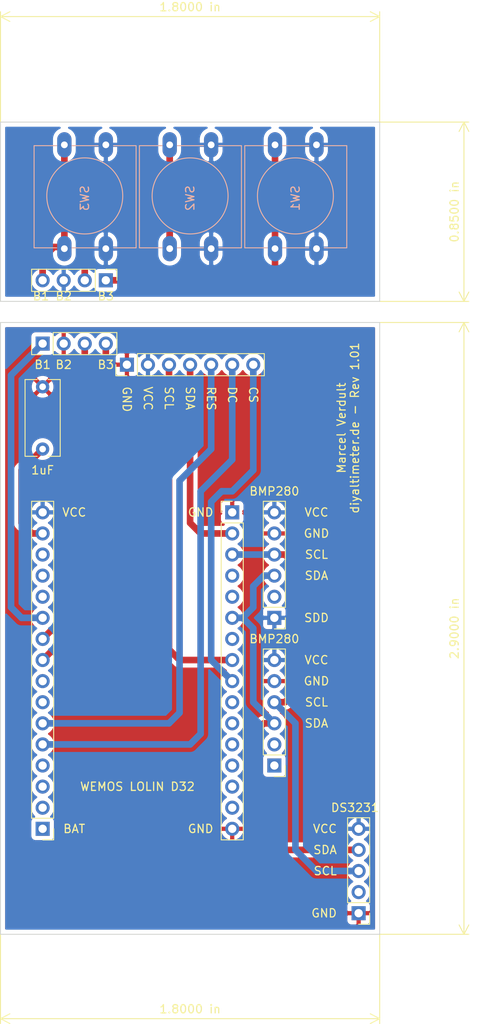
<source format=kicad_pcb>
(kicad_pcb (version 20171130) (host pcbnew "(5.1.0)-1")

  (general
    (thickness 1.6)
    (drawings 48)
    (tracks 76)
    (zones 0)
    (modules 12)
    (nets 40)
  )

  (page A4)
  (layers
    (0 F.Cu mixed)
    (31 B.Cu mixed)
    (33 F.Adhes user)
    (35 F.Paste user)
    (36 B.SilkS user)
    (37 F.SilkS user)
    (38 B.Mask user)
    (39 F.Mask user)
    (40 Dwgs.User user)
    (41 Cmts.User user)
    (42 Eco1.User user)
    (43 Eco2.User user)
    (44 Edge.Cuts user)
    (45 Margin user)
    (46 B.CrtYd user)
    (47 F.CrtYd user)
    (49 F.Fab user)
  )

  (setup
    (last_trace_width 0.8)
    (trace_clearance 0.2)
    (zone_clearance 0.508)
    (zone_45_only no)
    (trace_min 0.8)
    (via_size 0.8)
    (via_drill 0.4)
    (via_min_size 0.4)
    (via_min_drill 0.3)
    (uvia_size 0.3)
    (uvia_drill 0.1)
    (uvias_allowed no)
    (uvia_min_size 0.2)
    (uvia_min_drill 0.1)
    (edge_width 0.05)
    (segment_width 0.2)
    (pcb_text_width 0.3)
    (pcb_text_size 1.5 1.5)
    (mod_edge_width 0.12)
    (mod_text_size 1 1)
    (mod_text_width 0.15)
    (pad_size 1.524 1.524)
    (pad_drill 0.762)
    (pad_to_mask_clearance 0.051)
    (solder_mask_min_width 0.25)
    (aux_axis_origin 0 0)
    (visible_elements 7FFFFFFF)
    (pcbplotparams
      (layerselection 0x010f0_ffffffff)
      (usegerberextensions false)
      (usegerberattributes false)
      (usegerberadvancedattributes false)
      (creategerberjobfile false)
      (excludeedgelayer true)
      (linewidth 0.100000)
      (plotframeref false)
      (viasonmask false)
      (mode 1)
      (useauxorigin false)
      (hpglpennumber 1)
      (hpglpenspeed 20)
      (hpglpendiameter 15.000000)
      (psnegative false)
      (psa4output false)
      (plotreference true)
      (plotvalue true)
      (plotinvisibletext false)
      (padsonsilk false)
      (subtractmaskfromsilk false)
      (outputformat 1)
      (mirror false)
      (drillshape 0)
      (scaleselection 1)
      (outputdirectory "gerber/"))
  )

  (net 0 "")
  (net 1 32)
  (net 2 33)
  (net 3 25)
  (net 4 GND)
  (net 5 +3V3)
  (net 6 SCL)
  (net 7 SDA)
  (net 8 RES)
  (net 9 DC)
  (net 10 CS)
  (net 11 RS)
  (net 12 VP)
  (net 13 VN)
  (net 14 34)
  (net 15 26)
  (net 16 27)
  (net 17 13)
  (net 18 EN)
  (net 19 USB)
  (net 20 BAT)
  (net 21 I2C_SCL)
  (net 22 TX)
  (net 23 RX)
  (net 24 I2C_SDA)
  (net 25 19)
  (net 26 17)
  (net 27 16)
  (net 28 4)
  (net 29 0)
  (net 30 2)
  (net 31 15)
  (net 32 "Net-(J5-Pad2)")
  (net 33 "Net-(J6-Pad2)")
  (net 34 "Net-(J7-Pad2)")
  (net 35 "Net-(J5-Pad1)")
  (net 36 "Net-(J8-Pad1)")
  (net 37 "Net-(J8-Pad2)")
  (net 38 "Net-(J8-Pad3)")
  (net 39 "Net-(J8-Pad4)")

  (net_class Default "Dies ist die voreingestellte Netzklasse."
    (clearance 0.2)
    (trace_width 0.8)
    (via_dia 0.8)
    (via_drill 0.4)
    (uvia_dia 0.3)
    (uvia_drill 0.1)
    (diff_pair_width 0.8)
    (diff_pair_gap 0.25)
    (add_net +3V3)
    (add_net 0)
    (add_net 13)
    (add_net 15)
    (add_net 16)
    (add_net 17)
    (add_net 19)
    (add_net 2)
    (add_net 25)
    (add_net 26)
    (add_net 27)
    (add_net 32)
    (add_net 33)
    (add_net 34)
    (add_net 4)
    (add_net BAT)
    (add_net CS)
    (add_net DC)
    (add_net EN)
    (add_net GND)
    (add_net I2C_SCL)
    (add_net I2C_SDA)
    (add_net "Net-(J5-Pad1)")
    (add_net "Net-(J5-Pad2)")
    (add_net "Net-(J6-Pad2)")
    (add_net "Net-(J7-Pad2)")
    (add_net "Net-(J8-Pad1)")
    (add_net "Net-(J8-Pad2)")
    (add_net "Net-(J8-Pad3)")
    (add_net "Net-(J8-Pad4)")
    (add_net RES)
    (add_net RS)
    (add_net RX)
    (add_net SCL)
    (add_net SDA)
    (add_net TX)
    (add_net USB)
    (add_net VN)
    (add_net VP)
  )

  (module Button_Switch_THT:SW_PUSH-12mm (layer B.Cu) (tedit 5A02FE31) (tstamp 5CC5F943)
    (at 78.74 97.79 90)
    (descr "SW PUSH 12mm https://www.e-switch.com/system/asset/product_line/data_sheet/143/TL1100.pdf")
    (tags "tact sw push 12mm")
    (path /5CC5FCAE)
    (fp_text reference SW3 (at 6.08 -2.54 90) (layer B.SilkS)
      (effects (font (size 1 1) (thickness 0.15)) (justify mirror))
    )
    (fp_text value SW_Push (at 6.62 -9.93 90) (layer B.Fab) hide
      (effects (font (size 1 1) (thickness 0.15)) (justify mirror))
    )
    (fp_line (start 0.25 -8.5) (end 12.25 -8.5) (layer B.Fab) (width 0.1))
    (fp_line (start 0.25 3.5) (end 12.25 3.5) (layer B.Fab) (width 0.1))
    (fp_line (start 12.25 3.5) (end 12.25 -8.5) (layer B.Fab) (width 0.1))
    (fp_text user %R (at 6.35 -2.54 90) (layer B.Fab)
      (effects (font (size 1 1) (thickness 0.15)) (justify mirror))
    )
    (fp_line (start 0.1 3.65) (end 12.4 3.65) (layer B.SilkS) (width 0.12))
    (fp_line (start 12.4 -0.93) (end 12.4 -4.07) (layer B.SilkS) (width 0.12))
    (fp_line (start 12.4 -8.65) (end 0.1 -8.65) (layer B.SilkS) (width 0.12))
    (fp_line (start 0.1 0.93) (end 0.1 3.65) (layer B.SilkS) (width 0.12))
    (fp_line (start -1.77 3.75) (end 14.25 3.75) (layer B.CrtYd) (width 0.05))
    (fp_line (start -1.77 3.75) (end -1.77 -8.75) (layer B.CrtYd) (width 0.05))
    (fp_line (start 14.25 -8.75) (end 14.25 3.75) (layer B.CrtYd) (width 0.05))
    (fp_line (start 14.25 -8.75) (end -1.77 -8.75) (layer B.CrtYd) (width 0.05))
    (fp_circle (center 6.35 -2.54) (end 10.16 -5.08) (layer B.SilkS) (width 0.12))
    (fp_line (start 0.25 3.5) (end 0.25 -8.5) (layer B.Fab) (width 0.1))
    (fp_line (start 0.1 -8.65) (end 0.1 -5.93) (layer B.SilkS) (width 0.12))
    (fp_line (start 0.1 -4.07) (end 0.1 -0.93) (layer B.SilkS) (width 0.12))
    (fp_line (start 12.4 -5.93) (end 12.4 -8.65) (layer B.SilkS) (width 0.12))
    (fp_line (start 12.4 3.65) (end 12.4 0.93) (layer B.SilkS) (width 0.12))
    (pad 1 thru_hole oval (at 12.5 0 90) (size 3.048 1.7272) (drill 0.8128) (layers *.Cu *.Mask)
      (net 38 "Net-(J8-Pad3)"))
    (pad 2 thru_hole oval (at 12.5 -5 90) (size 3.048 1.7272) (drill 0.8128) (layers *.Cu *.Mask)
      (net 39 "Net-(J8-Pad4)"))
    (pad 1 thru_hole oval (at 0 0 90) (size 3.048 1.7272) (drill 0.8128) (layers *.Cu *.Mask)
      (net 38 "Net-(J8-Pad3)"))
    (pad 2 thru_hole oval (at 0 -5 90) (size 3.048 1.7272) (drill 0.8128) (layers *.Cu *.Mask)
      (net 39 "Net-(J8-Pad4)"))
    (model ${KISYS3DMOD}/Button_Switch_THT.3dshapes/SW_PUSH-12mm.wrl
      (at (xyz 0 0 0))
      (scale (xyz 1 1 1))
      (rotate (xyz 0 0 0))
    )
  )

  (module Button_Switch_THT:SW_PUSH-12mm (layer B.Cu) (tedit 5A02FE31) (tstamp 5CC5F90F)
    (at 104.14 97.79 90)
    (descr "SW PUSH 12mm https://www.e-switch.com/system/asset/product_line/data_sheet/143/TL1100.pdf")
    (tags "tact sw push 12mm")
    (path /5CC6139E)
    (fp_text reference SW1 (at 6.08 -2.54 90) (layer B.SilkS)
      (effects (font (size 1 1) (thickness 0.15)) (justify mirror))
    )
    (fp_text value SW_Push (at 6.62 -9.93 90) (layer B.Fab)
      (effects (font (size 1 1) (thickness 0.15)) (justify mirror))
    )
    (fp_line (start 0.25 -8.5) (end 12.25 -8.5) (layer B.Fab) (width 0.1))
    (fp_line (start 0.25 3.5) (end 12.25 3.5) (layer B.Fab) (width 0.1))
    (fp_line (start 12.25 3.5) (end 12.25 -8.5) (layer B.Fab) (width 0.1))
    (fp_text user %R (at 6.35 -2.54 90) (layer B.Fab)
      (effects (font (size 1 1) (thickness 0.15)) (justify mirror))
    )
    (fp_line (start 0.1 3.65) (end 12.4 3.65) (layer B.SilkS) (width 0.12))
    (fp_line (start 12.4 -0.93) (end 12.4 -4.07) (layer B.SilkS) (width 0.12))
    (fp_line (start 12.4 -8.65) (end 0.1 -8.65) (layer B.SilkS) (width 0.12))
    (fp_line (start 0.1 0.93) (end 0.1 3.65) (layer B.SilkS) (width 0.12))
    (fp_line (start -1.77 3.75) (end 14.25 3.75) (layer B.CrtYd) (width 0.05))
    (fp_line (start -1.77 3.75) (end -1.77 -8.75) (layer B.CrtYd) (width 0.05))
    (fp_line (start 14.25 -8.75) (end 14.25 3.75) (layer B.CrtYd) (width 0.05))
    (fp_line (start 14.25 -8.75) (end -1.77 -8.75) (layer B.CrtYd) (width 0.05))
    (fp_circle (center 6.35 -2.54) (end 10.16 -5.08) (layer B.SilkS) (width 0.12))
    (fp_line (start 0.25 3.5) (end 0.25 -8.5) (layer B.Fab) (width 0.1))
    (fp_line (start 0.1 -8.65) (end 0.1 -5.93) (layer B.SilkS) (width 0.12))
    (fp_line (start 0.1 -4.07) (end 0.1 -0.93) (layer B.SilkS) (width 0.12))
    (fp_line (start 12.4 -5.93) (end 12.4 -8.65) (layer B.SilkS) (width 0.12))
    (fp_line (start 12.4 3.65) (end 12.4 0.93) (layer B.SilkS) (width 0.12))
    (pad 1 thru_hole oval (at 12.5 0 90) (size 3.048 1.7272) (drill 0.8128) (layers *.Cu *.Mask)
      (net 38 "Net-(J8-Pad3)"))
    (pad 2 thru_hole oval (at 12.5 -5 90) (size 3.048 1.7272) (drill 0.8128) (layers *.Cu *.Mask)
      (net 36 "Net-(J8-Pad1)"))
    (pad 1 thru_hole oval (at 0 0 90) (size 3.048 1.7272) (drill 0.8128) (layers *.Cu *.Mask)
      (net 38 "Net-(J8-Pad3)"))
    (pad 2 thru_hole oval (at 0 -5 90) (size 3.048 1.7272) (drill 0.8128) (layers *.Cu *.Mask)
      (net 36 "Net-(J8-Pad1)"))
    (model ${KISYS3DMOD}/Button_Switch_THT.3dshapes/SW_PUSH-12mm.wrl
      (at (xyz 0 0 0))
      (scale (xyz 1 1 1))
      (rotate (xyz 0 0 0))
    )
  )

  (module Button_Switch_THT:SW_PUSH-12mm (layer B.Cu) (tedit 5A02FE31) (tstamp 5CC5F929)
    (at 91.44 97.79 90)
    (descr "SW PUSH 12mm https://www.e-switch.com/system/asset/product_line/data_sheet/143/TL1100.pdf")
    (tags "tact sw push 12mm")
    (path /5CC6061B)
    (fp_text reference SW2 (at 6.08 -2.54 90) (layer B.SilkS)
      (effects (font (size 1 1) (thickness 0.15)) (justify mirror))
    )
    (fp_text value SW_Push (at 6.62 -9.93 90) (layer B.Fab)
      (effects (font (size 1 1) (thickness 0.15)) (justify mirror))
    )
    (fp_line (start 12.4 3.65) (end 12.4 0.93) (layer B.SilkS) (width 0.12))
    (fp_line (start 12.4 -5.93) (end 12.4 -8.65) (layer B.SilkS) (width 0.12))
    (fp_line (start 0.1 -4.07) (end 0.1 -0.93) (layer B.SilkS) (width 0.12))
    (fp_line (start 0.1 -8.65) (end 0.1 -5.93) (layer B.SilkS) (width 0.12))
    (fp_line (start 0.25 3.5) (end 0.25 -8.5) (layer B.Fab) (width 0.1))
    (fp_circle (center 6.35 -2.54) (end 10.16 -5.08) (layer B.SilkS) (width 0.12))
    (fp_line (start 14.25 -8.75) (end -1.77 -8.75) (layer B.CrtYd) (width 0.05))
    (fp_line (start 14.25 -8.75) (end 14.25 3.75) (layer B.CrtYd) (width 0.05))
    (fp_line (start -1.77 3.75) (end -1.77 -8.75) (layer B.CrtYd) (width 0.05))
    (fp_line (start -1.77 3.75) (end 14.25 3.75) (layer B.CrtYd) (width 0.05))
    (fp_line (start 0.1 0.93) (end 0.1 3.65) (layer B.SilkS) (width 0.12))
    (fp_line (start 12.4 -8.65) (end 0.1 -8.65) (layer B.SilkS) (width 0.12))
    (fp_line (start 12.4 -0.93) (end 12.4 -4.07) (layer B.SilkS) (width 0.12))
    (fp_line (start 0.1 3.65) (end 12.4 3.65) (layer B.SilkS) (width 0.12))
    (fp_text user %R (at 6.35 -2.54 90) (layer B.Fab)
      (effects (font (size 1 1) (thickness 0.15)) (justify mirror))
    )
    (fp_line (start 12.25 3.5) (end 12.25 -8.5) (layer B.Fab) (width 0.1))
    (fp_line (start 0.25 3.5) (end 12.25 3.5) (layer B.Fab) (width 0.1))
    (fp_line (start 0.25 -8.5) (end 12.25 -8.5) (layer B.Fab) (width 0.1))
    (pad 2 thru_hole oval (at 0 -5 90) (size 3.048 1.7272) (drill 0.8128) (layers *.Cu *.Mask)
      (net 37 "Net-(J8-Pad2)"))
    (pad 1 thru_hole oval (at 0 0 90) (size 3.048 1.7272) (drill 0.8128) (layers *.Cu *.Mask)
      (net 38 "Net-(J8-Pad3)"))
    (pad 2 thru_hole oval (at 12.5 -5 90) (size 3.048 1.7272) (drill 0.8128) (layers *.Cu *.Mask)
      (net 37 "Net-(J8-Pad2)"))
    (pad 1 thru_hole oval (at 12.5 0 90) (size 3.048 1.7272) (drill 0.8128) (layers *.Cu *.Mask)
      (net 38 "Net-(J8-Pad3)"))
    (model ${KISYS3DMOD}/Button_Switch_THT.3dshapes/SW_PUSH-12mm.wrl
      (at (xyz 0 0 0))
      (scale (xyz 1 1 1))
      (rotate (xyz 0 0 0))
    )
  )

  (module Connector_PinHeader_2.54mm:PinHeader_1x04_P2.54mm_Vertical (layer F.Cu) (tedit 59FED5CC) (tstamp 5CC5F7D8)
    (at 71.12 109.22 90)
    (descr "Through hole straight pin header, 1x04, 2.54mm pitch, single row")
    (tags "Through hole pin header THT 1x04 2.54mm single row")
    (path /5CC69E97)
    (fp_text reference J1 (at 0 -2.33 90) (layer F.SilkS) hide
      (effects (font (size 1 1) (thickness 0.15)))
    )
    (fp_text value Buttons (at 0 9.95 90) (layer F.Fab)
      (effects (font (size 1 1) (thickness 0.15)))
    )
    (fp_line (start -0.635 -1.27) (end 1.27 -1.27) (layer F.Fab) (width 0.1))
    (fp_line (start 1.27 -1.27) (end 1.27 8.89) (layer F.Fab) (width 0.1))
    (fp_line (start 1.27 8.89) (end -1.27 8.89) (layer F.Fab) (width 0.1))
    (fp_line (start -1.27 8.89) (end -1.27 -0.635) (layer F.Fab) (width 0.1))
    (fp_line (start -1.27 -0.635) (end -0.635 -1.27) (layer F.Fab) (width 0.1))
    (fp_line (start -1.33 8.95) (end 1.33 8.95) (layer F.SilkS) (width 0.12))
    (fp_line (start -1.33 1.27) (end -1.33 8.95) (layer F.SilkS) (width 0.12))
    (fp_line (start 1.33 1.27) (end 1.33 8.95) (layer F.SilkS) (width 0.12))
    (fp_line (start -1.33 1.27) (end 1.33 1.27) (layer F.SilkS) (width 0.12))
    (fp_line (start -1.33 0) (end -1.33 -1.33) (layer F.SilkS) (width 0.12))
    (fp_line (start -1.33 -1.33) (end 0 -1.33) (layer F.SilkS) (width 0.12))
    (fp_line (start -1.8 -1.8) (end -1.8 9.4) (layer F.CrtYd) (width 0.05))
    (fp_line (start -1.8 9.4) (end 1.8 9.4) (layer F.CrtYd) (width 0.05))
    (fp_line (start 1.8 9.4) (end 1.8 -1.8) (layer F.CrtYd) (width 0.05))
    (fp_line (start 1.8 -1.8) (end -1.8 -1.8) (layer F.CrtYd) (width 0.05))
    (fp_text user %R (at 0 3.81 180) (layer F.Fab)
      (effects (font (size 1 1) (thickness 0.15)))
    )
    (pad 1 thru_hole rect (at 0 0 90) (size 1.7 1.7) (drill 1) (layers *.Cu *.Mask)
      (net 1 32))
    (pad 2 thru_hole oval (at 0 2.54 90) (size 1.7 1.7) (drill 1) (layers *.Cu *.Mask)
      (net 4 GND))
    (pad 3 thru_hole oval (at 0 5.08 90) (size 1.7 1.7) (drill 1) (layers *.Cu *.Mask)
      (net 2 33))
    (pad 4 thru_hole oval (at 0 7.62 90) (size 1.7 1.7) (drill 1) (layers *.Cu *.Mask)
      (net 3 25))
    (model ${KISYS3DMOD}/Connector_PinHeader_2.54mm.3dshapes/PinHeader_1x04_P2.54mm_Vertical.wrl
      (at (xyz 0 0 0))
      (scale (xyz 1 1 1))
      (rotate (xyz 0 0 0))
    )
  )

  (module Connector_PinHeader_2.54mm:PinHeader_1x07_P2.54mm_Vertical (layer F.Cu) (tedit 59FED5CC) (tstamp 5CC5F7F3)
    (at 81.28 111.76 90)
    (descr "Through hole straight pin header, 1x07, 2.54mm pitch, single row")
    (tags "Through hole pin header THT 1x07 2.54mm single row")
    (path /5CC6F23D)
    (fp_text reference J2 (at 0 -2.33 90) (layer F.SilkS) hide
      (effects (font (size 1 1) (thickness 0.15)))
    )
    (fp_text value Display (at 0 17.57 90) (layer F.Fab)
      (effects (font (size 1 1) (thickness 0.15)))
    )
    (fp_line (start -0.635 -1.27) (end 1.27 -1.27) (layer F.Fab) (width 0.1))
    (fp_line (start 1.27 -1.27) (end 1.27 16.51) (layer F.Fab) (width 0.1))
    (fp_line (start 1.27 16.51) (end -1.27 16.51) (layer F.Fab) (width 0.1))
    (fp_line (start -1.27 16.51) (end -1.27 -0.635) (layer F.Fab) (width 0.1))
    (fp_line (start -1.27 -0.635) (end -0.635 -1.27) (layer F.Fab) (width 0.1))
    (fp_line (start -1.33 16.57) (end 1.33 16.57) (layer F.SilkS) (width 0.12))
    (fp_line (start -1.33 1.27) (end -1.33 16.57) (layer F.SilkS) (width 0.12))
    (fp_line (start 1.33 1.27) (end 1.33 16.57) (layer F.SilkS) (width 0.12))
    (fp_line (start -1.33 1.27) (end 1.33 1.27) (layer F.SilkS) (width 0.12))
    (fp_line (start -1.33 0) (end -1.33 -1.33) (layer F.SilkS) (width 0.12))
    (fp_line (start -1.33 -1.33) (end 0 -1.33) (layer F.SilkS) (width 0.12))
    (fp_line (start -1.8 -1.8) (end -1.8 17.05) (layer F.CrtYd) (width 0.05))
    (fp_line (start -1.8 17.05) (end 1.8 17.05) (layer F.CrtYd) (width 0.05))
    (fp_line (start 1.8 17.05) (end 1.8 -1.8) (layer F.CrtYd) (width 0.05))
    (fp_line (start 1.8 -1.8) (end -1.8 -1.8) (layer F.CrtYd) (width 0.05))
    (fp_text user %R (at 0 7.62 180) (layer F.Fab)
      (effects (font (size 1 1) (thickness 0.15)))
    )
    (pad 1 thru_hole rect (at 0 0 90) (size 1.7 1.7) (drill 1) (layers *.Cu *.Mask)
      (net 4 GND))
    (pad 2 thru_hole oval (at 0 2.54 90) (size 1.7 1.7) (drill 1) (layers *.Cu *.Mask)
      (net 5 +3V3))
    (pad 3 thru_hole oval (at 0 5.08 90) (size 1.7 1.7) (drill 1) (layers *.Cu *.Mask)
      (net 6 SCL))
    (pad 4 thru_hole oval (at 0 7.62 90) (size 1.7 1.7) (drill 1) (layers *.Cu *.Mask)
      (net 7 SDA))
    (pad 5 thru_hole oval (at 0 10.16 90) (size 1.7 1.7) (drill 1) (layers *.Cu *.Mask)
      (net 8 RES))
    (pad 6 thru_hole oval (at 0 12.7 90) (size 1.7 1.7) (drill 1) (layers *.Cu *.Mask)
      (net 9 DC))
    (pad 7 thru_hole oval (at 0 15.24 90) (size 1.7 1.7) (drill 1) (layers *.Cu *.Mask)
      (net 10 CS))
    (model ${KISYS3DMOD}/Connector_PinHeader_2.54mm.3dshapes/PinHeader_1x07_P2.54mm_Vertical.wrl
      (at (xyz 0 0 0))
      (scale (xyz 1 1 1))
      (rotate (xyz 0 0 0))
    )
  )

  (module Connector_PinHeader_2.54mm:PinHeader_1x16_P2.54mm_Vertical (layer F.Cu) (tedit 59FED5CC) (tstamp 5CC5F817)
    (at 71.12 167.64 180)
    (descr "Through hole straight pin header, 1x16, 2.54mm pitch, single row")
    (tags "Through hole pin header THT 1x16 2.54mm single row")
    (path /5CC5CD44)
    (fp_text reference J3 (at 0 -2.33 180) (layer F.SilkS) hide
      (effects (font (size 1 1) (thickness 0.15)))
    )
    (fp_text value links (at 0 40.43 180) (layer F.Fab)
      (effects (font (size 1 1) (thickness 0.15)))
    )
    (fp_text user %R (at 0 19.05 270) (layer F.Fab)
      (effects (font (size 1 1) (thickness 0.15)))
    )
    (fp_line (start 1.8 -1.8) (end -1.8 -1.8) (layer F.CrtYd) (width 0.05))
    (fp_line (start 1.8 39.9) (end 1.8 -1.8) (layer F.CrtYd) (width 0.05))
    (fp_line (start -1.8 39.9) (end 1.8 39.9) (layer F.CrtYd) (width 0.05))
    (fp_line (start -1.8 -1.8) (end -1.8 39.9) (layer F.CrtYd) (width 0.05))
    (fp_line (start -1.33 -1.33) (end 0 -1.33) (layer F.SilkS) (width 0.12))
    (fp_line (start -1.33 0) (end -1.33 -1.33) (layer F.SilkS) (width 0.12))
    (fp_line (start -1.33 1.27) (end 1.33 1.27) (layer F.SilkS) (width 0.12))
    (fp_line (start 1.33 1.27) (end 1.33 39.43) (layer F.SilkS) (width 0.12))
    (fp_line (start -1.33 1.27) (end -1.33 39.43) (layer F.SilkS) (width 0.12))
    (fp_line (start -1.33 39.43) (end 1.33 39.43) (layer F.SilkS) (width 0.12))
    (fp_line (start -1.27 -0.635) (end -0.635 -1.27) (layer F.Fab) (width 0.1))
    (fp_line (start -1.27 39.37) (end -1.27 -0.635) (layer F.Fab) (width 0.1))
    (fp_line (start 1.27 39.37) (end -1.27 39.37) (layer F.Fab) (width 0.1))
    (fp_line (start 1.27 -1.27) (end 1.27 39.37) (layer F.Fab) (width 0.1))
    (fp_line (start -0.635 -1.27) (end 1.27 -1.27) (layer F.Fab) (width 0.1))
    (pad 16 thru_hole oval (at 0 38.1 180) (size 1.7 1.7) (drill 1) (layers *.Cu *.Mask)
      (net 5 +3V3))
    (pad 15 thru_hole oval (at 0 35.56 180) (size 1.7 1.7) (drill 1) (layers *.Cu *.Mask)
      (net 11 RS))
    (pad 14 thru_hole oval (at 0 33.02 180) (size 1.7 1.7) (drill 1) (layers *.Cu *.Mask)
      (net 12 VP))
    (pad 13 thru_hole oval (at 0 30.48 180) (size 1.7 1.7) (drill 1) (layers *.Cu *.Mask)
      (net 13 VN))
    (pad 12 thru_hole oval (at 0 27.94 180) (size 1.7 1.7) (drill 1) (layers *.Cu *.Mask)
      (net 14 34))
    (pad 11 thru_hole oval (at 0 25.4 180) (size 1.7 1.7) (drill 1) (layers *.Cu *.Mask)
      (net 1 32))
    (pad 10 thru_hole oval (at 0 22.86 180) (size 1.7 1.7) (drill 1) (layers *.Cu *.Mask)
      (net 2 33))
    (pad 9 thru_hole oval (at 0 20.32 180) (size 1.7 1.7) (drill 1) (layers *.Cu *.Mask)
      (net 3 25))
    (pad 8 thru_hole oval (at 0 17.78 180) (size 1.7 1.7) (drill 1) (layers *.Cu *.Mask)
      (net 15 26))
    (pad 7 thru_hole oval (at 0 15.24 180) (size 1.7 1.7) (drill 1) (layers *.Cu *.Mask)
      (net 16 27))
    (pad 6 thru_hole oval (at 0 12.7 180) (size 1.7 1.7) (drill 1) (layers *.Cu *.Mask)
      (net 8 RES))
    (pad 5 thru_hole oval (at 0 10.16 180) (size 1.7 1.7) (drill 1) (layers *.Cu *.Mask)
      (net 9 DC))
    (pad 4 thru_hole oval (at 0 7.62 180) (size 1.7 1.7) (drill 1) (layers *.Cu *.Mask)
      (net 17 13))
    (pad 3 thru_hole oval (at 0 5.08 180) (size 1.7 1.7) (drill 1) (layers *.Cu *.Mask)
      (net 18 EN))
    (pad 2 thru_hole oval (at 0 2.54 180) (size 1.7 1.7) (drill 1) (layers *.Cu *.Mask)
      (net 19 USB))
    (pad 1 thru_hole rect (at 0 0 180) (size 1.7 1.7) (drill 1) (layers *.Cu *.Mask)
      (net 20 BAT))
    (model ${KISYS3DMOD}/Connector_PinHeader_2.54mm.3dshapes/PinHeader_1x16_P2.54mm_Vertical.wrl
      (at (xyz 0 0 0))
      (scale (xyz 1 1 1))
      (rotate (xyz 0 0 0))
    )
  )

  (module Connector_PinHeader_2.54mm:PinHeader_1x16_P2.54mm_Vertical (layer F.Cu) (tedit 59FED5CC) (tstamp 5CC5F83B)
    (at 93.98 129.54)
    (descr "Through hole straight pin header, 1x16, 2.54mm pitch, single row")
    (tags "Through hole pin header THT 1x16 2.54mm single row")
    (path /5CC5ADDA)
    (fp_text reference J4 (at 0 -2.33) (layer F.SilkS) hide
      (effects (font (size 1 1) (thickness 0.15)))
    )
    (fp_text value rechts (at 0 40.43) (layer F.Fab)
      (effects (font (size 1 1) (thickness 0.15)))
    )
    (fp_line (start -0.635 -1.27) (end 1.27 -1.27) (layer F.Fab) (width 0.1))
    (fp_line (start 1.27 -1.27) (end 1.27 39.37) (layer F.Fab) (width 0.1))
    (fp_line (start 1.27 39.37) (end -1.27 39.37) (layer F.Fab) (width 0.1))
    (fp_line (start -1.27 39.37) (end -1.27 -0.635) (layer F.Fab) (width 0.1))
    (fp_line (start -1.27 -0.635) (end -0.635 -1.27) (layer F.Fab) (width 0.1))
    (fp_line (start -1.33 39.43) (end 1.33 39.43) (layer F.SilkS) (width 0.12))
    (fp_line (start -1.33 1.27) (end -1.33 39.43) (layer F.SilkS) (width 0.12))
    (fp_line (start 1.33 1.27) (end 1.33 39.43) (layer F.SilkS) (width 0.12))
    (fp_line (start -1.33 1.27) (end 1.33 1.27) (layer F.SilkS) (width 0.12))
    (fp_line (start -1.33 0) (end -1.33 -1.33) (layer F.SilkS) (width 0.12))
    (fp_line (start -1.33 -1.33) (end 0 -1.33) (layer F.SilkS) (width 0.12))
    (fp_line (start -1.8 -1.8) (end -1.8 39.9) (layer F.CrtYd) (width 0.05))
    (fp_line (start -1.8 39.9) (end 1.8 39.9) (layer F.CrtYd) (width 0.05))
    (fp_line (start 1.8 39.9) (end 1.8 -1.8) (layer F.CrtYd) (width 0.05))
    (fp_line (start 1.8 -1.8) (end -1.8 -1.8) (layer F.CrtYd) (width 0.05))
    (fp_text user %R (at 0 19.05 90) (layer F.Fab)
      (effects (font (size 1 1) (thickness 0.15)))
    )
    (pad 1 thru_hole rect (at 0 0) (size 1.7 1.7) (drill 1) (layers *.Cu *.Mask)
      (net 4 GND))
    (pad 2 thru_hole oval (at 0 2.54) (size 1.7 1.7) (drill 1) (layers *.Cu *.Mask)
      (net 7 SDA))
    (pad 3 thru_hole oval (at 0 5.08) (size 1.7 1.7) (drill 1) (layers *.Cu *.Mask)
      (net 21 I2C_SCL))
    (pad 4 thru_hole oval (at 0 7.62) (size 1.7 1.7) (drill 1) (layers *.Cu *.Mask)
      (net 22 TX))
    (pad 5 thru_hole oval (at 0 10.16) (size 1.7 1.7) (drill 1) (layers *.Cu *.Mask)
      (net 23 RX))
    (pad 6 thru_hole oval (at 0 12.7) (size 1.7 1.7) (drill 1) (layers *.Cu *.Mask)
      (net 24 I2C_SDA))
    (pad 7 thru_hole oval (at 0 15.24) (size 1.7 1.7) (drill 1) (layers *.Cu *.Mask)
      (net 25 19))
    (pad 8 thru_hole oval (at 0 17.78) (size 1.7 1.7) (drill 1) (layers *.Cu *.Mask)
      (net 6 SCL))
    (pad 9 thru_hole oval (at 0 20.32) (size 1.7 1.7) (drill 1) (layers *.Cu *.Mask)
      (net 10 CS))
    (pad 10 thru_hole oval (at 0 22.86) (size 1.7 1.7) (drill 1) (layers *.Cu *.Mask)
      (net 26 17))
    (pad 11 thru_hole oval (at 0 25.4) (size 1.7 1.7) (drill 1) (layers *.Cu *.Mask)
      (net 27 16))
    (pad 12 thru_hole oval (at 0 27.94) (size 1.7 1.7) (drill 1) (layers *.Cu *.Mask)
      (net 28 4))
    (pad 13 thru_hole oval (at 0 30.48) (size 1.7 1.7) (drill 1) (layers *.Cu *.Mask)
      (net 29 0))
    (pad 14 thru_hole oval (at 0 33.02) (size 1.7 1.7) (drill 1) (layers *.Cu *.Mask)
      (net 30 2))
    (pad 15 thru_hole oval (at 0 35.56) (size 1.7 1.7) (drill 1) (layers *.Cu *.Mask)
      (net 31 15))
    (pad 16 thru_hole oval (at 0 38.1) (size 1.7 1.7) (drill 1) (layers *.Cu *.Mask)
      (net 4 GND))
    (model ${KISYS3DMOD}/Connector_PinHeader_2.54mm.3dshapes/PinHeader_1x16_P2.54mm_Vertical.wrl
      (at (xyz 0 0 0))
      (scale (xyz 1 1 1))
      (rotate (xyz 0 0 0))
    )
  )

  (module Connector_PinHeader_2.54mm:PinHeader_1x06_P2.54mm_Vertical (layer F.Cu) (tedit 59FED5CC) (tstamp 5CC5F855)
    (at 99.06 160.02 180)
    (descr "Through hole straight pin header, 1x06, 2.54mm pitch, single row")
    (tags "Through hole pin header THT 1x06 2.54mm single row")
    (path /5CC73DD4)
    (fp_text reference J5 (at 0 -2.54 180) (layer F.SilkS) hide
      (effects (font (size 1 1) (thickness 0.15)))
    )
    (fp_text value I2C_BMP280 (at 0 15.03 180) (layer F.Fab)
      (effects (font (size 1 1) (thickness 0.15)))
    )
    (fp_line (start -0.635 -1.27) (end 1.27 -1.27) (layer F.Fab) (width 0.1))
    (fp_line (start 1.27 -1.27) (end 1.27 13.97) (layer F.Fab) (width 0.1))
    (fp_line (start 1.27 13.97) (end -1.27 13.97) (layer F.Fab) (width 0.1))
    (fp_line (start -1.27 13.97) (end -1.27 -0.635) (layer F.Fab) (width 0.1))
    (fp_line (start -1.27 -0.635) (end -0.635 -1.27) (layer F.Fab) (width 0.1))
    (fp_line (start -1.33 14.03) (end 1.33 14.03) (layer F.SilkS) (width 0.12))
    (fp_line (start -1.33 1.27) (end -1.33 14.03) (layer F.SilkS) (width 0.12))
    (fp_line (start 1.33 1.27) (end 1.33 14.03) (layer F.SilkS) (width 0.12))
    (fp_line (start -1.33 1.27) (end 1.33 1.27) (layer F.SilkS) (width 0.12))
    (fp_line (start -1.33 0) (end -1.33 -1.33) (layer F.SilkS) (width 0.12))
    (fp_line (start -1.33 -1.33) (end 0 -1.33) (layer F.SilkS) (width 0.12))
    (fp_line (start -1.8 -1.8) (end -1.8 14.5) (layer F.CrtYd) (width 0.05))
    (fp_line (start -1.8 14.5) (end 1.8 14.5) (layer F.CrtYd) (width 0.05))
    (fp_line (start 1.8 14.5) (end 1.8 -1.8) (layer F.CrtYd) (width 0.05))
    (fp_line (start 1.8 -1.8) (end -1.8 -1.8) (layer F.CrtYd) (width 0.05))
    (fp_text user %R (at 0 6.35 270) (layer F.Fab)
      (effects (font (size 1 1) (thickness 0.15)))
    )
    (pad 1 thru_hole rect (at 0 0 180) (size 1.7 1.7) (drill 1) (layers *.Cu *.Mask)
      (net 35 "Net-(J5-Pad1)"))
    (pad 2 thru_hole oval (at 0 2.54 180) (size 1.7 1.7) (drill 1) (layers *.Cu *.Mask)
      (net 32 "Net-(J5-Pad2)"))
    (pad 3 thru_hole oval (at 0 5.08 180) (size 1.7 1.7) (drill 1) (layers *.Cu *.Mask)
      (net 24 I2C_SDA))
    (pad 4 thru_hole oval (at 0 7.62 180) (size 1.7 1.7) (drill 1) (layers *.Cu *.Mask)
      (net 21 I2C_SCL))
    (pad 5 thru_hole oval (at 0 10.16 180) (size 1.7 1.7) (drill 1) (layers *.Cu *.Mask)
      (net 4 GND))
    (pad 6 thru_hole oval (at 0 12.7 180) (size 1.7 1.7) (drill 1) (layers *.Cu *.Mask)
      (net 5 +3V3))
    (model ${KISYS3DMOD}/Connector_PinHeader_2.54mm.3dshapes/PinHeader_1x06_P2.54mm_Vertical.wrl
      (at (xyz 0 0 0))
      (scale (xyz 1 1 1))
      (rotate (xyz 0 0 0))
    )
  )

  (module Connector_PinHeader_2.54mm:PinHeader_1x06_P2.54mm_Vertical (layer F.Cu) (tedit 59FED5CC) (tstamp 5CC5F86F)
    (at 99.06 142.24 180)
    (descr "Through hole straight pin header, 1x06, 2.54mm pitch, single row")
    (tags "Through hole pin header THT 1x06 2.54mm single row")
    (path /5CC79296)
    (fp_text reference J6 (at 0 -2.33 180) (layer F.SilkS) hide
      (effects (font (size 1 1) (thickness 0.15)))
    )
    (fp_text value I2C_BMP280_2 (at 0 15.03 180) (layer F.Fab)
      (effects (font (size 1 1) (thickness 0.15)))
    )
    (fp_text user %R (at 0 6.35 270) (layer F.Fab)
      (effects (font (size 1 1) (thickness 0.15)))
    )
    (fp_line (start 1.8 -1.8) (end -1.8 -1.8) (layer F.CrtYd) (width 0.05))
    (fp_line (start 1.8 14.5) (end 1.8 -1.8) (layer F.CrtYd) (width 0.05))
    (fp_line (start -1.8 14.5) (end 1.8 14.5) (layer F.CrtYd) (width 0.05))
    (fp_line (start -1.8 -1.8) (end -1.8 14.5) (layer F.CrtYd) (width 0.05))
    (fp_line (start -1.33 -1.33) (end 0 -1.33) (layer F.SilkS) (width 0.12))
    (fp_line (start -1.33 0) (end -1.33 -1.33) (layer F.SilkS) (width 0.12))
    (fp_line (start -1.33 1.27) (end 1.33 1.27) (layer F.SilkS) (width 0.12))
    (fp_line (start 1.33 1.27) (end 1.33 14.03) (layer F.SilkS) (width 0.12))
    (fp_line (start -1.33 1.27) (end -1.33 14.03) (layer F.SilkS) (width 0.12))
    (fp_line (start -1.33 14.03) (end 1.33 14.03) (layer F.SilkS) (width 0.12))
    (fp_line (start -1.27 -0.635) (end -0.635 -1.27) (layer F.Fab) (width 0.1))
    (fp_line (start -1.27 13.97) (end -1.27 -0.635) (layer F.Fab) (width 0.1))
    (fp_line (start 1.27 13.97) (end -1.27 13.97) (layer F.Fab) (width 0.1))
    (fp_line (start 1.27 -1.27) (end 1.27 13.97) (layer F.Fab) (width 0.1))
    (fp_line (start -0.635 -1.27) (end 1.27 -1.27) (layer F.Fab) (width 0.1))
    (pad 6 thru_hole oval (at 0 12.7 180) (size 1.7 1.7) (drill 1) (layers *.Cu *.Mask)
      (net 5 +3V3))
    (pad 5 thru_hole oval (at 0 10.16 180) (size 1.7 1.7) (drill 1) (layers *.Cu *.Mask)
      (net 4 GND))
    (pad 4 thru_hole oval (at 0 7.62 180) (size 1.7 1.7) (drill 1) (layers *.Cu *.Mask)
      (net 21 I2C_SCL))
    (pad 3 thru_hole oval (at 0 5.08 180) (size 1.7 1.7) (drill 1) (layers *.Cu *.Mask)
      (net 24 I2C_SDA))
    (pad 2 thru_hole oval (at 0 2.54 180) (size 1.7 1.7) (drill 1) (layers *.Cu *.Mask)
      (net 33 "Net-(J6-Pad2)"))
    (pad 1 thru_hole rect (at 0 0 180) (size 1.7 1.7) (drill 1) (layers *.Cu *.Mask)
      (net 5 +3V3))
    (model ${KISYS3DMOD}/Connector_PinHeader_2.54mm.3dshapes/PinHeader_1x06_P2.54mm_Vertical.wrl
      (at (xyz 0 0 0))
      (scale (xyz 1 1 1))
      (rotate (xyz 0 0 0))
    )
  )

  (module Connector_PinHeader_2.54mm:PinHeader_1x05_P2.54mm_Vertical (layer F.Cu) (tedit 59FED5CC) (tstamp 5CC5F888)
    (at 109.22 177.8 180)
    (descr "Through hole straight pin header, 1x05, 2.54mm pitch, single row")
    (tags "Through hole pin header THT 1x05 2.54mm single row")
    (path /5CC795BA)
    (fp_text reference J7 (at 0 -2.33 180) (layer F.SilkS) hide
      (effects (font (size 1 1) (thickness 0.15)))
    )
    (fp_text value "RTC DS3231" (at 0 12.49 180) (layer F.Fab)
      (effects (font (size 1 1) (thickness 0.15)))
    )
    (fp_line (start -0.635 -1.27) (end 1.27 -1.27) (layer F.Fab) (width 0.1))
    (fp_line (start 1.27 -1.27) (end 1.27 11.43) (layer F.Fab) (width 0.1))
    (fp_line (start 1.27 11.43) (end -1.27 11.43) (layer F.Fab) (width 0.1))
    (fp_line (start -1.27 11.43) (end -1.27 -0.635) (layer F.Fab) (width 0.1))
    (fp_line (start -1.27 -0.635) (end -0.635 -1.27) (layer F.Fab) (width 0.1))
    (fp_line (start -1.33 11.49) (end 1.33 11.49) (layer F.SilkS) (width 0.12))
    (fp_line (start -1.33 1.27) (end -1.33 11.49) (layer F.SilkS) (width 0.12))
    (fp_line (start 1.33 1.27) (end 1.33 11.49) (layer F.SilkS) (width 0.12))
    (fp_line (start -1.33 1.27) (end 1.33 1.27) (layer F.SilkS) (width 0.12))
    (fp_line (start -1.33 0) (end -1.33 -1.33) (layer F.SilkS) (width 0.12))
    (fp_line (start -1.33 -1.33) (end 0 -1.33) (layer F.SilkS) (width 0.12))
    (fp_line (start -1.8 -1.8) (end -1.8 11.95) (layer F.CrtYd) (width 0.05))
    (fp_line (start -1.8 11.95) (end 1.8 11.95) (layer F.CrtYd) (width 0.05))
    (fp_line (start 1.8 11.95) (end 1.8 -1.8) (layer F.CrtYd) (width 0.05))
    (fp_line (start 1.8 -1.8) (end -1.8 -1.8) (layer F.CrtYd) (width 0.05))
    (fp_text user %R (at 0 5.08 270) (layer F.Fab)
      (effects (font (size 1 1) (thickness 0.15)))
    )
    (pad 1 thru_hole rect (at 0 0 180) (size 1.7 1.7) (drill 1) (layers *.Cu *.Mask)
      (net 4 GND))
    (pad 2 thru_hole oval (at 0 2.54 180) (size 1.7 1.7) (drill 1) (layers *.Cu *.Mask)
      (net 34 "Net-(J7-Pad2)"))
    (pad 3 thru_hole oval (at 0 5.08 180) (size 1.7 1.7) (drill 1) (layers *.Cu *.Mask)
      (net 21 I2C_SCL))
    (pad 4 thru_hole oval (at 0 7.62 180) (size 1.7 1.7) (drill 1) (layers *.Cu *.Mask)
      (net 24 I2C_SDA))
    (pad 5 thru_hole oval (at 0 10.16 180) (size 1.7 1.7) (drill 1) (layers *.Cu *.Mask)
      (net 5 +3V3))
    (model ${KISYS3DMOD}/Connector_PinHeader_2.54mm.3dshapes/PinHeader_1x05_P2.54mm_Vertical.wrl
      (at (xyz 0 0 0))
      (scale (xyz 1 1 1))
      (rotate (xyz 0 0 0))
    )
  )

  (module Capacitor_THT:C_Rect_L9.0mm_W4.0mm_P7.50mm_MKT (layer F.Cu) (tedit 5AE50EF0) (tstamp 5CC60263)
    (at 71.12 121.92 90)
    (descr "C, Rect series, Radial, pin pitch=7.50mm, , length*width=9*4.0mm^2, Capacitor, https://en.tdk.eu/inf/20/20/db/fc_2009/MKT_B32560_564.pdf")
    (tags "C Rect series Radial pin pitch 7.50mm  length 9mm width 4.0mm Capacitor")
    (path /5CC94F73)
    (fp_text reference C1 (at 3.75 -3.25 90) (layer F.SilkS) hide
      (effects (font (size 1 1) (thickness 0.15)))
    )
    (fp_text value C_Small (at 3.75 3.25 90) (layer F.Fab)
      (effects (font (size 1 1) (thickness 0.15)))
    )
    (fp_line (start -0.75 -2) (end -0.75 2) (layer F.Fab) (width 0.1))
    (fp_line (start -0.75 2) (end 8.25 2) (layer F.Fab) (width 0.1))
    (fp_line (start 8.25 2) (end 8.25 -2) (layer F.Fab) (width 0.1))
    (fp_line (start 8.25 -2) (end -0.75 -2) (layer F.Fab) (width 0.1))
    (fp_line (start -0.87 -2.12) (end 8.37 -2.12) (layer F.SilkS) (width 0.12))
    (fp_line (start -0.87 2.12) (end 8.37 2.12) (layer F.SilkS) (width 0.12))
    (fp_line (start -0.87 -2.12) (end -0.87 -0.665) (layer F.SilkS) (width 0.12))
    (fp_line (start -0.87 0.665) (end -0.87 2.12) (layer F.SilkS) (width 0.12))
    (fp_line (start 8.37 -2.12) (end 8.37 -0.665) (layer F.SilkS) (width 0.12))
    (fp_line (start 8.37 0.665) (end 8.37 2.12) (layer F.SilkS) (width 0.12))
    (fp_line (start -1.05 -2.25) (end -1.05 2.25) (layer F.CrtYd) (width 0.05))
    (fp_line (start -1.05 2.25) (end 8.55 2.25) (layer F.CrtYd) (width 0.05))
    (fp_line (start 8.55 2.25) (end 8.55 -2.25) (layer F.CrtYd) (width 0.05))
    (fp_line (start 8.55 -2.25) (end -1.05 -2.25) (layer F.CrtYd) (width 0.05))
    (fp_text user %R (at 3.75 0 90) (layer F.Fab)
      (effects (font (size 1 1) (thickness 0.15)))
    )
    (pad 1 thru_hole circle (at 0 0 90) (size 1.6 1.6) (drill 0.8) (layers *.Cu *.Mask)
      (net 11 RS))
    (pad 2 thru_hole circle (at 7.5 0 90) (size 1.6 1.6) (drill 0.8) (layers *.Cu *.Mask)
      (net 4 GND))
    (model ${KISYS3DMOD}/Capacitor_THT.3dshapes/C_Rect_L9.0mm_W4.0mm_P7.50mm_MKT.wrl
      (at (xyz 0 0 0))
      (scale (xyz 1 1 1))
      (rotate (xyz 0 0 0))
    )
  )

  (module Connector_PinHeader_2.54mm:PinHeader_1x04_P2.54mm_Vertical (layer F.Cu) (tedit 59FED5CC) (tstamp 5CC5F8F5)
    (at 78.74 101.6 270)
    (descr "Through hole straight pin header, 1x04, 2.54mm pitch, single row")
    (tags "Through hole pin header THT 1x04 2.54mm single row")
    (path /5CC5ED65)
    (fp_text reference J8 (at 0 -2.33 270) (layer F.SilkS) hide
      (effects (font (size 1 1) (thickness 0.15)))
    )
    (fp_text value Conn_01x04_Male (at 0 9.95 270) (layer F.Fab) hide
      (effects (font (size 1 1) (thickness 0.15)))
    )
    (fp_line (start -0.635 -1.27) (end 1.27 -1.27) (layer F.Fab) (width 0.1))
    (fp_line (start 1.27 -1.27) (end 1.27 8.89) (layer F.Fab) (width 0.1))
    (fp_line (start 1.27 8.89) (end -1.27 8.89) (layer F.Fab) (width 0.1))
    (fp_line (start -1.27 8.89) (end -1.27 -0.635) (layer F.Fab) (width 0.1))
    (fp_line (start -1.27 -0.635) (end -0.635 -1.27) (layer F.Fab) (width 0.1))
    (fp_line (start -1.33 8.95) (end 1.33 8.95) (layer F.SilkS) (width 0.12))
    (fp_line (start -1.33 1.27) (end -1.33 8.95) (layer F.SilkS) (width 0.12))
    (fp_line (start 1.33 1.27) (end 1.33 8.95) (layer F.SilkS) (width 0.12))
    (fp_line (start -1.33 1.27) (end 1.33 1.27) (layer F.SilkS) (width 0.12))
    (fp_line (start -1.33 0) (end -1.33 -1.33) (layer F.SilkS) (width 0.12))
    (fp_line (start -1.33 -1.33) (end 0 -1.33) (layer F.SilkS) (width 0.12))
    (fp_line (start -1.8 -1.8) (end -1.8 9.4) (layer F.CrtYd) (width 0.05))
    (fp_line (start -1.8 9.4) (end 1.8 9.4) (layer F.CrtYd) (width 0.05))
    (fp_line (start 1.8 9.4) (end 1.8 -1.8) (layer F.CrtYd) (width 0.05))
    (fp_line (start 1.8 -1.8) (end -1.8 -1.8) (layer F.CrtYd) (width 0.05))
    (fp_text user %R (at 0 3.81) (layer F.Fab)
      (effects (font (size 1 1) (thickness 0.15)))
    )
    (pad 1 thru_hole rect (at 0 0 270) (size 1.7 1.7) (drill 1) (layers *.Cu *.Mask)
      (net 36 "Net-(J8-Pad1)"))
    (pad 2 thru_hole oval (at 0 2.54 270) (size 1.7 1.7) (drill 1) (layers *.Cu *.Mask)
      (net 37 "Net-(J8-Pad2)"))
    (pad 3 thru_hole oval (at 0 5.08 270) (size 1.7 1.7) (drill 1) (layers *.Cu *.Mask)
      (net 38 "Net-(J8-Pad3)"))
    (pad 4 thru_hole oval (at 0 7.62 270) (size 1.7 1.7) (drill 1) (layers *.Cu *.Mask)
      (net 39 "Net-(J8-Pad4)"))
    (model ${KISYS3DMOD}/Connector_PinHeader_2.54mm.3dshapes/PinHeader_1x04_P2.54mm_Vertical.wrl
      (at (xyz 0 0 0))
      (scale (xyz 1 1 1))
      (rotate (xyz 0 0 0))
    )
  )

  (dimension 73.66 (width 0.12) (layer F.SilkS)
    (gr_text "73,660 mm" (at 123.19 143.51 90) (layer F.SilkS)
      (effects (font (size 1 1) (thickness 0.15)))
    )
    (feature1 (pts (xy 111.76 106.68) (xy 122.506421 106.68)))
    (feature2 (pts (xy 111.76 180.34) (xy 122.506421 180.34)))
    (crossbar (pts (xy 121.92 180.34) (xy 121.92 106.68)))
    (arrow1a (pts (xy 121.92 106.68) (xy 122.506421 107.806504)))
    (arrow1b (pts (xy 121.92 106.68) (xy 121.333579 107.806504)))
    (arrow2a (pts (xy 121.92 180.34) (xy 122.506421 179.213496)))
    (arrow2b (pts (xy 121.92 180.34) (xy 121.333579 179.213496)))
  )
  (dimension 21.59 (width 0.12) (layer F.SilkS)
    (gr_text "21,590 mm" (at 123.19 93.345 270) (layer F.SilkS)
      (effects (font (size 1 1) (thickness 0.15)))
    )
    (feature1 (pts (xy 111.76 104.14) (xy 122.506421 104.14)))
    (feature2 (pts (xy 111.76 82.55) (xy 122.506421 82.55)))
    (crossbar (pts (xy 121.92 82.55) (xy 121.92 104.14)))
    (arrow1a (pts (xy 121.92 104.14) (xy 121.333579 103.013496)))
    (arrow1b (pts (xy 121.92 104.14) (xy 122.506421 103.013496)))
    (arrow2a (pts (xy 121.92 82.55) (xy 121.333579 83.676504)))
    (arrow2b (pts (xy 121.92 82.55) (xy 122.506421 83.676504)))
  )
  (gr_text B3 (at 78.74 103.505) (layer F.SilkS)
    (effects (font (size 1 1) (thickness 0.15)))
  )
  (gr_text B2 (at 73.66 103.505) (layer F.SilkS)
    (effects (font (size 1 1) (thickness 0.15)))
  )
  (gr_text B1 (at 69.85 103.505) (layer F.SilkS)
    (effects (font (size 1 1) (thickness 0.15)) (justify left))
  )
  (dimension 45.72 (width 0.12) (layer F.SilkS)
    (gr_text "45,720 mm" (at 88.9 68.58) (layer F.SilkS)
      (effects (font (size 1 1) (thickness 0.15)))
    )
    (feature1 (pts (xy 66.04 82.55) (xy 66.04 69.263579)))
    (feature2 (pts (xy 111.76 82.55) (xy 111.76 69.263579)))
    (crossbar (pts (xy 111.76 69.85) (xy 66.04 69.85)))
    (arrow1a (pts (xy 66.04 69.85) (xy 67.166504 69.263579)))
    (arrow1b (pts (xy 66.04 69.85) (xy 67.166504 70.436421)))
    (arrow2a (pts (xy 111.76 69.85) (xy 110.633496 69.263579)))
    (arrow2b (pts (xy 111.76 69.85) (xy 110.633496 70.436421)))
  )
  (gr_line (start 111.76 104.14) (end 66.04 104.14) (layer Edge.Cuts) (width 0.1))
  (gr_line (start 111.76 82.55) (end 111.76 104.14) (layer Edge.Cuts) (width 0.1))
  (gr_line (start 66.04 82.55) (end 111.76 82.55) (layer Edge.Cuts) (width 0.1))
  (gr_line (start 66.04 104.14) (end 66.04 82.55) (layer Edge.Cuts) (width 0.1))
  (gr_line (start 111.76 106.68) (end 66.04 106.68) (layer Edge.Cuts) (width 0.1))
  (gr_line (start 111.76 180.34) (end 111.76 106.68) (layer Edge.Cuts) (width 0.1))
  (gr_line (start 66.04 180.34) (end 111.76 180.34) (layer Edge.Cuts) (width 0.1))
  (gr_line (start 66.04 106.68) (end 66.04 180.34) (layer Edge.Cuts) (width 0.1))
  (dimension 45.72 (width 0.12) (layer F.SilkS)
    (gr_text "45,720 mm" (at 88.9 191.77) (layer F.SilkS)
      (effects (font (size 1 1) (thickness 0.15)))
    )
    (feature1 (pts (xy 111.76 180.34) (xy 111.76 191.086421)))
    (feature2 (pts (xy 66.04 180.34) (xy 66.04 191.086421)))
    (crossbar (pts (xy 66.04 190.5) (xy 111.76 190.5)))
    (arrow1a (pts (xy 111.76 190.5) (xy 110.633496 191.086421)))
    (arrow1b (pts (xy 111.76 190.5) (xy 110.633496 189.913579)))
    (arrow2a (pts (xy 66.04 190.5) (xy 67.166504 191.086421)))
    (arrow2b (pts (xy 66.04 190.5) (xy 67.166504 189.913579)))
  )
  (gr_text 1uF (at 71.12 124.46) (layer F.SilkS)
    (effects (font (size 1 1) (thickness 0.15)))
  )
  (gr_text BMP280 (at 99.06 144.78) (layer F.SilkS)
    (effects (font (size 1 1) (thickness 0.15)))
  )
  (gr_text BMP280 (at 99.06 127) (layer F.SilkS)
    (effects (font (size 1 1) (thickness 0.15)))
  )
  (gr_text B3 (at 78.74 111.76) (layer F.SilkS) (tstamp 5CC6013C)
    (effects (font (size 1 1) (thickness 0.15)))
  )
  (gr_text B2 (at 73.66 111.76) (layer F.SilkS) (tstamp 5CC60136)
    (effects (font (size 1 1) (thickness 0.15)))
  )
  (gr_text B1 (at 71.12 111.76) (layer F.SilkS) (tstamp 5CC60139)
    (effects (font (size 1 1) (thickness 0.15)))
  )
  (gr_text GND (at 81.28 114.3 270) (layer F.SilkS)
    (effects (font (size 1 1) (thickness 0.15)) (justify left))
  )
  (gr_text VCC (at 83.82 114.3 270) (layer F.SilkS)
    (effects (font (size 1 1) (thickness 0.15)) (justify left))
  )
  (gr_text SCL (at 86.36 114.3 270) (layer F.SilkS)
    (effects (font (size 1 1) (thickness 0.15)) (justify left))
  )
  (gr_text SDA (at 88.9 114.3 270) (layer F.SilkS)
    (effects (font (size 1 1) (thickness 0.15)) (justify left))
  )
  (gr_text RES (at 91.44 114.3 270) (layer F.SilkS)
    (effects (font (size 1 1) (thickness 0.15)) (justify left))
  )
  (gr_text DC (at 93.98 114.3 270) (layer F.SilkS)
    (effects (font (size 1 1) (thickness 0.15)) (justify left))
  )
  (gr_text CS (at 96.52 114.3 270) (layer F.SilkS)
    (effects (font (size 1 1) (thickness 0.15)) (justify left))
  )
  (gr_text GND (at 90.17 167.64) (layer F.SilkS)
    (effects (font (size 1 1) (thickness 0.15)))
  )
  (gr_text BAT (at 74.93 167.64) (layer F.SilkS)
    (effects (font (size 1 1) (thickness 0.15)))
  )
  (gr_text VCC (at 74.93 129.54) (layer F.SilkS)
    (effects (font (size 1 1) (thickness 0.15)))
  )
  (gr_text GND (at 90.17 129.54) (layer F.SilkS)
    (effects (font (size 1 1) (thickness 0.15)))
  )
  (gr_text "Marcel Verdult\ndiyaltimeter.de - Rev 1.01" (at 107.95 119.38 90) (layer F.SilkS)
    (effects (font (size 1 1) (thickness 0.15)))
  )
  (gr_text "WEMOS LOLIN D32" (at 82.55 162.56) (layer F.SilkS)
    (effects (font (size 1 1) (thickness 0.15)))
  )
  (gr_text DS3231 (at 111.76 165.1) (layer F.SilkS)
    (effects (font (size 1 1) (thickness 0.15)) (justify right))
  )
  (gr_text GND (at 106.68 177.8) (layer F.SilkS)
    (effects (font (size 1 1) (thickness 0.15)) (justify right))
  )
  (gr_text SCL (at 106.68 172.72) (layer F.SilkS)
    (effects (font (size 1 1) (thickness 0.15)) (justify right))
  )
  (gr_text SDA (at 106.68 170.18) (layer F.SilkS)
    (effects (font (size 1 1) (thickness 0.15)) (justify right))
  )
  (gr_text VCC (at 106.68 167.64) (layer F.SilkS)
    (effects (font (size 1 1) (thickness 0.15)) (justify right))
  )
  (gr_text SDA (at 104.14 154.94) (layer F.SilkS)
    (effects (font (size 1 1) (thickness 0.15)))
  )
  (gr_text SCL (at 104.14 152.4) (layer F.SilkS)
    (effects (font (size 1 1) (thickness 0.15)))
  )
  (gr_text GND (at 104.14 149.86) (layer F.SilkS)
    (effects (font (size 1 1) (thickness 0.15)))
  )
  (gr_text VCC (at 104.14 147.32) (layer F.SilkS)
    (effects (font (size 1 1) (thickness 0.15)))
  )
  (gr_text SDD (at 104.14 142.24) (layer F.SilkS)
    (effects (font (size 1 1) (thickness 0.15)))
  )
  (gr_text SDA (at 104.14 137.16) (layer F.SilkS)
    (effects (font (size 1 1) (thickness 0.15)))
  )
  (gr_text SCL (at 104.14 134.62) (layer F.SilkS)
    (effects (font (size 1 1) (thickness 0.15)))
  )
  (gr_text "GND\n" (at 104.14 132.08) (layer F.SilkS)
    (effects (font (size 1 1) (thickness 0.15)))
  )
  (gr_text VCC (at 104.14 129.54) (layer F.SilkS)
    (effects (font (size 1 1) (thickness 0.15)))
  )

  (segment (start 71.12 109.22) (end 67.31 113.03) (width 0.8) (layer B.Cu) (net 1))
  (segment (start 67.31 113.03) (end 67.31 140.97) (width 0.8) (layer B.Cu) (net 1))
  (segment (start 67.31 140.97) (end 68.58 142.24) (width 0.8) (layer B.Cu) (net 1))
  (segment (start 68.58 142.24) (end 71.12 142.24) (width 0.8) (layer B.Cu) (net 1))
  (segment (start 76.2 139.7) (end 71.12 144.78) (width 0.8) (layer F.Cu) (net 2))
  (segment (start 76.2 109.22) (end 76.2 139.7) (width 0.8) (layer F.Cu) (net 2))
  (segment (start 78.74 139.7) (end 71.12 147.32) (width 0.8) (layer F.Cu) (net 3))
  (segment (start 78.74 109.22) (end 78.74 139.7) (width 0.8) (layer F.Cu) (net 3))
  (segment (start 83.82 111.76) (end 83.82 111.76) (width 0.8) (layer F.Cu) (net 5) (tstamp 5CC732DF))
  (via (at 83.82 111.76) (size 0.8) (drill 0.4) (layers F.Cu B.Cu) (net 5))
  (segment (start 93.98 147.32) (end 87.63 147.32) (width 0.8) (layer F.Cu) (net 6))
  (segment (start 87.63 147.32) (end 86.36 146.05) (width 0.8) (layer F.Cu) (net 6))
  (segment (start 86.36 146.05) (end 86.36 111.76) (width 0.8) (layer F.Cu) (net 6))
  (segment (start 88.9 111.76) (end 88.9 130.81) (width 0.8) (layer F.Cu) (net 7))
  (segment (start 88.9 130.81) (end 90.17 132.08) (width 0.8) (layer F.Cu) (net 7))
  (segment (start 90.17 132.08) (end 93.98 132.08) (width 0.8) (layer F.Cu) (net 7))
  (segment (start 91.44 111.76) (end 91.44 121.92) (width 0.8) (layer B.Cu) (net 8))
  (segment (start 91.44 121.92) (end 87.63 125.73) (width 0.8) (layer B.Cu) (net 8))
  (segment (start 87.63 125.73) (end 87.63 153.67) (width 0.8) (layer B.Cu) (net 8))
  (segment (start 87.63 153.67) (end 86.36 154.94) (width 0.8) (layer B.Cu) (net 8))
  (segment (start 86.36 154.94) (end 71.12 154.94) (width 0.8) (layer B.Cu) (net 8))
  (segment (start 71.12 157.48) (end 88.9 157.48) (width 0.8) (layer B.Cu) (net 9))
  (segment (start 88.9 157.48) (end 90.17 156.21) (width 0.8) (layer B.Cu) (net 9))
  (segment (start 90.17 156.21) (end 90.17 127) (width 0.8) (layer B.Cu) (net 9))
  (segment (start 93.98 123.19) (end 93.98 111.76) (width 0.8) (layer B.Cu) (net 9))
  (segment (start 90.17 127) (end 93.98 123.19) (width 0.8) (layer B.Cu) (net 9))
  (segment (start 96.52 111.76) (end 96.52 124.46) (width 0.8) (layer B.Cu) (net 10))
  (segment (start 96.52 124.46) (end 93.98 127) (width 0.8) (layer B.Cu) (net 10))
  (segment (start 93.98 127) (end 92.71 127) (width 0.8) (layer B.Cu) (net 10))
  (segment (start 92.71 127) (end 91.44 128.27) (width 0.8) (layer B.Cu) (net 10))
  (segment (start 91.44 147.32) (end 93.98 149.86) (width 0.8) (layer B.Cu) (net 10))
  (segment (start 91.44 128.27) (end 91.44 147.32) (width 0.8) (layer B.Cu) (net 10))
  (segment (start 71.12 121.92) (end 68.58 124.46) (width 0.8) (layer F.Cu) (net 11))
  (segment (start 68.58 124.46) (end 68.58 130.81) (width 0.8) (layer F.Cu) (net 11))
  (segment (start 68.58 130.81) (end 69.85 132.08) (width 0.8) (layer F.Cu) (net 11))
  (segment (start 69.85 132.08) (end 71.12 132.08) (width 0.8) (layer F.Cu) (net 11))
  (segment (start 99.06 152.4) (end 100.33 152.4) (width 0.8) (layer F.Cu) (net 21))
  (segment (start 100.33 152.4) (end 101.6 151.13) (width 0.8) (layer F.Cu) (net 21))
  (segment (start 101.6 151.13) (end 101.6 135.89) (width 0.8) (layer F.Cu) (net 21))
  (segment (start 101.6 135.89) (end 100.33 134.62) (width 0.8) (layer F.Cu) (net 21))
  (segment (start 100.33 134.62) (end 99.06 134.62) (width 0.8) (layer F.Cu) (net 21))
  (segment (start 109.22 172.72) (end 104.14 172.72) (width 0.8) (layer B.Cu) (net 21))
  (segment (start 104.14 172.72) (end 101.6 170.18) (width 0.8) (layer B.Cu) (net 21))
  (segment (start 101.6 154.94) (end 99.06 152.4) (width 0.8) (layer B.Cu) (net 21))
  (segment (start 101.6 170.18) (end 101.6 154.94) (width 0.8) (layer B.Cu) (net 21))
  (segment (start 99.06 134.62) (end 93.98 134.62) (width 0.8) (layer B.Cu) (net 21))
  (segment (start 93.98 142.24) (end 95.25 142.24) (width 0.8) (layer B.Cu) (net 24))
  (segment (start 95.25 142.24) (end 96.52 143.51) (width 0.8) (layer B.Cu) (net 24))
  (segment (start 96.52 152.4) (end 99.06 154.94) (width 0.8) (layer B.Cu) (net 24))
  (segment (start 96.52 143.51) (end 96.52 152.4) (width 0.8) (layer B.Cu) (net 24))
  (segment (start 95.25 142.24) (end 96.52 140.97) (width 0.8) (layer B.Cu) (net 24))
  (segment (start 96.52 140.97) (end 96.52 138.43) (width 0.8) (layer B.Cu) (net 24))
  (segment (start 96.52 138.43) (end 97.79 137.16) (width 0.8) (layer B.Cu) (net 24))
  (segment (start 97.79 137.16) (end 99.06 137.16) (width 0.8) (layer B.Cu) (net 24))
  (segment (start 109.22 170.18) (end 97.79 170.18) (width 0.8) (layer F.Cu) (net 24))
  (segment (start 97.79 170.18) (end 96.52 168.91) (width 0.8) (layer F.Cu) (net 24))
  (segment (start 96.52 168.91) (end 96.52 156.21) (width 0.8) (layer F.Cu) (net 24))
  (segment (start 96.52 156.21) (end 97.79 154.94) (width 0.8) (layer F.Cu) (net 24))
  (segment (start 97.79 154.94) (end 99.06 154.94) (width 0.8) (layer F.Cu) (net 24))
  (segment (start 99.14 97.59) (end 99.14 85.09) (width 0.8) (layer F.Cu) (net 36))
  (segment (start 99.14 100.25) (end 99.14 97.59) (width 0.8) (layer F.Cu) (net 36))
  (segment (start 78.74 101.6) (end 97.79 101.6) (width 0.8) (layer F.Cu) (net 36))
  (segment (start 97.79 101.6) (end 99.14 100.25) (width 0.8) (layer F.Cu) (net 36))
  (segment (start 86.44 96.9296) (end 86.36 96.8496) (width 0.8) (layer F.Cu) (net 37))
  (segment (start 86.44 97.59) (end 86.44 96.9296) (width 0.8) (layer F.Cu) (net 37))
  (segment (start 86.36 96.8496) (end 86.36 96.52) (width 0.8) (layer F.Cu) (net 37))
  (segment (start 86.44 97.59) (end 86.44 85.09) (width 0.8) (layer F.Cu) (net 37))
  (segment (start 86.44 95.266) (end 86.44 97.59) (width 0.8) (layer F.Cu) (net 37))
  (segment (start 85.154 93.98) (end 86.44 95.266) (width 0.8) (layer F.Cu) (net 37))
  (segment (start 77.47 93.98) (end 85.154 93.98) (width 0.8) (layer F.Cu) (net 37))
  (segment (start 76.2 95.25) (end 77.47 93.98) (width 0.8) (layer F.Cu) (net 37))
  (segment (start 76.2 101.6) (end 76.2 95.25) (width 0.8) (layer F.Cu) (net 37))
  (segment (start 72.4764 97.59) (end 73.74 97.59) (width 0.8) (layer F.Cu) (net 39))
  (segment (start 71.12 98.9464) (end 72.4764 97.59) (width 0.8) (layer F.Cu) (net 39))
  (segment (start 71.12 101.6) (end 71.12 98.9464) (width 0.8) (layer F.Cu) (net 39))
  (segment (start 73.74 97.59) (end 73.74 85.09) (width 0.8) (layer F.Cu) (net 39))

  (zone (net 38) (net_name "Net-(J8-Pad3)") (layer B.Cu) (tstamp 0) (hatch edge 0.508)
    (connect_pads (clearance 0.508))
    (min_thickness 0.254)
    (fill yes (arc_segments 32) (thermal_gap 0.508) (thermal_bridge_width 0.508))
    (polygon
      (pts
        (xy 66.04 82.55) (xy 66.04 104.14) (xy 111.76 104.14) (xy 111.76 82.55)
      )
    )
    (filled_polygon
      (pts
        (xy 73.163736 83.238375) (xy 72.903394 83.377531) (xy 72.675203 83.564803) (xy 72.487931 83.792995) (xy 72.348775 84.053337)
        (xy 72.263084 84.335824) (xy 72.2414 84.555982) (xy 72.2414 86.024019) (xy 72.263084 86.244177) (xy 72.348775 86.526664)
        (xy 72.487932 86.787006) (xy 72.675204 87.015197) (xy 72.903395 87.202469) (xy 73.163737 87.341625) (xy 73.446224 87.427316)
        (xy 73.74 87.456251) (xy 74.033777 87.427316) (xy 74.316264 87.341625) (xy 74.576606 87.202469) (xy 74.804797 87.015197)
        (xy 74.992069 86.787006) (xy 75.131225 86.526664) (xy 75.216916 86.244177) (xy 75.2386 86.024019) (xy 75.2386 85.417)
        (xy 77.2414 85.417) (xy 77.2414 86.0774) (xy 77.294972 86.367322) (xy 77.404075 86.641222) (xy 77.564517 86.888574)
        (xy 77.770132 87.099873) (xy 78.013019 87.266998) (xy 78.283843 87.383527) (xy 78.380974 87.405358) (xy 78.613 87.284217)
        (xy 78.613 85.417) (xy 78.867 85.417) (xy 78.867 87.284217) (xy 79.099026 87.405358) (xy 79.196157 87.383527)
        (xy 79.466981 87.266998) (xy 79.709868 87.099873) (xy 79.915483 86.888574) (xy 80.075925 86.641222) (xy 80.185028 86.367322)
        (xy 80.2386 86.0774) (xy 80.2386 85.417) (xy 78.867 85.417) (xy 78.613 85.417) (xy 77.2414 85.417)
        (xy 75.2386 85.417) (xy 75.2386 84.555981) (xy 75.216916 84.335823) (xy 75.131225 84.053336) (xy 74.992069 83.792994)
        (xy 74.804797 83.564803) (xy 74.576605 83.377531) (xy 74.316263 83.238375) (xy 74.305137 83.235) (xy 78.194303 83.235)
        (xy 78.013019 83.313002) (xy 77.770132 83.480127) (xy 77.564517 83.691426) (xy 77.404075 83.938778) (xy 77.294972 84.212678)
        (xy 77.2414 84.5026) (xy 77.2414 85.163) (xy 78.613 85.163) (xy 78.613 85.143) (xy 78.867 85.143)
        (xy 78.867 85.163) (xy 80.2386 85.163) (xy 80.2386 84.5026) (xy 80.185028 84.212678) (xy 80.075925 83.938778)
        (xy 79.915483 83.691426) (xy 79.709868 83.480127) (xy 79.466981 83.313002) (xy 79.285697 83.235) (xy 85.874862 83.235)
        (xy 85.863736 83.238375) (xy 85.603394 83.377531) (xy 85.375203 83.564803) (xy 85.187931 83.792995) (xy 85.048775 84.053337)
        (xy 84.963084 84.335824) (xy 84.9414 84.555982) (xy 84.9414 86.024019) (xy 84.963084 86.244177) (xy 85.048775 86.526664)
        (xy 85.187932 86.787006) (xy 85.375204 87.015197) (xy 85.603395 87.202469) (xy 85.863737 87.341625) (xy 86.146224 87.427316)
        (xy 86.44 87.456251) (xy 86.733777 87.427316) (xy 87.016264 87.341625) (xy 87.276606 87.202469) (xy 87.504797 87.015197)
        (xy 87.692069 86.787006) (xy 87.831225 86.526664) (xy 87.916916 86.244177) (xy 87.9386 86.024019) (xy 87.9386 85.417)
        (xy 89.9414 85.417) (xy 89.9414 86.0774) (xy 89.994972 86.367322) (xy 90.104075 86.641222) (xy 90.264517 86.888574)
        (xy 90.470132 87.099873) (xy 90.713019 87.266998) (xy 90.983843 87.383527) (xy 91.080974 87.405358) (xy 91.313 87.284217)
        (xy 91.313 85.417) (xy 91.567 85.417) (xy 91.567 87.284217) (xy 91.799026 87.405358) (xy 91.896157 87.383527)
        (xy 92.166981 87.266998) (xy 92.409868 87.099873) (xy 92.615483 86.888574) (xy 92.775925 86.641222) (xy 92.885028 86.367322)
        (xy 92.9386 86.0774) (xy 92.9386 85.417) (xy 91.567 85.417) (xy 91.313 85.417) (xy 89.9414 85.417)
        (xy 87.9386 85.417) (xy 87.9386 84.555981) (xy 87.916916 84.335823) (xy 87.831225 84.053336) (xy 87.692069 83.792994)
        (xy 87.504797 83.564803) (xy 87.276605 83.377531) (xy 87.016263 83.238375) (xy 87.005137 83.235) (xy 90.894303 83.235)
        (xy 90.713019 83.313002) (xy 90.470132 83.480127) (xy 90.264517 83.691426) (xy 90.104075 83.938778) (xy 89.994972 84.212678)
        (xy 89.9414 84.5026) (xy 89.9414 85.163) (xy 91.313 85.163) (xy 91.313 85.143) (xy 91.567 85.143)
        (xy 91.567 85.163) (xy 92.9386 85.163) (xy 92.9386 84.5026) (xy 92.885028 84.212678) (xy 92.775925 83.938778)
        (xy 92.615483 83.691426) (xy 92.409868 83.480127) (xy 92.166981 83.313002) (xy 91.985697 83.235) (xy 98.574862 83.235)
        (xy 98.563736 83.238375) (xy 98.303394 83.377531) (xy 98.075203 83.564803) (xy 97.887931 83.792995) (xy 97.748775 84.053337)
        (xy 97.663084 84.335824) (xy 97.6414 84.555982) (xy 97.6414 86.024019) (xy 97.663084 86.244177) (xy 97.748775 86.526664)
        (xy 97.887932 86.787006) (xy 98.075204 87.015197) (xy 98.303395 87.202469) (xy 98.563737 87.341625) (xy 98.846224 87.427316)
        (xy 99.14 87.456251) (xy 99.433777 87.427316) (xy 99.716264 87.341625) (xy 99.976606 87.202469) (xy 100.204797 87.015197)
        (xy 100.392069 86.787006) (xy 100.531225 86.526664) (xy 100.616916 86.244177) (xy 100.6386 86.024019) (xy 100.6386 85.417)
        (xy 102.6414 85.417) (xy 102.6414 86.0774) (xy 102.694972 86.367322) (xy 102.804075 86.641222) (xy 102.964517 86.888574)
        (xy 103.170132 87.099873) (xy 103.413019 87.266998) (xy 103.683843 87.383527) (xy 103.780974 87.405358) (xy 104.013 87.284217)
        (xy 104.013 85.417) (xy 104.267 85.417) (xy 104.267 87.284217) (xy 104.499026 87.405358) (xy 104.596157 87.383527)
        (xy 104.866981 87.266998) (xy 105.109868 87.099873) (xy 105.315483 86.888574) (xy 105.475925 86.641222) (xy 105.585028 86.367322)
        (xy 105.6386 86.0774) (xy 105.6386 85.417) (xy 104.267 85.417) (xy 104.013 85.417) (xy 102.6414 85.417)
        (xy 100.6386 85.417) (xy 100.6386 84.555981) (xy 100.616916 84.335823) (xy 100.531225 84.053336) (xy 100.392069 83.792994)
        (xy 100.204797 83.564803) (xy 99.976605 83.377531) (xy 99.716263 83.238375) (xy 99.705137 83.235) (xy 103.594303 83.235)
        (xy 103.413019 83.313002) (xy 103.170132 83.480127) (xy 102.964517 83.691426) (xy 102.804075 83.938778) (xy 102.694972 84.212678)
        (xy 102.6414 84.5026) (xy 102.6414 85.163) (xy 104.013 85.163) (xy 104.013 85.143) (xy 104.267 85.143)
        (xy 104.267 85.163) (xy 105.6386 85.163) (xy 105.6386 84.5026) (xy 105.585028 84.212678) (xy 105.475925 83.938778)
        (xy 105.315483 83.691426) (xy 105.109868 83.480127) (xy 104.866981 83.313002) (xy 104.685697 83.235) (xy 111.075 83.235)
        (xy 111.075001 103.455) (xy 66.725 103.455) (xy 66.725 101.6) (xy 69.627815 101.6) (xy 69.656487 101.891111)
        (xy 69.741401 102.171034) (xy 69.879294 102.429014) (xy 70.064866 102.655134) (xy 70.290986 102.840706) (xy 70.548966 102.978599)
        (xy 70.828889 103.063513) (xy 71.04705 103.085) (xy 71.19295 103.085) (xy 71.411111 103.063513) (xy 71.691034 102.978599)
        (xy 71.949014 102.840706) (xy 72.175134 102.655134) (xy 72.360706 102.429014) (xy 72.395201 102.364477) (xy 72.464822 102.481355)
        (xy 72.659731 102.697588) (xy 72.89308 102.871641) (xy 73.155901 102.996825) (xy 73.30311 103.041476) (xy 73.533 102.920155)
        (xy 73.533 101.727) (xy 73.513 101.727) (xy 73.513 101.473) (xy 73.533 101.473) (xy 73.533 100.279845)
        (xy 73.787 100.279845) (xy 73.787 101.473) (xy 73.807 101.473) (xy 73.807 101.727) (xy 73.787 101.727)
        (xy 73.787 102.920155) (xy 74.01689 103.041476) (xy 74.164099 102.996825) (xy 74.42692 102.871641) (xy 74.660269 102.697588)
        (xy 74.855178 102.481355) (xy 74.924799 102.364477) (xy 74.959294 102.429014) (xy 75.144866 102.655134) (xy 75.370986 102.840706)
        (xy 75.628966 102.978599) (xy 75.908889 103.063513) (xy 76.12705 103.085) (xy 76.27295 103.085) (xy 76.491111 103.063513)
        (xy 76.771034 102.978599) (xy 77.029014 102.840706) (xy 77.255134 102.655134) (xy 77.279607 102.625313) (xy 77.300498 102.69418)
        (xy 77.359463 102.804494) (xy 77.438815 102.901185) (xy 77.535506 102.980537) (xy 77.64582 103.039502) (xy 77.765518 103.075812)
        (xy 77.89 103.088072) (xy 79.59 103.088072) (xy 79.714482 103.075812) (xy 79.83418 103.039502) (xy 79.944494 102.980537)
        (xy 80.041185 102.901185) (xy 80.120537 102.804494) (xy 80.179502 102.69418) (xy 80.215812 102.574482) (xy 80.228072 102.45)
        (xy 80.228072 100.75) (xy 80.215812 100.625518) (xy 80.179502 100.50582) (xy 80.120537 100.395506) (xy 80.041185 100.298815)
        (xy 79.944494 100.219463) (xy 79.83418 100.160498) (xy 79.714482 100.124188) (xy 79.59 100.111928) (xy 77.89 100.111928)
        (xy 77.765518 100.124188) (xy 77.64582 100.160498) (xy 77.535506 100.219463) (xy 77.438815 100.298815) (xy 77.359463 100.395506)
        (xy 77.300498 100.50582) (xy 77.279607 100.574687) (xy 77.255134 100.544866) (xy 77.029014 100.359294) (xy 76.771034 100.221401)
        (xy 76.491111 100.136487) (xy 76.27295 100.115) (xy 76.12705 100.115) (xy 75.908889 100.136487) (xy 75.628966 100.221401)
        (xy 75.370986 100.359294) (xy 75.144866 100.544866) (xy 74.959294 100.770986) (xy 74.924799 100.835523) (xy 74.855178 100.718645)
        (xy 74.660269 100.502412) (xy 74.42692 100.328359) (xy 74.164099 100.203175) (xy 74.01689 100.158524) (xy 73.787 100.279845)
        (xy 73.533 100.279845) (xy 73.30311 100.158524) (xy 73.155901 100.203175) (xy 72.89308 100.328359) (xy 72.659731 100.502412)
        (xy 72.464822 100.718645) (xy 72.395201 100.835523) (xy 72.360706 100.770986) (xy 72.175134 100.544866) (xy 71.949014 100.359294)
        (xy 71.691034 100.221401) (xy 71.411111 100.136487) (xy 71.19295 100.115) (xy 71.04705 100.115) (xy 70.828889 100.136487)
        (xy 70.548966 100.221401) (xy 70.290986 100.359294) (xy 70.064866 100.544866) (xy 69.879294 100.770986) (xy 69.741401 101.028966)
        (xy 69.656487 101.308889) (xy 69.627815 101.6) (xy 66.725 101.6) (xy 66.725 97.055982) (xy 72.2414 97.055982)
        (xy 72.2414 98.524019) (xy 72.263084 98.744177) (xy 72.348775 99.026664) (xy 72.487932 99.287006) (xy 72.675204 99.515197)
        (xy 72.903395 99.702469) (xy 73.163737 99.841625) (xy 73.446224 99.927316) (xy 73.74 99.956251) (xy 74.033777 99.927316)
        (xy 74.316264 99.841625) (xy 74.576606 99.702469) (xy 74.804797 99.515197) (xy 74.992069 99.287006) (xy 75.131225 99.026664)
        (xy 75.216916 98.744177) (xy 75.2386 98.524019) (xy 75.2386 97.917) (xy 77.2414 97.917) (xy 77.2414 98.5774)
        (xy 77.294972 98.867322) (xy 77.404075 99.141222) (xy 77.564517 99.388574) (xy 77.770132 99.599873) (xy 78.013019 99.766998)
        (xy 78.283843 99.883527) (xy 78.380974 99.905358) (xy 78.613 99.784217) (xy 78.613 97.917) (xy 78.867 97.917)
        (xy 78.867 99.784217) (xy 79.099026 99.905358) (xy 79.196157 99.883527) (xy 79.466981 99.766998) (xy 79.709868 99.599873)
        (xy 79.915483 99.388574) (xy 80.075925 99.141222) (xy 80.185028 98.867322) (xy 80.2386 98.5774) (xy 80.2386 97.917)
        (xy 78.867 97.917) (xy 78.613 97.917) (xy 77.2414 97.917) (xy 75.2386 97.917) (xy 75.2386 97.055981)
        (xy 75.233343 97.0026) (xy 77.2414 97.0026) (xy 77.2414 97.663) (xy 78.613 97.663) (xy 78.613 95.795783)
        (xy 78.867 95.795783) (xy 78.867 97.663) (xy 80.2386 97.663) (xy 80.2386 97.055982) (xy 84.9414 97.055982)
        (xy 84.9414 98.524019) (xy 84.963084 98.744177) (xy 85.048775 99.026664) (xy 85.187932 99.287006) (xy 85.375204 99.515197)
        (xy 85.603395 99.702469) (xy 85.863737 99.841625) (xy 86.146224 99.927316) (xy 86.44 99.956251) (xy 86.733777 99.927316)
        (xy 87.016264 99.841625) (xy 87.276606 99.702469) (xy 87.504797 99.515197) (xy 87.692069 99.287006) (xy 87.831225 99.026664)
        (xy 87.916916 98.744177) (xy 87.9386 98.524019) (xy 87.9386 97.917) (xy 89.9414 97.917) (xy 89.9414 98.5774)
        (xy 89.994972 98.867322) (xy 90.104075 99.141222) (xy 90.264517 99.388574) (xy 90.470132 99.599873) (xy 90.713019 99.766998)
        (xy 90.983843 99.883527) (xy 91.080974 99.905358) (xy 91.313 99.784217) (xy 91.313 97.917) (xy 91.567 97.917)
        (xy 91.567 99.784217) (xy 91.799026 99.905358) (xy 91.896157 99.883527) (xy 92.166981 99.766998) (xy 92.409868 99.599873)
        (xy 92.615483 99.388574) (xy 92.775925 99.141222) (xy 92.885028 98.867322) (xy 92.9386 98.5774) (xy 92.9386 97.917)
        (xy 91.567 97.917) (xy 91.313 97.917) (xy 89.9414 97.917) (xy 87.9386 97.917) (xy 87.9386 97.055981)
        (xy 87.933343 97.0026) (xy 89.9414 97.0026) (xy 89.9414 97.663) (xy 91.313 97.663) (xy 91.313 95.795783)
        (xy 91.567 95.795783) (xy 91.567 97.663) (xy 92.9386 97.663) (xy 92.9386 97.055982) (xy 97.6414 97.055982)
        (xy 97.6414 98.524019) (xy 97.663084 98.744177) (xy 97.748775 99.026664) (xy 97.887932 99.287006) (xy 98.075204 99.515197)
        (xy 98.303395 99.702469) (xy 98.563737 99.841625) (xy 98.846224 99.927316) (xy 99.14 99.956251) (xy 99.433777 99.927316)
        (xy 99.716264 99.841625) (xy 99.976606 99.702469) (xy 100.204797 99.515197) (xy 100.392069 99.287006) (xy 100.531225 99.026664)
        (xy 100.616916 98.744177) (xy 100.6386 98.524019) (xy 100.6386 97.917) (xy 102.6414 97.917) (xy 102.6414 98.5774)
        (xy 102.694972 98.867322) (xy 102.804075 99.141222) (xy 102.964517 99.388574) (xy 103.170132 99.599873) (xy 103.413019 99.766998)
        (xy 103.683843 99.883527) (xy 103.780974 99.905358) (xy 104.013 99.784217) (xy 104.013 97.917) (xy 104.267 97.917)
        (xy 104.267 99.784217) (xy 104.499026 99.905358) (xy 104.596157 99.883527) (xy 104.866981 99.766998) (xy 105.109868 99.599873)
        (xy 105.315483 99.388574) (xy 105.475925 99.141222) (xy 105.585028 98.867322) (xy 105.6386 98.5774) (xy 105.6386 97.917)
        (xy 104.267 97.917) (xy 104.013 97.917) (xy 102.6414 97.917) (xy 100.6386 97.917) (xy 100.6386 97.055981)
        (xy 100.633343 97.0026) (xy 102.6414 97.0026) (xy 102.6414 97.663) (xy 104.013 97.663) (xy 104.013 95.795783)
        (xy 104.267 95.795783) (xy 104.267 97.663) (xy 105.6386 97.663) (xy 105.6386 97.0026) (xy 105.585028 96.712678)
        (xy 105.475925 96.438778) (xy 105.315483 96.191426) (xy 105.109868 95.980127) (xy 104.866981 95.813002) (xy 104.596157 95.696473)
        (xy 104.499026 95.674642) (xy 104.267 95.795783) (xy 104.013 95.795783) (xy 103.780974 95.674642) (xy 103.683843 95.696473)
        (xy 103.413019 95.813002) (xy 103.170132 95.980127) (xy 102.964517 96.191426) (xy 102.804075 96.438778) (xy 102.694972 96.712678)
        (xy 102.6414 97.0026) (xy 100.633343 97.0026) (xy 100.616916 96.835823) (xy 100.531225 96.553336) (xy 100.392069 96.292994)
        (xy 100.204797 96.064803) (xy 99.976605 95.877531) (xy 99.716263 95.738375) (xy 99.433776 95.652684) (xy 99.14 95.623749)
        (xy 98.846223 95.652684) (xy 98.563736 95.738375) (xy 98.303394 95.877531) (xy 98.075203 96.064803) (xy 97.887931 96.292995)
        (xy 97.748775 96.553337) (xy 97.663084 96.835824) (xy 97.6414 97.055982) (xy 92.9386 97.055982) (xy 92.9386 97.0026)
        (xy 92.885028 96.712678) (xy 92.775925 96.438778) (xy 92.615483 96.191426) (xy 92.409868 95.980127) (xy 92.166981 95.813002)
        (xy 91.896157 95.696473) (xy 91.799026 95.674642) (xy 91.567 95.795783) (xy 91.313 95.795783) (xy 91.080974 95.674642)
        (xy 90.983843 95.696473) (xy 90.713019 95.813002) (xy 90.470132 95.980127) (xy 90.264517 96.191426) (xy 90.104075 96.438778)
        (xy 89.994972 96.712678) (xy 89.9414 97.0026) (xy 87.933343 97.0026) (xy 87.916916 96.835823) (xy 87.831225 96.553336)
        (xy 87.692069 96.292994) (xy 87.504797 96.064803) (xy 87.276605 95.877531) (xy 87.016263 95.738375) (xy 86.733776 95.652684)
        (xy 86.44 95.623749) (xy 86.146223 95.652684) (xy 85.863736 95.738375) (xy 85.603394 95.877531) (xy 85.375203 96.064803)
        (xy 85.187931 96.292995) (xy 85.048775 96.553337) (xy 84.963084 96.835824) (xy 84.9414 97.055982) (xy 80.2386 97.055982)
        (xy 80.2386 97.0026) (xy 80.185028 96.712678) (xy 80.075925 96.438778) (xy 79.915483 96.191426) (xy 79.709868 95.980127)
        (xy 79.466981 95.813002) (xy 79.196157 95.696473) (xy 79.099026 95.674642) (xy 78.867 95.795783) (xy 78.613 95.795783)
        (xy 78.380974 95.674642) (xy 78.283843 95.696473) (xy 78.013019 95.813002) (xy 77.770132 95.980127) (xy 77.564517 96.191426)
        (xy 77.404075 96.438778) (xy 77.294972 96.712678) (xy 77.2414 97.0026) (xy 75.233343 97.0026) (xy 75.216916 96.835823)
        (xy 75.131225 96.553336) (xy 74.992069 96.292994) (xy 74.804797 96.064803) (xy 74.576605 95.877531) (xy 74.316263 95.738375)
        (xy 74.033776 95.652684) (xy 73.74 95.623749) (xy 73.446223 95.652684) (xy 73.163736 95.738375) (xy 72.903394 95.877531)
        (xy 72.675203 96.064803) (xy 72.487931 96.292995) (xy 72.348775 96.553337) (xy 72.263084 96.835824) (xy 72.2414 97.055982)
        (xy 66.725 97.055982) (xy 66.725 83.235) (xy 73.174862 83.235)
      )
    )
  )
  (zone (net 4) (net_name GND) (layer F.Cu) (tstamp 0) (hatch edge 0.508)
    (connect_pads (clearance 0.508))
    (min_thickness 0.254)
    (fill yes (arc_segments 32) (thermal_gap 0.508) (thermal_bridge_width 0.508))
    (polygon
      (pts
        (xy 66.04 106.68) (xy 66.04 180.34) (xy 111.76 180.34) (xy 111.76 106.68)
      )
    )
    (filled_polygon
      (pts
        (xy 111.075 179.655) (xy 66.725 179.655) (xy 66.725 178.65) (xy 107.731928 178.65) (xy 107.744188 178.774482)
        (xy 107.780498 178.89418) (xy 107.839463 179.004494) (xy 107.918815 179.101185) (xy 108.015506 179.180537) (xy 108.12582 179.239502)
        (xy 108.245518 179.275812) (xy 108.37 179.288072) (xy 108.93425 179.285) (xy 109.093 179.12625) (xy 109.093 177.927)
        (xy 109.347 177.927) (xy 109.347 179.12625) (xy 109.50575 179.285) (xy 110.07 179.288072) (xy 110.194482 179.275812)
        (xy 110.31418 179.239502) (xy 110.424494 179.180537) (xy 110.521185 179.101185) (xy 110.600537 179.004494) (xy 110.659502 178.89418)
        (xy 110.695812 178.774482) (xy 110.708072 178.65) (xy 110.705 178.08575) (xy 110.54625 177.927) (xy 109.347 177.927)
        (xy 109.093 177.927) (xy 107.89375 177.927) (xy 107.735 178.08575) (xy 107.731928 178.65) (xy 66.725 178.65)
        (xy 66.725 124.46) (xy 67.539994 124.46) (xy 67.545 124.510828) (xy 67.545001 130.759162) (xy 67.539994 130.81)
        (xy 67.559977 131.012895) (xy 67.61916 131.207993) (xy 67.715266 131.387797) (xy 67.809157 131.502203) (xy 67.844605 131.545396)
        (xy 67.884092 131.577802) (xy 69.082197 132.775908) (xy 69.114604 132.815396) (xy 69.154092 132.847803) (xy 69.272202 132.944734)
        (xy 69.368309 132.996104) (xy 69.452007 133.040841) (xy 69.647105 133.100024) (xy 69.799162 133.115) (xy 69.799171 133.115)
        (xy 69.849999 133.120006) (xy 69.900827 133.115) (xy 70.048342 133.115) (xy 70.064866 133.135134) (xy 70.290986 133.320706)
        (xy 70.345791 133.35) (xy 70.290986 133.379294) (xy 70.064866 133.564866) (xy 69.879294 133.790986) (xy 69.741401 134.048966)
        (xy 69.656487 134.328889) (xy 69.627815 134.62) (xy 69.656487 134.911111) (xy 69.741401 135.191034) (xy 69.879294 135.449014)
        (xy 70.064866 135.675134) (xy 70.290986 135.860706) (xy 70.345791 135.89) (xy 70.290986 135.919294) (xy 70.064866 136.104866)
        (xy 69.879294 136.330986) (xy 69.741401 136.588966) (xy 69.656487 136.868889) (xy 69.627815 137.16) (xy 69.656487 137.451111)
        (xy 69.741401 137.731034) (xy 69.879294 137.989014) (xy 70.064866 138.215134) (xy 70.290986 138.400706) (xy 70.345791 138.43)
        (xy 70.290986 138.459294) (xy 70.064866 138.644866) (xy 69.879294 138.870986) (xy 69.741401 139.128966) (xy 69.656487 139.408889)
        (xy 69.627815 139.7) (xy 69.656487 139.991111) (xy 69.741401 140.271034) (xy 69.879294 140.529014) (xy 70.064866 140.755134)
        (xy 70.290986 140.940706) (xy 70.345791 140.97) (xy 70.290986 140.999294) (xy 70.064866 141.184866) (xy 69.879294 141.410986)
        (xy 69.741401 141.668966) (xy 69.656487 141.948889) (xy 69.627815 142.24) (xy 69.656487 142.531111) (xy 69.741401 142.811034)
        (xy 69.879294 143.069014) (xy 70.064866 143.295134) (xy 70.290986 143.480706) (xy 70.345791 143.51) (xy 70.290986 143.539294)
        (xy 70.064866 143.724866) (xy 69.879294 143.950986) (xy 69.741401 144.208966) (xy 69.656487 144.488889) (xy 69.627815 144.78)
        (xy 69.656487 145.071111) (xy 69.741401 145.351034) (xy 69.879294 145.609014) (xy 70.064866 145.835134) (xy 70.290986 146.020706)
        (xy 70.345791 146.05) (xy 70.290986 146.079294) (xy 70.064866 146.264866) (xy 69.879294 146.490986) (xy 69.741401 146.748966)
        (xy 69.656487 147.028889) (xy 69.627815 147.32) (xy 69.656487 147.611111) (xy 69.741401 147.891034) (xy 69.879294 148.149014)
        (xy 70.064866 148.375134) (xy 70.290986 148.560706) (xy 70.345791 148.59) (xy 70.290986 148.619294) (xy 70.064866 148.804866)
        (xy 69.879294 149.030986) (xy 69.741401 149.288966) (xy 69.656487 149.568889) (xy 69.627815 149.86) (xy 69.656487 150.151111)
        (xy 69.741401 150.431034) (xy 69.879294 150.689014) (xy 70.064866 150.915134) (xy 70.290986 151.100706) (xy 70.345791 151.13)
        (xy 70.290986 151.159294) (xy 70.064866 151.344866) (xy 69.879294 151.570986) (xy 69.741401 151.828966) (xy 69.656487 152.108889)
        (xy 69.627815 152.4) (xy 69.656487 152.691111) (xy 69.741401 152.971034) (xy 69.879294 153.229014) (xy 70.064866 153.455134)
        (xy 70.290986 153.640706) (xy 70.345791 153.67) (xy 70.290986 153.699294) (xy 70.064866 153.884866) (xy 69.879294 154.110986)
        (xy 69.741401 154.368966) (xy 69.656487 154.648889) (xy 69.627815 154.94) (xy 69.656487 155.231111) (xy 69.741401 155.511034)
        (xy 69.879294 155.769014) (xy 70.064866 155.995134) (xy 70.290986 156.180706) (xy 70.345791 156.21) (xy 70.290986 156.239294)
        (xy 70.064866 156.424866) (xy 69.879294 156.650986) (xy 69.741401 156.908966) (xy 69.656487 157.188889) (xy 69.627815 157.48)
        (xy 69.656487 157.771111) (xy 69.741401 158.051034) (xy 69.879294 158.309014) (xy 70.064866 158.535134) (xy 70.290986 158.720706)
        (xy 70.345791 158.75) (xy 70.290986 158.779294) (xy 70.064866 158.964866) (xy 69.879294 159.190986) (xy 69.741401 159.448966)
        (xy 69.656487 159.728889) (xy 69.627815 160.02) (xy 69.656487 160.311111) (xy 69.741401 160.591034) (xy 69.879294 160.849014)
        (xy 70.064866 161.075134) (xy 70.290986 161.260706) (xy 70.345791 161.29) (xy 70.290986 161.319294) (xy 70.064866 161.504866)
        (xy 69.879294 161.730986) (xy 69.741401 161.988966) (xy 69.656487 162.268889) (xy 69.627815 162.56) (xy 69.656487 162.851111)
        (xy 69.741401 163.131034) (xy 69.879294 163.389014) (xy 70.064866 163.615134) (xy 70.290986 163.800706) (xy 70.345791 163.83)
        (xy 70.290986 163.859294) (xy 70.064866 164.044866) (xy 69.879294 164.270986) (xy 69.741401 164.528966) (xy 69.656487 164.808889)
        (xy 69.627815 165.1) (xy 69.656487 165.391111) (xy 69.741401 165.671034) (xy 69.879294 165.929014) (xy 70.064866 166.155134)
        (xy 70.094687 166.179607) (xy 70.02582 166.200498) (xy 69.915506 166.259463) (xy 69.818815 166.338815) (xy 69.739463 166.435506)
        (xy 69.680498 166.54582) (xy 69.644188 166.665518) (xy 69.631928 166.79) (xy 69.631928 168.49) (xy 69.644188 168.614482)
        (xy 69.680498 168.73418) (xy 69.739463 168.844494) (xy 69.818815 168.941185) (xy 69.915506 169.020537) (xy 70.02582 169.079502)
        (xy 70.145518 169.115812) (xy 70.27 169.128072) (xy 71.97 169.128072) (xy 72.094482 169.115812) (xy 72.21418 169.079502)
        (xy 72.324494 169.020537) (xy 72.421185 168.941185) (xy 72.500537 168.844494) (xy 72.559502 168.73418) (xy 72.595812 168.614482)
        (xy 72.608072 168.49) (xy 72.608072 167.99689) (xy 92.538524 167.99689) (xy 92.583175 168.144099) (xy 92.708359 168.40692)
        (xy 92.882412 168.640269) (xy 93.098645 168.835178) (xy 93.348748 168.984157) (xy 93.623109 169.081481) (xy 93.853 168.960814)
        (xy 93.853 167.767) (xy 94.107 167.767) (xy 94.107 168.960814) (xy 94.336891 169.081481) (xy 94.611252 168.984157)
        (xy 94.861355 168.835178) (xy 95.077588 168.640269) (xy 95.251641 168.40692) (xy 95.376825 168.144099) (xy 95.421476 167.99689)
        (xy 95.300155 167.767) (xy 94.107 167.767) (xy 93.853 167.767) (xy 92.659845 167.767) (xy 92.538524 167.99689)
        (xy 72.608072 167.99689) (xy 72.608072 166.79) (xy 72.595812 166.665518) (xy 72.559502 166.54582) (xy 72.500537 166.435506)
        (xy 72.421185 166.338815) (xy 72.324494 166.259463) (xy 72.21418 166.200498) (xy 72.145313 166.179607) (xy 72.175134 166.155134)
        (xy 72.360706 165.929014) (xy 72.498599 165.671034) (xy 72.583513 165.391111) (xy 72.612185 165.1) (xy 72.583513 164.808889)
        (xy 72.498599 164.528966) (xy 72.360706 164.270986) (xy 72.175134 164.044866) (xy 71.949014 163.859294) (xy 71.894209 163.83)
        (xy 71.949014 163.800706) (xy 72.175134 163.615134) (xy 72.360706 163.389014) (xy 72.498599 163.131034) (xy 72.583513 162.851111)
        (xy 72.612185 162.56) (xy 72.583513 162.268889) (xy 72.498599 161.988966) (xy 72.360706 161.730986) (xy 72.175134 161.504866)
        (xy 71.949014 161.319294) (xy 71.894209 161.29) (xy 71.949014 161.260706) (xy 72.175134 161.075134) (xy 72.360706 160.849014)
        (xy 72.498599 160.591034) (xy 72.583513 160.311111) (xy 72.612185 160.02) (xy 72.583513 159.728889) (xy 72.498599 159.448966)
        (xy 72.360706 159.190986) (xy 72.175134 158.964866) (xy 71.949014 158.779294) (xy 71.894209 158.75) (xy 71.949014 158.720706)
        (xy 72.175134 158.535134) (xy 72.360706 158.309014) (xy 72.498599 158.051034) (xy 72.583513 157.771111) (xy 72.612185 157.48)
        (xy 72.583513 157.188889) (xy 72.498599 156.908966) (xy 72.360706 156.650986) (xy 72.175134 156.424866) (xy 71.949014 156.239294)
        (xy 71.894209 156.21) (xy 71.949014 156.180706) (xy 72.175134 155.995134) (xy 72.360706 155.769014) (xy 72.498599 155.511034)
        (xy 72.583513 155.231111) (xy 72.612185 154.94) (xy 72.583513 154.648889) (xy 72.498599 154.368966) (xy 72.360706 154.110986)
        (xy 72.175134 153.884866) (xy 71.949014 153.699294) (xy 71.894209 153.67) (xy 71.949014 153.640706) (xy 72.175134 153.455134)
        (xy 72.360706 153.229014) (xy 72.498599 152.971034) (xy 72.583513 152.691111) (xy 72.612185 152.4) (xy 72.583513 152.108889)
        (xy 72.498599 151.828966) (xy 72.360706 151.570986) (xy 72.175134 151.344866) (xy 71.949014 151.159294) (xy 71.894209 151.13)
        (xy 71.949014 151.100706) (xy 72.175134 150.915134) (xy 72.360706 150.689014) (xy 72.498599 150.431034) (xy 72.583513 150.151111)
        (xy 72.612185 149.86) (xy 72.583513 149.568889) (xy 72.498599 149.288966) (xy 72.360706 149.030986) (xy 72.175134 148.804866)
        (xy 71.949014 148.619294) (xy 71.894209 148.59) (xy 71.949014 148.560706) (xy 72.175134 148.375134) (xy 72.360706 148.149014)
        (xy 72.498599 147.891034) (xy 72.583513 147.611111) (xy 72.612185 147.32) (xy 72.609632 147.294078) (xy 79.435908 140.467803)
        (xy 79.475396 140.435396) (xy 79.507803 140.395908) (xy 79.604734 140.277798) (xy 79.70084 140.097994) (xy 79.700841 140.097993)
        (xy 79.760024 139.902895) (xy 79.775 139.750838) (xy 79.775 139.750829) (xy 79.780006 139.700001) (xy 79.775 139.649173)
        (xy 79.775 112.61) (xy 79.791928 112.61) (xy 79.804188 112.734482) (xy 79.840498 112.85418) (xy 79.899463 112.964494)
        (xy 79.978815 113.061185) (xy 80.075506 113.140537) (xy 80.18582 113.199502) (xy 80.305518 113.235812) (xy 80.43 113.248072)
        (xy 80.99425 113.245) (xy 81.153 113.08625) (xy 81.153 111.887) (xy 79.95375 111.887) (xy 79.795 112.04575)
        (xy 79.791928 112.61) (xy 79.775 112.61) (xy 79.775 110.91) (xy 79.791928 110.91) (xy 79.795 111.47425)
        (xy 79.95375 111.633) (xy 81.153 111.633) (xy 81.153 110.43375) (xy 81.407 110.43375) (xy 81.407 111.633)
        (xy 81.427 111.633) (xy 81.427 111.887) (xy 81.407 111.887) (xy 81.407 113.08625) (xy 81.56575 113.245)
        (xy 82.13 113.248072) (xy 82.254482 113.235812) (xy 82.37418 113.199502) (xy 82.484494 113.140537) (xy 82.581185 113.061185)
        (xy 82.660537 112.964494) (xy 82.719502 112.85418) (xy 82.740393 112.785313) (xy 82.764866 112.815134) (xy 82.990986 113.000706)
        (xy 83.248966 113.138599) (xy 83.528889 113.223513) (xy 83.74705 113.245) (xy 83.89295 113.245) (xy 84.111111 113.223513)
        (xy 84.391034 113.138599) (xy 84.649014 113.000706) (xy 84.875134 112.815134) (xy 85.060706 112.589014) (xy 85.09 112.534209)
        (xy 85.119294 112.589014) (xy 85.304866 112.815134) (xy 85.325001 112.831658) (xy 85.325 145.999172) (xy 85.319994 146.05)
        (xy 85.325 146.100828) (xy 85.325 146.100837) (xy 85.339976 146.252894) (xy 85.399159 146.447992) (xy 85.495266 146.627797)
        (xy 85.624604 146.785396) (xy 85.664097 146.817807) (xy 86.862197 148.015908) (xy 86.894604 148.055396) (xy 86.934092 148.087803)
        (xy 87.052202 148.184734) (xy 87.148309 148.236104) (xy 87.232007 148.280841) (xy 87.427105 148.340024) (xy 87.579162 148.355)
        (xy 87.579171 148.355) (xy 87.629999 148.360006) (xy 87.680827 148.355) (xy 92.908342 148.355) (xy 92.924866 148.375134)
        (xy 93.150986 148.560706) (xy 93.205791 148.59) (xy 93.150986 148.619294) (xy 92.924866 148.804866) (xy 92.739294 149.030986)
        (xy 92.601401 149.288966) (xy 92.516487 149.568889) (xy 92.487815 149.86) (xy 92.516487 150.151111) (xy 92.601401 150.431034)
        (xy 92.739294 150.689014) (xy 92.924866 150.915134) (xy 93.150986 151.100706) (xy 93.205791 151.13) (xy 93.150986 151.159294)
        (xy 92.924866 151.344866) (xy 92.739294 151.570986) (xy 92.601401 151.828966) (xy 92.516487 152.108889) (xy 92.487815 152.4)
        (xy 92.516487 152.691111) (xy 92.601401 152.971034) (xy 92.739294 153.229014) (xy 92.924866 153.455134) (xy 93.150986 153.640706)
        (xy 93.205791 153.67) (xy 93.150986 153.699294) (xy 92.924866 153.884866) (xy 92.739294 154.110986) (xy 92.601401 154.368966)
        (xy 92.516487 154.648889) (xy 92.487815 154.94) (xy 92.516487 155.231111) (xy 92.601401 155.511034) (xy 92.739294 155.769014)
        (xy 92.924866 155.995134) (xy 93.150986 156.180706) (xy 93.205791 156.21) (xy 93.150986 156.239294) (xy 92.924866 156.424866)
        (xy 92.739294 156.650986) (xy 92.601401 156.908966) (xy 92.516487 157.188889) (xy 92.487815 157.48) (xy 92.516487 157.771111)
        (xy 92.601401 158.051034) (xy 92.739294 158.309014) (xy 92.924866 158.535134) (xy 93.150986 158.720706) (xy 93.205791 158.75)
        (xy 93.150986 158.779294) (xy 92.924866 158.964866) (xy 92.739294 159.190986) (xy 92.601401 159.448966) (xy 92.516487 159.728889)
        (xy 92.487815 160.02) (xy 92.516487 160.311111) (xy 92.601401 160.591034) (xy 92.739294 160.849014) (xy 92.924866 161.075134)
        (xy 93.150986 161.260706) (xy 93.205791 161.29) (xy 93.150986 161.319294) (xy 92.924866 161.504866) (xy 92.739294 161.730986)
        (xy 92.601401 161.988966) (xy 92.516487 162.268889) (xy 92.487815 162.56) (xy 92.516487 162.851111) (xy 92.601401 163.131034)
        (xy 92.739294 163.389014) (xy 92.924866 163.615134) (xy 93.150986 163.800706) (xy 93.205791 163.83) (xy 93.150986 163.859294)
        (xy 92.924866 164.044866) (xy 92.739294 164.270986) (xy 92.601401 164.528966) (xy 92.516487 164.808889) (xy 92.487815 165.1)
        (xy 92.516487 165.391111) (xy 92.601401 165.671034) (xy 92.739294 165.929014) (xy 92.924866 166.155134) (xy 93.150986 166.340706)
        (xy 93.215523 166.375201) (xy 93.098645 166.444822) (xy 92.882412 166.639731) (xy 92.708359 166.87308) (xy 92.583175 167.135901)
        (xy 92.538524 167.28311) (xy 92.659845 167.513) (xy 93.853 167.513) (xy 93.853 167.493) (xy 94.107 167.493)
        (xy 94.107 167.513) (xy 95.300155 167.513) (xy 95.421476 167.28311) (xy 95.376825 167.135901) (xy 95.251641 166.87308)
        (xy 95.077588 166.639731) (xy 94.861355 166.444822) (xy 94.744477 166.375201) (xy 94.809014 166.340706) (xy 95.035134 166.155134)
        (xy 95.220706 165.929014) (xy 95.358599 165.671034) (xy 95.443513 165.391111) (xy 95.472185 165.1) (xy 95.443513 164.808889)
        (xy 95.358599 164.528966) (xy 95.220706 164.270986) (xy 95.035134 164.044866) (xy 94.809014 163.859294) (xy 94.754209 163.83)
        (xy 94.809014 163.800706) (xy 95.035134 163.615134) (xy 95.220706 163.389014) (xy 95.358599 163.131034) (xy 95.443513 162.851111)
        (xy 95.472185 162.56) (xy 95.443513 162.268889) (xy 95.358599 161.988966) (xy 95.220706 161.730986) (xy 95.035134 161.504866)
        (xy 94.809014 161.319294) (xy 94.754209 161.29) (xy 94.809014 161.260706) (xy 95.035134 161.075134) (xy 95.220706 160.849014)
        (xy 95.358599 160.591034) (xy 95.443513 160.311111) (xy 95.472185 160.02) (xy 95.443513 159.728889) (xy 95.358599 159.448966)
        (xy 95.220706 159.190986) (xy 95.035134 158.964866) (xy 94.809014 158.779294) (xy 94.754209 158.75) (xy 94.809014 158.720706)
        (xy 95.035134 158.535134) (xy 95.220706 158.309014) (xy 95.358599 158.051034) (xy 95.443513 157.771111) (xy 95.472185 157.48)
        (xy 95.443513 157.188889) (xy 95.358599 156.908966) (xy 95.220706 156.650986) (xy 95.035134 156.424866) (xy 94.809014 156.239294)
        (xy 94.754209 156.21) (xy 95.479994 156.21) (xy 95.485001 156.260838) (xy 95.485 168.859172) (xy 95.479994 168.91)
        (xy 95.485 168.960828) (xy 95.485 168.960837) (xy 95.499976 169.112894) (xy 95.559159 169.307992) (xy 95.655266 169.487797)
        (xy 95.784604 169.645396) (xy 95.824097 169.677807) (xy 97.022197 170.875908) (xy 97.054604 170.915396) (xy 97.094092 170.947803)
        (xy 97.212202 171.044734) (xy 97.308309 171.096104) (xy 97.392007 171.140841) (xy 97.587105 171.200024) (xy 97.739162 171.215)
        (xy 97.739171 171.215) (xy 97.789999 171.220006) (xy 97.840827 171.215) (xy 108.148342 171.215) (xy 108.164866 171.235134)
        (xy 108.390986 171.420706) (xy 108.445791 171.45) (xy 108.390986 171.479294) (xy 108.164866 171.664866) (xy 107.979294 171.890986)
        (xy 107.841401 172.148966) (xy 107.756487 172.428889) (xy 107.727815 172.72) (xy 107.756487 173.011111) (xy 107.841401 173.291034)
        (xy 107.979294 173.549014) (xy 108.164866 173.775134) (xy 108.390986 173.960706) (xy 108.445791 173.99) (xy 108.390986 174.019294)
        (xy 108.164866 174.204866) (xy 107.979294 174.430986) (xy 107.841401 174.688966) (xy 107.756487 174.968889) (xy 107.727815 175.26)
        (xy 107.756487 175.551111) (xy 107.841401 175.831034) (xy 107.979294 176.089014) (xy 108.164866 176.315134) (xy 108.194687 176.339607)
        (xy 108.12582 176.360498) (xy 108.015506 176.419463) (xy 107.918815 176.498815) (xy 107.839463 176.595506) (xy 107.780498 176.70582)
        (xy 107.744188 176.825518) (xy 107.731928 176.95) (xy 107.735 177.51425) (xy 107.89375 177.673) (xy 109.093 177.673)
        (xy 109.093 177.653) (xy 109.347 177.653) (xy 109.347 177.673) (xy 110.54625 177.673) (xy 110.705 177.51425)
        (xy 110.708072 176.95) (xy 110.695812 176.825518) (xy 110.659502 176.70582) (xy 110.600537 176.595506) (xy 110.521185 176.498815)
        (xy 110.424494 176.419463) (xy 110.31418 176.360498) (xy 110.245313 176.339607) (xy 110.275134 176.315134) (xy 110.460706 176.089014)
        (xy 110.598599 175.831034) (xy 110.683513 175.551111) (xy 110.712185 175.26) (xy 110.683513 174.968889) (xy 110.598599 174.688966)
        (xy 110.460706 174.430986) (xy 110.275134 174.204866) (xy 110.049014 174.019294) (xy 109.994209 173.99) (xy 110.049014 173.960706)
        (xy 110.275134 173.775134) (xy 110.460706 173.549014) (xy 110.598599 173.291034) (xy 110.683513 173.011111) (xy 110.712185 172.72)
        (xy 110.683513 172.428889) (xy 110.598599 172.148966) (xy 110.460706 171.890986) (xy 110.275134 171.664866) (xy 110.049014 171.479294)
        (xy 109.994209 171.45) (xy 110.049014 171.420706) (xy 110.275134 171.235134) (xy 110.460706 171.009014) (xy 110.598599 170.751034)
        (xy 110.683513 170.471111) (xy 110.712185 170.18) (xy 110.683513 169.888889) (xy 110.598599 169.608966) (xy 110.460706 169.350986)
        (xy 110.275134 169.124866) (xy 110.049014 168.939294) (xy 109.994209 168.91) (xy 110.049014 168.880706) (xy 110.275134 168.695134)
        (xy 110.460706 168.469014) (xy 110.598599 168.211034) (xy 110.683513 167.931111) (xy 110.712185 167.64) (xy 110.683513 167.348889)
        (xy 110.598599 167.068966) (xy 110.460706 166.810986) (xy 110.275134 166.584866) (xy 110.049014 166.399294) (xy 109.791034 166.261401)
        (xy 109.511111 166.176487) (xy 109.29295 166.155) (xy 109.14705 166.155) (xy 108.928889 166.176487) (xy 108.648966 166.261401)
        (xy 108.390986 166.399294) (xy 108.164866 166.584866) (xy 107.979294 166.810986) (xy 107.841401 167.068966) (xy 107.756487 167.348889)
        (xy 107.727815 167.64) (xy 107.756487 167.931111) (xy 107.841401 168.211034) (xy 107.979294 168.469014) (xy 108.164866 168.695134)
        (xy 108.390986 168.880706) (xy 108.445791 168.91) (xy 108.390986 168.939294) (xy 108.164866 169.124866) (xy 108.148342 169.145)
        (xy 98.218711 169.145) (xy 97.555 168.48129) (xy 97.555 156.63871) (xy 98.111261 156.08245) (xy 98.230986 156.180706)
        (xy 98.285791 156.21) (xy 98.230986 156.239294) (xy 98.004866 156.424866) (xy 97.819294 156.650986) (xy 97.681401 156.908966)
        (xy 97.596487 157.188889) (xy 97.567815 157.48) (xy 97.596487 157.771111) (xy 97.681401 158.051034) (xy 97.819294 158.309014)
        (xy 98.004866 158.535134) (xy 98.034687 158.559607) (xy 97.96582 158.580498) (xy 97.855506 158.639463) (xy 97.758815 158.718815)
        (xy 97.679463 158.815506) (xy 97.620498 158.92582) (xy 97.584188 159.045518) (xy 97.571928 159.17) (xy 97.571928 160.87)
        (xy 97.584188 160.994482) (xy 97.620498 161.11418) (xy 97.679463 161.224494) (xy 97.758815 161.321185) (xy 97.855506 161.400537)
        (xy 97.96582 161.459502) (xy 98.085518 161.495812) (xy 98.21 161.508072) (xy 99.91 161.508072) (xy 100.034482 161.495812)
        (xy 100.15418 161.459502) (xy 100.264494 161.400537) (xy 100.361185 161.321185) (xy 100.440537 161.224494) (xy 100.499502 161.11418)
        (xy 100.535812 160.994482) (xy 100.548072 160.87) (xy 100.548072 159.17) (xy 100.535812 159.045518) (xy 100.499502 158.92582)
        (xy 100.440537 158.815506) (xy 100.361185 158.718815) (xy 100.264494 158.639463) (xy 100.15418 158.580498) (xy 100.085313 158.559607)
        (xy 100.115134 158.535134) (xy 100.300706 158.309014) (xy 100.438599 158.051034) (xy 100.523513 157.771111) (xy 100.552185 157.48)
        (xy 100.523513 157.188889) (xy 100.438599 156.908966) (xy 100.300706 156.650986) (xy 100.115134 156.424866) (xy 99.889014 156.239294)
        (xy 99.834209 156.21) (xy 99.889014 156.180706) (xy 100.115134 155.995134) (xy 100.300706 155.769014) (xy 100.438599 155.511034)
        (xy 100.523513 155.231111) (xy 100.552185 154.94) (xy 100.523513 154.648889) (xy 100.438599 154.368966) (xy 100.300706 154.110986)
        (xy 100.115134 153.884866) (xy 99.889014 153.699294) (xy 99.834209 153.67) (xy 99.889014 153.640706) (xy 100.115134 153.455134)
        (xy 100.131658 153.435) (xy 100.279172 153.435) (xy 100.33 153.440006) (xy 100.380828 153.435) (xy 100.380838 153.435)
        (xy 100.532895 153.420024) (xy 100.727993 153.360841) (xy 100.907797 153.264734) (xy 101.065396 153.135396) (xy 101.097807 153.095903)
        (xy 102.295908 151.897803) (xy 102.335396 151.865396) (xy 102.370844 151.822203) (xy 102.464734 151.707798) (xy 102.537861 151.570986)
        (xy 102.560841 151.527993) (xy 102.620024 151.332895) (xy 102.635 151.180838) (xy 102.635 151.180829) (xy 102.640006 151.130001)
        (xy 102.635 151.079173) (xy 102.635 135.940827) (xy 102.640006 135.889999) (xy 102.635 135.839171) (xy 102.635 135.839162)
        (xy 102.620024 135.687105) (xy 102.560841 135.492007) (xy 102.466714 135.315907) (xy 102.464734 135.312202) (xy 102.367803 135.194092)
        (xy 102.335396 135.154604) (xy 102.295908 135.122197) (xy 101.097807 133.924097) (xy 101.065396 133.884604) (xy 100.907797 133.755266)
        (xy 100.727993 133.659159) (xy 100.532895 133.599976) (xy 100.380838 133.585) (xy 100.380828 133.585) (xy 100.33 133.579994)
        (xy 100.279172 133.585) (xy 100.131658 133.585) (xy 100.115134 133.564866) (xy 99.889014 133.379294) (xy 99.824477 133.344799)
        (xy 99.941355 133.275178) (xy 100.157588 133.080269) (xy 100.331641 132.84692) (xy 100.456825 132.584099) (xy 100.501476 132.43689)
        (xy 100.380155 132.207) (xy 99.187 132.207) (xy 99.187 132.227) (xy 98.933 132.227) (xy 98.933 132.207)
        (xy 97.739845 132.207) (xy 97.618524 132.43689) (xy 97.663175 132.584099) (xy 97.788359 132.84692) (xy 97.962412 133.080269)
        (xy 98.178645 133.275178) (xy 98.295523 133.344799) (xy 98.230986 133.379294) (xy 98.004866 133.564866) (xy 97.819294 133.790986)
        (xy 97.681401 134.048966) (xy 97.596487 134.328889) (xy 97.567815 134.62) (xy 97.596487 134.911111) (xy 97.681401 135.191034)
        (xy 97.819294 135.449014) (xy 98.004866 135.675134) (xy 98.230986 135.860706) (xy 98.285791 135.89) (xy 98.230986 135.919294)
        (xy 98.004866 136.104866) (xy 97.819294 136.330986) (xy 97.681401 136.588966) (xy 97.596487 136.868889) (xy 97.567815 137.16)
        (xy 97.596487 137.451111) (xy 97.681401 137.731034) (xy 97.819294 137.989014) (xy 98.004866 138.215134) (xy 98.230986 138.400706)
        (xy 98.285791 138.43) (xy 98.230986 138.459294) (xy 98.004866 138.644866) (xy 97.819294 138.870986) (xy 97.681401 139.128966)
        (xy 97.596487 139.408889) (xy 97.567815 139.7) (xy 97.596487 139.991111) (xy 97.681401 140.271034) (xy 97.819294 140.529014)
        (xy 98.004866 140.755134) (xy 98.034687 140.779607) (xy 97.96582 140.800498) (xy 97.855506 140.859463) (xy 97.758815 140.938815)
        (xy 97.679463 141.035506) (xy 97.620498 141.14582) (xy 97.584188 141.265518) (xy 97.571928 141.39) (xy 97.571928 143.09)
        (xy 97.584188 143.214482) (xy 97.620498 143.33418) (xy 97.679463 143.444494) (xy 97.758815 143.541185) (xy 97.855506 143.620537)
        (xy 97.96582 143.679502) (xy 98.085518 143.715812) (xy 98.21 143.728072) (xy 99.91 143.728072) (xy 100.034482 143.715812)
        (xy 100.15418 143.679502) (xy 100.264494 143.620537) (xy 100.361185 143.541185) (xy 100.440537 143.444494) (xy 100.499502 143.33418)
        (xy 100.535812 143.214482) (xy 100.548072 143.09) (xy 100.548072 141.39) (xy 100.535812 141.265518) (xy 100.499502 141.14582)
        (xy 100.440537 141.035506) (xy 100.361185 140.938815) (xy 100.264494 140.859463) (xy 100.15418 140.800498) (xy 100.085313 140.779607)
        (xy 100.115134 140.755134) (xy 100.300706 140.529014) (xy 100.438599 140.271034) (xy 100.523513 139.991111) (xy 100.552185 139.7)
        (xy 100.523513 139.408889) (xy 100.438599 139.128966) (xy 100.300706 138.870986) (xy 100.115134 138.644866) (xy 99.889014 138.459294)
        (xy 99.834209 138.43) (xy 99.889014 138.400706) (xy 100.115134 138.215134) (xy 100.300706 137.989014) (xy 100.438599 137.731034)
        (xy 100.523513 137.451111) (xy 100.552185 137.16) (xy 100.523513 136.868889) (xy 100.438599 136.588966) (xy 100.300706 136.330986)
        (xy 100.115134 136.104866) (xy 99.889014 135.919294) (xy 99.834209 135.89) (xy 99.889014 135.860706) (xy 100.008739 135.76245)
        (xy 100.565001 136.318712) (xy 100.565 150.701289) (xy 100.008739 151.25755) (xy 99.889014 151.159294) (xy 99.824477 151.124799)
        (xy 99.941355 151.055178) (xy 100.157588 150.860269) (xy 100.331641 150.62692) (xy 100.456825 150.364099) (xy 100.501476 150.21689)
        (xy 100.380155 149.987) (xy 99.187 149.987) (xy 99.187 150.007) (xy 98.933 150.007) (xy 98.933 149.987)
        (xy 97.739845 149.987) (xy 97.618524 150.21689) (xy 97.663175 150.364099) (xy 97.788359 150.62692) (xy 97.962412 150.860269)
        (xy 98.178645 151.055178) (xy 98.295523 151.124799) (xy 98.230986 151.159294) (xy 98.004866 151.344866) (xy 97.819294 151.570986)
        (xy 97.681401 151.828966) (xy 97.596487 152.108889) (xy 97.567815 152.4) (xy 97.596487 152.691111) (xy 97.681401 152.971034)
        (xy 97.819294 153.229014) (xy 98.004866 153.455134) (xy 98.230986 153.640706) (xy 98.285791 153.67) (xy 98.230986 153.699294)
        (xy 98.004866 153.884866) (xy 97.988342 153.905) (xy 97.840827 153.905) (xy 97.789999 153.899994) (xy 97.739171 153.905)
        (xy 97.739162 153.905) (xy 97.587105 153.919976) (xy 97.392007 153.979159) (xy 97.308309 154.023896) (xy 97.212202 154.075266)
        (xy 97.094092 154.172197) (xy 97.054604 154.204604) (xy 97.022197 154.244092) (xy 95.824092 155.442198) (xy 95.784605 155.474604)
        (xy 95.752198 155.514092) (xy 95.752197 155.514093) (xy 95.655266 155.632203) (xy 95.55916 155.812007) (xy 95.499977 156.007105)
        (xy 95.479994 156.21) (xy 94.754209 156.21) (xy 94.809014 156.180706) (xy 95.035134 155.995134) (xy 95.220706 155.769014)
        (xy 95.358599 155.511034) (xy 95.443513 155.231111) (xy 95.472185 154.94) (xy 95.443513 154.648889) (xy 95.358599 154.368966)
        (xy 95.220706 154.110986) (xy 95.035134 153.884866) (xy 94.809014 153.699294) (xy 94.754209 153.67) (xy 94.809014 153.640706)
        (xy 95.035134 153.455134) (xy 95.220706 153.229014) (xy 95.358599 152.971034) (xy 95.443513 152.691111) (xy 95.472185 152.4)
        (xy 95.443513 152.108889) (xy 95.358599 151.828966) (xy 95.220706 151.570986) (xy 95.035134 151.344866) (xy 94.809014 151.159294)
        (xy 94.754209 151.13) (xy 94.809014 151.100706) (xy 95.035134 150.915134) (xy 95.220706 150.689014) (xy 95.358599 150.431034)
        (xy 95.443513 150.151111) (xy 95.472185 149.86) (xy 95.443513 149.568889) (xy 95.358599 149.288966) (xy 95.220706 149.030986)
        (xy 95.035134 148.804866) (xy 94.809014 148.619294) (xy 94.754209 148.59) (xy 94.809014 148.560706) (xy 95.035134 148.375134)
        (xy 95.220706 148.149014) (xy 95.358599 147.891034) (xy 95.443513 147.611111) (xy 95.472185 147.32) (xy 97.567815 147.32)
        (xy 97.596487 147.611111) (xy 97.681401 147.891034) (xy 97.819294 148.149014) (xy 98.004866 148.375134) (xy 98.230986 148.560706)
        (xy 98.295523 148.595201) (xy 98.178645 148.664822) (xy 97.962412 148.859731) (xy 97.788359 149.09308) (xy 97.663175 149.355901)
        (xy 97.618524 149.50311) (xy 97.739845 149.733) (xy 98.933 149.733) (xy 98.933 149.713) (xy 99.187 149.713)
        (xy 99.187 149.733) (xy 100.380155 149.733) (xy 100.501476 149.50311) (xy 100.456825 149.355901) (xy 100.331641 149.09308)
        (xy 100.157588 148.859731) (xy 99.941355 148.664822) (xy 99.824477 148.595201) (xy 99.889014 148.560706) (xy 100.115134 148.375134)
        (xy 100.300706 148.149014) (xy 100.438599 147.891034) (xy 100.523513 147.611111) (xy 100.552185 147.32) (xy 100.523513 147.028889)
        (xy 100.438599 146.748966) (xy 100.300706 146.490986) (xy 100.115134 146.264866) (xy 99.889014 146.079294) (xy 99.631034 145.941401)
        (xy 99.351111 145.856487) (xy 99.13295 145.835) (xy 98.98705 145.835) (xy 98.768889 145.856487) (xy 98.488966 145.941401)
        (xy 98.230986 146.079294) (xy 98.004866 146.264866) (xy 97.819294 146.490986) (xy 97.681401 146.748966) (xy 97.596487 147.028889)
        (xy 97.567815 147.32) (xy 95.472185 147.32) (xy 95.443513 147.028889) (xy 95.358599 146.748966) (xy 95.220706 146.490986)
        (xy 95.035134 146.264866) (xy 94.809014 146.079294) (xy 94.754209 146.05) (xy 94.809014 146.020706) (xy 95.035134 145.835134)
        (xy 95.220706 145.609014) (xy 95.358599 145.351034) (xy 95.443513 145.071111) (xy 95.472185 144.78) (xy 95.443513 144.488889)
        (xy 95.358599 144.208966) (xy 95.220706 143.950986) (xy 95.035134 143.724866) (xy 94.809014 143.539294) (xy 94.754209 143.51)
        (xy 94.809014 143.480706) (xy 95.035134 143.295134) (xy 95.220706 143.069014) (xy 95.358599 142.811034) (xy 95.443513 142.531111)
        (xy 95.472185 142.24) (xy 95.443513 141.948889) (xy 95.358599 141.668966) (xy 95.220706 141.410986) (xy 95.035134 141.184866)
        (xy 94.809014 140.999294) (xy 94.754209 140.97) (xy 94.809014 140.940706) (xy 95.035134 140.755134) (xy 95.220706 140.529014)
        (xy 95.358599 140.271034) (xy 95.443513 139.991111) (xy 95.472185 139.7) (xy 95.443513 139.408889) (xy 95.358599 139.128966)
        (xy 95.220706 138.870986) (xy 95.035134 138.644866) (xy 94.809014 138.459294) (xy 94.754209 138.43) (xy 94.809014 138.400706)
        (xy 95.035134 138.215134) (xy 95.220706 137.989014) (xy 95.358599 137.731034) (xy 95.443513 137.451111) (xy 95.472185 137.16)
        (xy 95.443513 136.868889) (xy 95.358599 136.588966) (xy 95.220706 136.330986) (xy 95.035134 136.104866) (xy 94.809014 135.919294)
        (xy 94.754209 135.89) (xy 94.809014 135.860706) (xy 95.035134 135.675134) (xy 95.220706 135.449014) (xy 95.358599 135.191034)
        (xy 95.443513 134.911111) (xy 95.472185 134.62) (xy 95.443513 134.328889) (xy 95.358599 134.048966) (xy 95.220706 133.790986)
        (xy 95.035134 133.564866) (xy 94.809014 133.379294) (xy 94.754209 133.35) (xy 94.809014 133.320706) (xy 95.035134 133.135134)
        (xy 95.220706 132.909014) (xy 95.358599 132.651034) (xy 95.443513 132.371111) (xy 95.472185 132.08) (xy 95.443513 131.788889)
        (xy 95.358599 131.508966) (xy 95.220706 131.250986) (xy 95.035134 131.024866) (xy 95.005313 131.000393) (xy 95.07418 130.979502)
        (xy 95.184494 130.920537) (xy 95.281185 130.841185) (xy 95.360537 130.744494) (xy 95.419502 130.63418) (xy 95.455812 130.514482)
        (xy 95.468072 130.39) (xy 95.465 129.82575) (xy 95.306252 129.667002) (xy 95.465 129.667002) (xy 95.465 129.54)
        (xy 97.567815 129.54) (xy 97.596487 129.831111) (xy 97.681401 130.111034) (xy 97.819294 130.369014) (xy 98.004866 130.595134)
        (xy 98.230986 130.780706) (xy 98.295523 130.815201) (xy 98.178645 130.884822) (xy 97.962412 131.079731) (xy 97.788359 131.31308)
        (xy 97.663175 131.575901) (xy 97.618524 131.72311) (xy 97.739845 131.953) (xy 98.933 131.953) (xy 98.933 131.933)
        (xy 99.187 131.933) (xy 99.187 131.953) (xy 100.380155 131.953) (xy 100.501476 131.72311) (xy 100.456825 131.575901)
        (xy 100.331641 131.31308) (xy 100.157588 131.079731) (xy 99.941355 130.884822) (xy 99.824477 130.815201) (xy 99.889014 130.780706)
        (xy 100.115134 130.595134) (xy 100.300706 130.369014) (xy 100.438599 130.111034) (xy 100.523513 129.831111) (xy 100.552185 129.54)
        (xy 100.523513 129.248889) (xy 100.438599 128.968966) (xy 100.300706 128.710986) (xy 100.115134 128.484866) (xy 99.889014 128.299294)
        (xy 99.631034 128.161401) (xy 99.351111 128.076487) (xy 99.13295 128.055) (xy 98.98705 128.055) (xy 98.768889 128.076487)
        (xy 98.488966 128.161401) (xy 98.230986 128.299294) (xy 98.004866 128.484866) (xy 97.819294 128.710986) (xy 97.681401 128.968966)
        (xy 97.596487 129.248889) (xy 97.567815 129.54) (xy 95.465 129.54) (xy 95.465 129.412998) (xy 95.306252 129.412998)
        (xy 95.465 129.25425) (xy 95.468072 128.69) (xy 95.455812 128.565518) (xy 95.419502 128.44582) (xy 95.360537 128.335506)
        (xy 95.281185 128.238815) (xy 95.184494 128.159463) (xy 95.07418 128.100498) (xy 94.954482 128.064188) (xy 94.83 128.051928)
        (xy 94.26575 128.055) (xy 94.107 128.21375) (xy 94.107 129.413) (xy 94.127 129.413) (xy 94.127 129.667)
        (xy 94.107 129.667) (xy 94.107 129.687) (xy 93.853 129.687) (xy 93.853 129.667) (xy 93.833 129.667)
        (xy 93.833 129.413) (xy 93.853 129.413) (xy 93.853 128.21375) (xy 93.69425 128.055) (xy 93.13 128.051928)
        (xy 93.005518 128.064188) (xy 92.88582 128.100498) (xy 92.775506 128.159463) (xy 92.678815 128.238815) (xy 92.599463 128.335506)
        (xy 92.540498 128.44582) (xy 92.504188 128.565518) (xy 92.491928 128.69) (xy 92.495 129.25425) (xy 92.653748 129.412998)
        (xy 92.495 129.412998) (xy 92.495 129.667002) (xy 92.653748 129.667002) (xy 92.495 129.82575) (xy 92.491928 130.39)
        (xy 92.504188 130.514482) (xy 92.540498 130.63418) (xy 92.599463 130.744494) (xy 92.678815 130.841185) (xy 92.775506 130.920537)
        (xy 92.88582 130.979502) (xy 92.954687 131.000393) (xy 92.924866 131.024866) (xy 92.908342 131.045) (xy 90.598711 131.045)
        (xy 89.935 130.38129) (xy 89.935 112.831658) (xy 89.955134 112.815134) (xy 90.140706 112.589014) (xy 90.17 112.534209)
        (xy 90.199294 112.589014) (xy 90.384866 112.815134) (xy 90.610986 113.000706) (xy 90.868966 113.138599) (xy 91.148889 113.223513)
        (xy 91.36705 113.245) (xy 91.51295 113.245) (xy 91.731111 113.223513) (xy 92.011034 113.138599) (xy 92.269014 113.000706)
        (xy 92.495134 112.815134) (xy 92.680706 112.589014) (xy 92.71 112.534209) (xy 92.739294 112.589014) (xy 92.924866 112.815134)
        (xy 93.150986 113.000706) (xy 93.408966 113.138599) (xy 93.688889 113.223513) (xy 93.90705 113.245) (xy 94.05295 113.245)
        (xy 94.271111 113.223513) (xy 94.551034 113.138599) (xy 94.809014 113.000706) (xy 95.035134 112.815134) (xy 95.220706 112.589014)
        (xy 95.25 112.534209) (xy 95.279294 112.589014) (xy 95.464866 112.815134) (xy 95.690986 113.000706) (xy 95.948966 113.138599)
        (xy 96.228889 113.223513) (xy 96.44705 113.245) (xy 96.59295 113.245) (xy 96.811111 113.223513) (xy 97.091034 113.138599)
        (xy 97.349014 113.000706) (xy 97.575134 112.815134) (xy 97.760706 112.589014) (xy 97.898599 112.331034) (xy 97.983513 112.051111)
        (xy 98.012185 111.76) (xy 97.983513 111.468889) (xy 97.898599 111.188966) (xy 97.760706 110.930986) (xy 97.575134 110.704866)
        (xy 97.349014 110.519294) (xy 97.091034 110.381401) (xy 96.811111 110.296487) (xy 96.59295 110.275) (xy 96.44705 110.275)
        (xy 96.228889 110.296487) (xy 95.948966 110.381401) (xy 95.690986 110.519294) (xy 95.464866 110.704866) (xy 95.279294 110.930986)
        (xy 95.25 110.985791) (xy 95.220706 110.930986) (xy 95.035134 110.704866) (xy 94.809014 110.519294) (xy 94.551034 110.381401)
        (xy 94.271111 110.296487) (xy 94.05295 110.275) (xy 93.90705 110.275) (xy 93.688889 110.296487) (xy 93.408966 110.381401)
        (xy 93.150986 110.519294) (xy 92.924866 110.704866) (xy 92.739294 110.930986) (xy 92.71 110.985791) (xy 92.680706 110.930986)
        (xy 92.495134 110.704866) (xy 92.269014 110.519294) (xy 92.011034 110.381401) (xy 91.731111 110.296487) (xy 91.51295 110.275)
        (xy 91.36705 110.275) (xy 91.148889 110.296487) (xy 90.868966 110.381401) (xy 90.610986 110.519294) (xy 90.384866 110.704866)
        (xy 90.199294 110.930986) (xy 90.17 110.985791) (xy 90.140706 110.930986) (xy 89.955134 110.704866) (xy 89.729014 110.519294)
        (xy 89.471034 110.381401) (xy 89.191111 110.296487) (xy 88.97295 110.275) (xy 88.82705 110.275) (xy 88.608889 110.296487)
        (xy 88.328966 110.381401) (xy 88.070986 110.519294) (xy 87.844866 110.704866) (xy 87.659294 110.930986) (xy 87.63 110.985791)
        (xy 87.600706 110.930986) (xy 87.415134 110.704866) (xy 87.189014 110.519294) (xy 86.931034 110.381401) (xy 86.651111 110.296487)
        (xy 86.43295 110.275) (xy 86.28705 110.275) (xy 86.068889 110.296487) (xy 85.788966 110.381401) (xy 85.530986 110.519294)
        (xy 85.304866 110.704866) (xy 85.119294 110.930986) (xy 85.09 110.985791) (xy 85.060706 110.930986) (xy 84.875134 110.704866)
        (xy 84.649014 110.519294) (xy 84.391034 110.381401) (xy 84.111111 110.296487) (xy 83.89295 110.275) (xy 83.74705 110.275)
        (xy 83.528889 110.296487) (xy 83.248966 110.381401) (xy 82.990986 110.519294) (xy 82.764866 110.704866) (xy 82.740393 110.734687)
        (xy 82.719502 110.66582) (xy 82.660537 110.555506) (xy 82.581185 110.458815) (xy 82.484494 110.379463) (xy 82.37418 110.320498)
        (xy 82.254482 110.284188) (xy 82.13 110.271928) (xy 81.56575 110.275) (xy 81.407 110.43375) (xy 81.153 110.43375)
        (xy 80.99425 110.275) (xy 80.43 110.271928) (xy 80.305518 110.284188) (xy 80.18582 110.320498) (xy 80.075506 110.379463)
        (xy 79.978815 110.458815) (xy 79.899463 110.555506) (xy 79.840498 110.66582) (xy 79.804188 110.785518) (xy 79.791928 110.91)
        (xy 79.775 110.91) (xy 79.775 110.291658) (xy 79.795134 110.275134) (xy 79.980706 110.049014) (xy 80.118599 109.791034)
        (xy 80.203513 109.511111) (xy 80.232185 109.22) (xy 80.203513 108.928889) (xy 80.118599 108.648966) (xy 79.980706 108.390986)
        (xy 79.795134 108.164866) (xy 79.569014 107.979294) (xy 79.311034 107.841401) (xy 79.031111 107.756487) (xy 78.81295 107.735)
        (xy 78.66705 107.735) (xy 78.448889 107.756487) (xy 78.168966 107.841401) (xy 77.910986 107.979294) (xy 77.684866 108.164866)
        (xy 77.499294 108.390986) (xy 77.47 108.445791) (xy 77.440706 108.390986) (xy 77.255134 108.164866) (xy 77.029014 107.979294)
        (xy 76.771034 107.841401) (xy 76.491111 107.756487) (xy 76.27295 107.735) (xy 76.12705 107.735) (xy 75.908889 107.756487)
        (xy 75.628966 107.841401) (xy 75.370986 107.979294) (xy 75.144866 108.164866) (xy 74.959294 108.390986) (xy 74.924799 108.455523)
        (xy 74.855178 108.338645) (xy 74.660269 108.122412) (xy 74.42692 107.948359) (xy 74.164099 107.823175) (xy 74.01689 107.778524)
        (xy 73.787 107.899845) (xy 73.787 109.093) (xy 73.807 109.093) (xy 73.807 109.347) (xy 73.787 109.347)
        (xy 73.787 110.540155) (xy 74.01689 110.661476) (xy 74.164099 110.616825) (xy 74.42692 110.491641) (xy 74.660269 110.317588)
        (xy 74.855178 110.101355) (xy 74.924799 109.984477) (xy 74.959294 110.049014) (xy 75.144866 110.275134) (xy 75.165 110.291658)
        (xy 75.165001 139.271288) (xy 72.561143 141.875146) (xy 72.498599 141.668966) (xy 72.360706 141.410986) (xy 72.175134 141.184866)
        (xy 71.949014 140.999294) (xy 71.894209 140.97) (xy 71.949014 140.940706) (xy 72.175134 140.755134) (xy 72.360706 140.529014)
        (xy 72.498599 140.271034) (xy 72.583513 139.991111) (xy 72.612185 139.7) (xy 72.583513 139.408889) (xy 72.498599 139.128966)
        (xy 72.360706 138.870986) (xy 72.175134 138.644866) (xy 71.949014 138.459294) (xy 71.894209 138.43) (xy 71.949014 138.400706)
        (xy 72.175134 138.215134) (xy 72.360706 137.989014) (xy 72.498599 137.731034) (xy 72.583513 137.451111) (xy 72.612185 137.16)
        (xy 72.583513 136.868889) (xy 72.498599 136.588966) (xy 72.360706 136.330986) (xy 72.175134 136.104866) (xy 71.949014 135.919294)
        (xy 71.894209 135.89) (xy 71.949014 135.860706) (xy 72.175134 135.675134) (xy 72.360706 135.449014) (xy 72.498599 135.191034)
        (xy 72.583513 134.911111) (xy 72.612185 134.62) (xy 72.583513 134.328889) (xy 72.498599 134.048966) (xy 72.360706 133.790986)
        (xy 72.175134 133.564866) (xy 71.949014 133.379294) (xy 71.894209 133.35) (xy 71.949014 133.320706) (xy 72.175134 133.135134)
        (xy 72.360706 132.909014) (xy 72.498599 132.651034) (xy 72.583513 132.371111) (xy 72.612185 132.08) (xy 72.583513 131.788889)
        (xy 72.498599 131.508966) (xy 72.360706 131.250986) (xy 72.175134 131.024866) (xy 71.949014 130.839294) (xy 71.894209 130.81)
        (xy 71.949014 130.780706) (xy 72.175134 130.595134) (xy 72.360706 130.369014) (xy 72.498599 130.111034) (xy 72.583513 129.831111)
        (xy 72.612185 129.54) (xy 72.583513 129.248889) (xy 72.498599 128.968966) (xy 72.360706 128.710986) (xy 72.175134 128.484866)
        (xy 71.949014 128.299294) (xy 71.691034 128.161401) (xy 71.411111 128.076487) (xy 71.19295 128.055) (xy 71.04705 128.055)
        (xy 70.828889 128.076487) (xy 70.548966 128.161401) (xy 70.290986 128.299294) (xy 70.064866 128.484866) (xy 69.879294 128.710986)
        (xy 69.741401 128.968966) (xy 69.656487 129.248889) (xy 69.627815 129.54) (xy 69.656487 129.831111) (xy 69.741401 130.111034)
        (xy 69.879294 130.369014) (xy 70.064866 130.595134) (xy 70.290986 130.780706) (xy 70.345791 130.81) (xy 70.290986 130.839294)
        (xy 70.171261 130.93755) (xy 69.615 130.38129) (xy 69.615 124.88871) (xy 71.148711 123.355) (xy 71.261335 123.355)
        (xy 71.538574 123.299853) (xy 71.799727 123.19168) (xy 72.034759 123.034637) (xy 72.234637 122.834759) (xy 72.39168 122.599727)
        (xy 72.499853 122.338574) (xy 72.555 122.061335) (xy 72.555 121.778665) (xy 72.499853 121.501426) (xy 72.39168 121.240273)
        (xy 72.234637 121.005241) (xy 72.034759 120.805363) (xy 71.799727 120.64832) (xy 71.538574 120.540147) (xy 71.261335 120.485)
        (xy 70.978665 120.485) (xy 70.701426 120.540147) (xy 70.440273 120.64832) (xy 70.205241 120.805363) (xy 70.005363 121.005241)
        (xy 69.84832 121.240273) (xy 69.740147 121.501426) (xy 69.685 121.778665) (xy 69.685 121.891289) (xy 67.884097 123.692193)
        (xy 67.844604 123.724604) (xy 67.715266 123.882203) (xy 67.619159 124.062008) (xy 67.559976 124.257106) (xy 67.545 124.409163)
        (xy 67.545 124.409172) (xy 67.539994 124.46) (xy 66.725 124.46) (xy 66.725 115.412702) (xy 70.306903 115.412702)
        (xy 70.378486 115.656671) (xy 70.633996 115.777571) (xy 70.908184 115.8463) (xy 71.190512 115.860217) (xy 71.47013 115.818787)
        (xy 71.736292 115.723603) (xy 71.861514 115.656671) (xy 71.933097 115.412702) (xy 71.12 114.599605) (xy 70.306903 115.412702)
        (xy 66.725 115.412702) (xy 66.725 114.490512) (xy 69.679783 114.490512) (xy 69.721213 114.77013) (xy 69.816397 115.036292)
        (xy 69.883329 115.161514) (xy 70.127298 115.233097) (xy 70.940395 114.42) (xy 71.299605 114.42) (xy 72.112702 115.233097)
        (xy 72.356671 115.161514) (xy 72.477571 114.906004) (xy 72.5463 114.631816) (xy 72.560217 114.349488) (xy 72.518787 114.06987)
        (xy 72.423603 113.803708) (xy 72.356671 113.678486) (xy 72.112702 113.606903) (xy 71.299605 114.42) (xy 70.940395 114.42)
        (xy 70.127298 113.606903) (xy 69.883329 113.678486) (xy 69.762429 113.933996) (xy 69.6937 114.208184) (xy 69.679783 114.490512)
        (xy 66.725 114.490512) (xy 66.725 113.427298) (xy 70.306903 113.427298) (xy 71.12 114.240395) (xy 71.933097 113.427298)
        (xy 71.861514 113.183329) (xy 71.606004 113.062429) (xy 71.331816 112.9937) (xy 71.049488 112.979783) (xy 70.76987 113.021213)
        (xy 70.503708 113.116397) (xy 70.378486 113.183329) (xy 70.306903 113.427298) (xy 66.725 113.427298) (xy 66.725 108.37)
        (xy 69.631928 108.37) (xy 69.631928 110.07) (xy 69.644188 110.194482) (xy 69.680498 110.31418) (xy 69.739463 110.424494)
        (xy 69.818815 110.521185) (xy 69.915506 110.600537) (xy 70.02582 110.659502) (xy 70.145518 110.695812) (xy 70.27 110.708072)
        (xy 71.97 110.708072) (xy 72.094482 110.695812) (xy 72.21418 110.659502) (xy 72.324494 110.600537) (xy 72.421185 110.521185)
        (xy 72.500537 110.424494) (xy 72.559502 110.31418) (xy 72.583966 110.233534) (xy 72.659731 110.317588) (xy 72.89308 110.491641)
        (xy 73.155901 110.616825) (xy 73.30311 110.661476) (xy 73.533 110.540155) (xy 73.533 109.347) (xy 73.513 109.347)
        (xy 73.513 109.093) (xy 73.533 109.093) (xy 73.533 107.899845) (xy 73.30311 107.778524) (xy 73.155901 107.823175)
        (xy 72.89308 107.948359) (xy 72.659731 108.122412) (xy 72.583966 108.206466) (xy 72.559502 108.12582) (xy 72.500537 108.015506)
        (xy 72.421185 107.918815) (xy 72.324494 107.839463) (xy 72.21418 107.780498) (xy 72.094482 107.744188) (xy 71.97 107.731928)
        (xy 70.27 107.731928) (xy 70.145518 107.744188) (xy 70.02582 107.780498) (xy 69.915506 107.839463) (xy 69.818815 107.918815)
        (xy 69.739463 108.015506) (xy 69.680498 108.12582) (xy 69.644188 108.245518) (xy 69.631928 108.37) (xy 66.725 108.37)
        (xy 66.725 107.365) (xy 111.075001 107.365)
      )
    )
  )
  (zone (net 5) (net_name +3V3) (layer B.Cu) (tstamp 0) (hatch edge 0.508)
    (connect_pads (clearance 0.508))
    (min_thickness 0.254)
    (fill yes (arc_segments 32) (thermal_gap 0.508) (thermal_bridge_width 0.508))
    (polygon
      (pts
        (xy 66.04 106.68) (xy 66.04 180.34) (xy 111.76 180.34) (xy 111.76 106.68)
      )
    )
    (filled_polygon
      (pts
        (xy 111.075 179.655) (xy 66.725 179.655) (xy 66.725 141.84871) (xy 67.812196 142.935907) (xy 67.844604 142.975396)
        (xy 67.884092 143.007803) (xy 68.002202 143.104734) (xy 68.098309 143.156104) (xy 68.182007 143.200841) (xy 68.377105 143.260024)
        (xy 68.529162 143.275) (xy 68.529171 143.275) (xy 68.579999 143.280006) (xy 68.630827 143.275) (xy 70.048342 143.275)
        (xy 70.064866 143.295134) (xy 70.290986 143.480706) (xy 70.345791 143.51) (xy 70.290986 143.539294) (xy 70.064866 143.724866)
        (xy 69.879294 143.950986) (xy 69.741401 144.208966) (xy 69.656487 144.488889) (xy 69.627815 144.78) (xy 69.656487 145.071111)
        (xy 69.741401 145.351034) (xy 69.879294 145.609014) (xy 70.064866 145.835134) (xy 70.290986 146.020706) (xy 70.345791 146.05)
        (xy 70.290986 146.079294) (xy 70.064866 146.264866) (xy 69.879294 146.490986) (xy 69.741401 146.748966) (xy 69.656487 147.028889)
        (xy 69.627815 147.32) (xy 69.656487 147.611111) (xy 69.741401 147.891034) (xy 69.879294 148.149014) (xy 70.064866 148.375134)
        (xy 70.290986 148.560706) (xy 70.345791 148.59) (xy 70.290986 148.619294) (xy 70.064866 148.804866) (xy 69.879294 149.030986)
        (xy 69.741401 149.288966) (xy 69.656487 149.568889) (xy 69.627815 149.86) (xy 69.656487 150.151111) (xy 69.741401 150.431034)
        (xy 69.879294 150.689014) (xy 70.064866 150.915134) (xy 70.290986 151.100706) (xy 70.345791 151.13) (xy 70.290986 151.159294)
        (xy 70.064866 151.344866) (xy 69.879294 151.570986) (xy 69.741401 151.828966) (xy 69.656487 152.108889) (xy 69.627815 152.4)
        (xy 69.656487 152.691111) (xy 69.741401 152.971034) (xy 69.879294 153.229014) (xy 70.064866 153.455134) (xy 70.290986 153.640706)
        (xy 70.345791 153.67) (xy 70.290986 153.699294) (xy 70.064866 153.884866) (xy 69.879294 154.110986) (xy 69.741401 154.368966)
        (xy 69.656487 154.648889) (xy 69.627815 154.94) (xy 69.656487 155.231111) (xy 69.741401 155.511034) (xy 69.879294 155.769014)
        (xy 70.064866 155.995134) (xy 70.290986 156.180706) (xy 70.345791 156.21) (xy 70.290986 156.239294) (xy 70.064866 156.424866)
        (xy 69.879294 156.650986) (xy 69.741401 156.908966) (xy 69.656487 157.188889) (xy 69.627815 157.48) (xy 69.656487 157.771111)
        (xy 69.741401 158.051034) (xy 69.879294 158.309014) (xy 70.064866 158.535134) (xy 70.290986 158.720706) (xy 70.345791 158.75)
        (xy 70.290986 158.779294) (xy 70.064866 158.964866) (xy 69.879294 159.190986) (xy 69.741401 159.448966) (xy 69.656487 159.728889)
        (xy 69.627815 160.02) (xy 69.656487 160.311111) (xy 69.741401 160.591034) (xy 69.879294 160.849014) (xy 70.064866 161.075134)
        (xy 70.290986 161.260706) (xy 70.345791 161.29) (xy 70.290986 161.319294) (xy 70.064866 161.504866) (xy 69.879294 161.730986)
        (xy 69.741401 161.988966) (xy 69.656487 162.268889) (xy 69.627815 162.56) (xy 69.656487 162.851111) (xy 69.741401 163.131034)
        (xy 69.879294 163.389014) (xy 70.064866 163.615134) (xy 70.290986 163.800706) (xy 70.345791 163.83) (xy 70.290986 163.859294)
        (xy 70.064866 164.044866) (xy 69.879294 164.270986) (xy 69.741401 164.528966) (xy 69.656487 164.808889) (xy 69.627815 165.1)
        (xy 69.656487 165.391111) (xy 69.741401 165.671034) (xy 69.879294 165.929014) (xy 70.064866 166.155134) (xy 70.094687 166.179607)
        (xy 70.02582 166.200498) (xy 69.915506 166.259463) (xy 69.818815 166.338815) (xy 69.739463 166.435506) (xy 69.680498 166.54582)
        (xy 69.644188 166.665518) (xy 69.631928 166.79) (xy 69.631928 168.49) (xy 69.644188 168.614482) (xy 69.680498 168.73418)
        (xy 69.739463 168.844494) (xy 69.818815 168.941185) (xy 69.915506 169.020537) (xy 70.02582 169.079502) (xy 70.145518 169.115812)
        (xy 70.27 169.128072) (xy 71.97 169.128072) (xy 72.094482 169.115812) (xy 72.21418 169.079502) (xy 72.324494 169.020537)
        (xy 72.421185 168.941185) (xy 72.500537 168.844494) (xy 72.559502 168.73418) (xy 72.595812 168.614482) (xy 72.608072 168.49)
        (xy 72.608072 166.79) (xy 72.595812 166.665518) (xy 72.559502 166.54582) (xy 72.500537 166.435506) (xy 72.421185 166.338815)
        (xy 72.324494 166.259463) (xy 72.21418 166.200498) (xy 72.145313 166.179607) (xy 72.175134 166.155134) (xy 72.360706 165.929014)
        (xy 72.498599 165.671034) (xy 72.583513 165.391111) (xy 72.612185 165.1) (xy 72.583513 164.808889) (xy 72.498599 164.528966)
        (xy 72.360706 164.270986) (xy 72.175134 164.044866) (xy 71.949014 163.859294) (xy 71.894209 163.83) (xy 71.949014 163.800706)
        (xy 72.175134 163.615134) (xy 72.360706 163.389014) (xy 72.498599 163.131034) (xy 72.583513 162.851111) (xy 72.612185 162.56)
        (xy 72.583513 162.268889) (xy 72.498599 161.988966) (xy 72.360706 161.730986) (xy 72.175134 161.504866) (xy 71.949014 161.319294)
        (xy 71.894209 161.29) (xy 71.949014 161.260706) (xy 72.175134 161.075134) (xy 72.360706 160.849014) (xy 72.498599 160.591034)
        (xy 72.583513 160.311111) (xy 72.612185 160.02) (xy 72.583513 159.728889) (xy 72.498599 159.448966) (xy 72.360706 159.190986)
        (xy 72.175134 158.964866) (xy 71.949014 158.779294) (xy 71.894209 158.75) (xy 71.949014 158.720706) (xy 72.175134 158.535134)
        (xy 72.191658 158.515) (xy 88.849172 158.515) (xy 88.9 158.520006) (xy 88.950828 158.515) (xy 88.950838 158.515)
        (xy 89.102895 158.500024) (xy 89.297993 158.440841) (xy 89.477797 158.344734) (xy 89.635396 158.215396) (xy 89.667807 158.175903)
        (xy 90.865908 156.977803) (xy 90.905396 156.945396) (xy 90.940844 156.902203) (xy 91.034734 156.787798) (xy 91.107861 156.650986)
        (xy 91.130841 156.607993) (xy 91.190024 156.412895) (xy 91.205 156.260838) (xy 91.205 156.260829) (xy 91.210006 156.210001)
        (xy 91.205 156.159173) (xy 91.205 148.54871) (xy 92.490368 149.834079) (xy 92.487815 149.86) (xy 92.516487 150.151111)
        (xy 92.601401 150.431034) (xy 92.739294 150.689014) (xy 92.924866 150.915134) (xy 93.150986 151.100706) (xy 93.205791 151.13)
        (xy 93.150986 151.159294) (xy 92.924866 151.344866) (xy 92.739294 151.570986) (xy 92.601401 151.828966) (xy 92.516487 152.108889)
        (xy 92.487815 152.4) (xy 92.516487 152.691111) (xy 92.601401 152.971034) (xy 92.739294 153.229014) (xy 92.924866 153.455134)
        (xy 93.150986 153.640706) (xy 93.205791 153.67) (xy 93.150986 153.699294) (xy 92.924866 153.884866) (xy 92.739294 154.110986)
        (xy 92.601401 154.368966) (xy 92.516487 154.648889) (xy 92.487815 154.94) (xy 92.516487 155.231111) (xy 92.601401 155.511034)
        (xy 92.739294 155.769014) (xy 92.924866 155.995134) (xy 93.150986 156.180706) (xy 93.205791 156.21) (xy 93.150986 156.239294)
        (xy 92.924866 156.424866) (xy 92.739294 156.650986) (xy 92.601401 156.908966) (xy 92.516487 157.188889) (xy 92.487815 157.48)
        (xy 92.516487 157.771111) (xy 92.601401 158.051034) (xy 92.739294 158.309014) (xy 92.924866 158.535134) (xy 93.150986 158.720706)
        (xy 93.205791 158.75) (xy 93.150986 158.779294) (xy 92.924866 158.964866) (xy 92.739294 159.190986) (xy 92.601401 159.448966)
        (xy 92.516487 159.728889) (xy 92.487815 160.02) (xy 92.516487 160.311111) (xy 92.601401 160.591034) (xy 92.739294 160.849014)
        (xy 92.924866 161.075134) (xy 93.150986 161.260706) (xy 93.205791 161.29) (xy 93.150986 161.319294) (xy 92.924866 161.504866)
        (xy 92.739294 161.730986) (xy 92.601401 161.988966) (xy 92.516487 162.268889) (xy 92.487815 162.56) (xy 92.516487 162.851111)
        (xy 92.601401 163.131034) (xy 92.739294 163.389014) (xy 92.924866 163.615134) (xy 93.150986 163.800706) (xy 93.205791 163.83)
        (xy 93.150986 163.859294) (xy 92.924866 164.044866) (xy 92.739294 164.270986) (xy 92.601401 164.528966) (xy 92.516487 164.808889)
        (xy 92.487815 165.1) (xy 92.516487 165.391111) (xy 92.601401 165.671034) (xy 92.739294 165.929014) (xy 92.924866 166.155134)
        (xy 93.150986 166.340706) (xy 93.205791 166.37) (xy 93.150986 166.399294) (xy 92.924866 166.584866) (xy 92.739294 166.810986)
        (xy 92.601401 167.068966) (xy 92.516487 167.348889) (xy 92.487815 167.64) (xy 92.516487 167.931111) (xy 92.601401 168.211034)
        (xy 92.739294 168.469014) (xy 92.924866 168.695134) (xy 93.150986 168.880706) (xy 93.408966 169.018599) (xy 93.688889 169.103513)
        (xy 93.90705 169.125) (xy 94.05295 169.125) (xy 94.271111 169.103513) (xy 94.551034 169.018599) (xy 94.809014 168.880706)
        (xy 95.035134 168.695134) (xy 95.220706 168.469014) (xy 95.358599 168.211034) (xy 95.443513 167.931111) (xy 95.472185 167.64)
        (xy 95.443513 167.348889) (xy 95.358599 167.068966) (xy 95.220706 166.810986) (xy 95.035134 166.584866) (xy 94.809014 166.399294)
        (xy 94.754209 166.37) (xy 94.809014 166.340706) (xy 95.035134 166.155134) (xy 95.220706 165.929014) (xy 95.358599 165.671034)
        (xy 95.443513 165.391111) (xy 95.472185 165.1) (xy 95.443513 164.808889) (xy 95.358599 164.528966) (xy 95.220706 164.270986)
        (xy 95.035134 164.044866) (xy 94.809014 163.859294) (xy 94.754209 163.83) (xy 94.809014 163.800706) (xy 95.035134 163.615134)
        (xy 95.220706 163.389014) (xy 95.358599 163.131034) (xy 95.443513 162.851111) (xy 95.472185 162.56) (xy 95.443513 162.268889)
        (xy 95.358599 161.988966) (xy 95.220706 161.730986) (xy 95.035134 161.504866) (xy 94.809014 161.319294) (xy 94.754209 161.29)
        (xy 94.809014 161.260706) (xy 95.035134 161.075134) (xy 95.220706 160.849014) (xy 95.358599 160.591034) (xy 95.443513 160.311111)
        (xy 95.472185 160.02) (xy 95.443513 159.728889) (xy 95.358599 159.448966) (xy 95.220706 159.190986) (xy 95.035134 158.964866)
        (xy 94.809014 158.779294) (xy 94.754209 158.75) (xy 94.809014 158.720706) (xy 95.035134 158.535134) (xy 95.220706 158.309014)
        (xy 95.358599 158.051034) (xy 95.443513 157.771111) (xy 95.472185 157.48) (xy 95.443513 157.188889) (xy 95.358599 156.908966)
        (xy 95.220706 156.650986) (xy 95.035134 156.424866) (xy 94.809014 156.239294) (xy 94.754209 156.21) (xy 94.809014 156.180706)
        (xy 95.035134 155.995134) (xy 95.220706 155.769014) (xy 95.358599 155.511034) (xy 95.443513 155.231111) (xy 95.472185 154.94)
        (xy 95.443513 154.648889) (xy 95.358599 154.368966) (xy 95.220706 154.110986) (xy 95.035134 153.884866) (xy 94.809014 153.699294)
        (xy 94.754209 153.67) (xy 94.809014 153.640706) (xy 95.035134 153.455134) (xy 95.220706 153.229014) (xy 95.358599 152.971034)
        (xy 95.443513 152.691111) (xy 95.472185 152.4) (xy 95.443513 152.108889) (xy 95.358599 151.828966) (xy 95.220706 151.570986)
        (xy 95.035134 151.344866) (xy 94.809014 151.159294) (xy 94.754209 151.13) (xy 94.809014 151.100706) (xy 95.035134 150.915134)
        (xy 95.220706 150.689014) (xy 95.358599 150.431034) (xy 95.443513 150.151111) (xy 95.472185 149.86) (xy 95.443513 149.568889)
        (xy 95.358599 149.288966) (xy 95.220706 149.030986) (xy 95.035134 148.804866) (xy 94.809014 148.619294) (xy 94.754209 148.59)
        (xy 94.809014 148.560706) (xy 95.035134 148.375134) (xy 95.220706 148.149014) (xy 95.358599 147.891034) (xy 95.443513 147.611111)
        (xy 95.472185 147.32) (xy 95.443513 147.028889) (xy 95.358599 146.748966) (xy 95.220706 146.490986) (xy 95.035134 146.264866)
        (xy 94.809014 146.079294) (xy 94.754209 146.05) (xy 94.809014 146.020706) (xy 95.035134 145.835134) (xy 95.220706 145.609014)
        (xy 95.358599 145.351034) (xy 95.443513 145.071111) (xy 95.472185 144.78) (xy 95.443513 144.488889) (xy 95.358599 144.208966)
        (xy 95.220706 143.950986) (xy 95.035134 143.724866) (xy 94.809014 143.539294) (xy 94.754209 143.51) (xy 94.809014 143.480706)
        (xy 94.928739 143.38245) (xy 95.485 143.938711) (xy 95.485001 152.349162) (xy 95.479994 152.4) (xy 95.499977 152.602895)
        (xy 95.55916 152.797993) (xy 95.655266 152.977797) (xy 95.749157 153.092203) (xy 95.784605 153.135396) (xy 95.824092 153.167802)
        (xy 97.570368 154.914079) (xy 97.567815 154.94) (xy 97.596487 155.231111) (xy 97.681401 155.511034) (xy 97.819294 155.769014)
        (xy 98.004866 155.995134) (xy 98.230986 156.180706) (xy 98.285791 156.21) (xy 98.230986 156.239294) (xy 98.004866 156.424866)
        (xy 97.819294 156.650986) (xy 97.681401 156.908966) (xy 97.596487 157.188889) (xy 97.567815 157.48) (xy 97.596487 157.771111)
        (xy 97.681401 158.051034) (xy 97.819294 158.309014) (xy 98.004866 158.535134) (xy 98.034687 158.559607) (xy 97.96582 158.580498)
        (xy 97.855506 158.639463) (xy 97.758815 158.718815) (xy 97.679463 158.815506) (xy 97.620498 158.92582) (xy 97.584188 159.045518)
        (xy 97.571928 159.17) (xy 97.571928 160.87) (xy 97.584188 160.994482) (xy 97.620498 161.11418) (xy 97.679463 161.224494)
        (xy 97.758815 161.321185) (xy 97.855506 161.400537) (xy 97.96582 161.459502) (xy 98.085518 161.495812) (xy 98.21 161.508072)
        (xy 99.91 161.508072) (xy 100.034482 161.495812) (xy 100.15418 161.459502) (xy 100.264494 161.400537) (xy 100.361185 161.321185)
        (xy 100.440537 161.224494) (xy 100.499502 161.11418) (xy 100.535812 160.994482) (xy 100.548072 160.87) (xy 100.548072 159.17)
        (xy 100.535812 159.045518) (xy 100.499502 158.92582) (xy 100.440537 158.815506) (xy 100.361185 158.718815) (xy 100.264494 158.639463)
        (xy 100.15418 158.580498) (xy 100.085313 158.559607) (xy 100.115134 158.535134) (xy 100.300706 158.309014) (xy 100.438599 158.051034)
        (xy 100.523513 157.771111) (xy 100.552185 157.48) (xy 100.523513 157.188889) (xy 100.438599 156.908966) (xy 100.300706 156.650986)
        (xy 100.115134 156.424866) (xy 99.889014 156.239294) (xy 99.834209 156.21) (xy 99.889014 156.180706) (xy 100.115134 155.995134)
        (xy 100.300706 155.769014) (xy 100.438599 155.511034) (xy 100.501143 155.304854) (xy 100.565001 155.368712) (xy 100.565 170.129172)
        (xy 100.559994 170.18) (xy 100.565 170.230828) (xy 100.565 170.230837) (xy 100.579976 170.382894) (xy 100.639159 170.577992)
        (xy 100.735266 170.757797) (xy 100.864604 170.915396) (xy 100.904097 170.947807) (xy 103.372197 173.415908) (xy 103.404604 173.455396)
        (xy 103.444092 173.487803) (xy 103.562202 173.584734) (xy 103.658309 173.636104) (xy 103.742007 173.680841) (xy 103.937105 173.740024)
        (xy 104.089162 173.755) (xy 104.089171 173.755) (xy 104.139999 173.760006) (xy 104.190827 173.755) (xy 108.148342 173.755)
        (xy 108.164866 173.775134) (xy 108.390986 173.960706) (xy 108.445791 173.99) (xy 108.390986 174.019294) (xy 108.164866 174.204866)
        (xy 107.979294 174.430986) (xy 107.841401 174.688966) (xy 107.756487 174.968889) (xy 107.727815 175.26) (xy 107.756487 175.551111)
        (xy 107.841401 175.831034) (xy 107.979294 176.089014) (xy 108.164866 176.315134) (xy 108.194687 176.339607) (xy 108.12582 176.360498)
        (xy 108.015506 176.419463) (xy 107.918815 176.498815) (xy 107.839463 176.595506) (xy 107.780498 176.70582) (xy 107.744188 176.825518)
        (xy 107.731928 176.95) (xy 107.731928 178.65) (xy 107.744188 178.774482) (xy 107.780498 178.89418) (xy 107.839463 179.004494)
        (xy 107.918815 179.101185) (xy 108.015506 179.180537) (xy 108.12582 179.239502) (xy 108.245518 179.275812) (xy 108.37 179.288072)
        (xy 110.07 179.288072) (xy 110.194482 179.275812) (xy 110.31418 179.239502) (xy 110.424494 179.180537) (xy 110.521185 179.101185)
        (xy 110.600537 179.004494) (xy 110.659502 178.89418) (xy 110.695812 178.774482) (xy 110.708072 178.65) (xy 110.708072 176.95)
        (xy 110.695812 176.825518) (xy 110.659502 176.70582) (xy 110.600537 176.595506) (xy 110.521185 176.498815) (xy 110.424494 176.419463)
        (xy 110.31418 176.360498) (xy 110.245313 176.339607) (xy 110.275134 176.315134) (xy 110.460706 176.089014) (xy 110.598599 175.831034)
        (xy 110.683513 175.551111) (xy 110.712185 175.26) (xy 110.683513 174.968889) (xy 110.598599 174.688966) (xy 110.460706 174.430986)
        (xy 110.275134 174.204866) (xy 110.049014 174.019294) (xy 109.994209 173.99) (xy 110.049014 173.960706) (xy 110.275134 173.775134)
        (xy 110.460706 173.549014) (xy 110.598599 173.291034) (xy 110.683513 173.011111) (xy 110.712185 172.72) (xy 110.683513 172.428889)
        (xy 110.598599 172.148966) (xy 110.460706 171.890986) (xy 110.275134 171.664866) (xy 110.049014 171.479294) (xy 109.994209 171.45)
        (xy 110.049014 171.420706) (xy 110.275134 171.235134) (xy 110.460706 171.009014) (xy 110.598599 170.751034) (xy 110.683513 170.471111)
        (xy 110.712185 170.18) (xy 110.683513 169.888889) (xy 110.598599 169.608966) (xy 110.460706 169.350986) (xy 110.275134 169.124866)
        (xy 110.049014 168.939294) (xy 109.984477 168.904799) (xy 110.101355 168.835178) (xy 110.317588 168.640269) (xy 110.491641 168.40692)
        (xy 110.616825 168.144099) (xy 110.661476 167.99689) (xy 110.540155 167.767) (xy 109.347 167.767) (xy 109.347 167.787)
        (xy 109.093 167.787) (xy 109.093 167.767) (xy 107.899845 167.767) (xy 107.778524 167.99689) (xy 107.823175 168.144099)
        (xy 107.948359 168.40692) (xy 108.122412 168.640269) (xy 108.338645 168.835178) (xy 108.455523 168.904799) (xy 108.390986 168.939294)
        (xy 108.164866 169.124866) (xy 107.979294 169.350986) (xy 107.841401 169.608966) (xy 107.756487 169.888889) (xy 107.727815 170.18)
        (xy 107.756487 170.471111) (xy 107.841401 170.751034) (xy 107.979294 171.009014) (xy 108.164866 171.235134) (xy 108.390986 171.420706)
        (xy 108.445791 171.45) (xy 108.390986 171.479294) (xy 108.164866 171.664866) (xy 108.148342 171.685) (xy 104.568711 171.685)
        (xy 102.635 169.75129) (xy 102.635 167.28311) (xy 107.778524 167.28311) (xy 107.899845 167.513) (xy 109.093 167.513)
        (xy 109.093 166.319186) (xy 109.347 166.319186) (xy 109.347 167.513) (xy 110.540155 167.513) (xy 110.661476 167.28311)
        (xy 110.616825 167.135901) (xy 110.491641 166.87308) (xy 110.317588 166.639731) (xy 110.101355 166.444822) (xy 109.851252 166.295843)
        (xy 109.576891 166.198519) (xy 109.347 166.319186) (xy 109.093 166.319186) (xy 108.863109 166.198519) (xy 108.588748 166.295843)
        (xy 108.338645 166.444822) (xy 108.122412 166.639731) (xy 107.948359 166.87308) (xy 107.823175 167.135901) (xy 107.778524 167.28311)
        (xy 102.635 167.28311) (xy 102.635 154.990827) (xy 102.640006 154.939999) (xy 102.635 154.889171) (xy 102.635 154.889162)
        (xy 102.620024 154.737105) (xy 102.560841 154.542007) (xy 102.468349 154.368966) (xy 102.464734 154.362202) (xy 102.367803 154.244092)
        (xy 102.335396 154.204604) (xy 102.295908 154.172197) (xy 100.549632 152.425922) (xy 100.552185 152.4) (xy 100.523513 152.108889)
        (xy 100.438599 151.828966) (xy 100.300706 151.570986) (xy 100.115134 151.344866) (xy 99.889014 151.159294) (xy 99.834209 151.13)
        (xy 99.889014 151.100706) (xy 100.115134 150.915134) (xy 100.300706 150.689014) (xy 100.438599 150.431034) (xy 100.523513 150.151111)
        (xy 100.552185 149.86) (xy 100.523513 149.568889) (xy 100.438599 149.288966) (xy 100.300706 149.030986) (xy 100.115134 148.804866)
        (xy 99.889014 148.619294) (xy 99.824477 148.584799) (xy 99.941355 148.515178) (xy 100.157588 148.320269) (xy 100.331641 148.08692)
        (xy 100.456825 147.824099) (xy 100.501476 147.67689) (xy 100.380155 147.447) (xy 99.187 147.447) (xy 99.187 147.467)
        (xy 98.933 147.467) (xy 98.933 147.447) (xy 97.739845 147.447) (xy 97.618524 147.67689) (xy 97.663175 147.824099)
        (xy 97.788359 148.08692) (xy 97.962412 148.320269) (xy 98.178645 148.515178) (xy 98.295523 148.584799) (xy 98.230986 148.619294)
        (xy 98.004866 148.804866) (xy 97.819294 149.030986) (xy 97.681401 149.288966) (xy 97.596487 149.568889) (xy 97.567815 149.86)
        (xy 97.596487 150.151111) (xy 97.681401 150.431034) (xy 97.819294 150.689014) (xy 98.004866 150.915134) (xy 98.230986 151.100706)
        (xy 98.285791 151.13) (xy 98.230986 151.159294) (xy 98.004866 151.344866) (xy 97.819294 151.570986) (xy 97.681401 151.828966)
        (xy 97.618857 152.035146) (xy 97.555 151.97129) (xy 97.555 146.96311) (xy 97.618524 146.96311) (xy 97.739845 147.193)
        (xy 98.933 147.193) (xy 98.933 145.999186) (xy 99.187 145.999186) (xy 99.187 147.193) (xy 100.380155 147.193)
        (xy 100.501476 146.96311) (xy 100.456825 146.815901) (xy 100.331641 146.55308) (xy 100.157588 146.319731) (xy 99.941355 146.124822)
        (xy 99.691252 145.975843) (xy 99.416891 145.878519) (xy 99.187 145.999186) (xy 98.933 145.999186) (xy 98.703109 145.878519)
        (xy 98.428748 145.975843) (xy 98.178645 146.124822) (xy 97.962412 146.319731) (xy 97.788359 146.55308) (xy 97.663175 146.815901)
        (xy 97.618524 146.96311) (xy 97.555 146.96311) (xy 97.555 143.560827) (xy 97.560006 143.509999) (xy 97.555 143.459171)
        (xy 97.555 143.459162) (xy 97.540024 143.307105) (xy 97.480841 143.112007) (xy 97.469079 143.09) (xy 97.571928 143.09)
        (xy 97.584188 143.214482) (xy 97.620498 143.33418) (xy 97.679463 143.444494) (xy 97.758815 143.541185) (xy 97.855506 143.620537)
        (xy 97.96582 143.679502) (xy 98.085518 143.715812) (xy 98.21 143.728072) (xy 98.77425 143.725) (xy 98.933 143.56625)
        (xy 98.933 142.367) (xy 99.187 142.367) (xy 99.187 143.56625) (xy 99.34575 143.725) (xy 99.91 143.728072)
        (xy 100.034482 143.715812) (xy 100.15418 143.679502) (xy 100.264494 143.620537) (xy 100.361185 143.541185) (xy 100.440537 143.444494)
        (xy 100.499502 143.33418) (xy 100.535812 143.214482) (xy 100.548072 143.09) (xy 100.545 142.52575) (xy 100.38625 142.367)
        (xy 99.187 142.367) (xy 98.933 142.367) (xy 97.73375 142.367) (xy 97.575 142.52575) (xy 97.571928 143.09)
        (xy 97.469079 143.09) (xy 97.386714 142.935907) (xy 97.384734 142.932202) (xy 97.287803 142.814092) (xy 97.255396 142.774604)
        (xy 97.215908 142.742197) (xy 96.713711 142.24) (xy 97.215908 141.737803) (xy 97.255396 141.705396) (xy 97.290844 141.662202)
        (xy 97.384734 141.547798) (xy 97.469078 141.39) (xy 97.480841 141.367993) (xy 97.540024 141.172895) (xy 97.555 141.020838)
        (xy 97.555 141.020829) (xy 97.560006 140.970001) (xy 97.555 140.919173) (xy 97.555 138.85871) (xy 98.111261 138.30245)
        (xy 98.230986 138.400706) (xy 98.285791 138.43) (xy 98.230986 138.459294) (xy 98.004866 138.644866) (xy 97.819294 138.870986)
        (xy 97.681401 139.128966) (xy 97.596487 139.408889) (xy 97.567815 139.7) (xy 97.596487 139.991111) (xy 97.681401 140.271034)
        (xy 97.819294 140.529014) (xy 98.004866 140.755134) (xy 98.034687 140.779607) (xy 97.96582 140.800498) (xy 97.855506 140.859463)
        (xy 97.758815 140.938815) (xy 97.679463 141.035506) (xy 97.620498 141.14582) (xy 97.584188 141.265518) (xy 97.571928 141.39)
        (xy 97.575 141.95425) (xy 97.73375 142.113) (xy 98.933 142.113) (xy 98.933 142.093) (xy 99.187 142.093)
        (xy 99.187 142.113) (xy 100.38625 142.113) (xy 100.545 141.95425) (xy 100.548072 141.39) (xy 100.535812 141.265518)
        (xy 100.499502 141.14582) (xy 100.440537 141.035506) (xy 100.361185 140.938815) (xy 100.264494 140.859463) (xy 100.15418 140.800498)
        (xy 100.085313 140.779607) (xy 100.115134 140.755134) (xy 100.300706 140.529014) (xy 100.438599 140.271034) (xy 100.523513 139.991111)
        (xy 100.552185 139.7) (xy 100.523513 139.408889) (xy 100.438599 139.128966) (xy 100.300706 138.870986) (xy 100.115134 138.644866)
        (xy 99.889014 138.459294) (xy 99.834209 138.43) (xy 99.889014 138.400706) (xy 100.115134 138.215134) (xy 100.300706 137.989014)
        (xy 100.438599 137.731034) (xy 100.523513 137.451111) (xy 100.552185 137.16) (xy 100.523513 136.868889) (xy 100.438599 136.588966)
        (xy 100.300706 136.330986) (xy 100.115134 136.104866) (xy 99.889014 135.919294) (xy 99.834209 135.89) (xy 99.889014 135.860706)
        (xy 100.115134 135.675134) (xy 100.300706 135.449014) (xy 100.438599 135.191034) (xy 100.523513 134.911111) (xy 100.552185 134.62)
        (xy 100.523513 134.328889) (xy 100.438599 134.048966) (xy 100.300706 133.790986) (xy 100.115134 133.564866) (xy 99.889014 133.379294)
        (xy 99.834209 133.35) (xy 99.889014 133.320706) (xy 100.115134 133.135134) (xy 100.300706 132.909014) (xy 100.438599 132.651034)
        (xy 100.523513 132.371111) (xy 100.552185 132.08) (xy 100.523513 131.788889) (xy 100.438599 131.508966) (xy 100.300706 131.250986)
        (xy 100.115134 131.024866) (xy 99.889014 130.839294) (xy 99.824477 130.804799) (xy 99.941355 130.735178) (xy 100.157588 130.540269)
        (xy 100.331641 130.30692) (xy 100.456825 130.044099) (xy 100.501476 129.89689) (xy 100.380155 129.667) (xy 99.187 129.667)
        (xy 99.187 129.687) (xy 98.933 129.687) (xy 98.933 129.667) (xy 97.739845 129.667) (xy 97.618524 129.89689)
        (xy 97.663175 130.044099) (xy 97.788359 130.30692) (xy 97.962412 130.540269) (xy 98.178645 130.735178) (xy 98.295523 130.804799)
        (xy 98.230986 130.839294) (xy 98.004866 131.024866) (xy 97.819294 131.250986) (xy 97.681401 131.508966) (xy 97.596487 131.788889)
        (xy 97.567815 132.08) (xy 97.596487 132.371111) (xy 97.681401 132.651034) (xy 97.819294 132.909014) (xy 98.004866 133.135134)
        (xy 98.230986 133.320706) (xy 98.285791 133.35) (xy 98.230986 133.379294) (xy 98.004866 133.564866) (xy 97.988342 133.585)
        (xy 95.051658 133.585) (xy 95.035134 133.564866) (xy 94.809014 133.379294) (xy 94.754209 133.35) (xy 94.809014 133.320706)
        (xy 95.035134 133.135134) (xy 95.220706 132.909014) (xy 95.358599 132.651034) (xy 95.443513 132.371111) (xy 95.472185 132.08)
        (xy 95.443513 131.788889) (xy 95.358599 131.508966) (xy 95.220706 131.250986) (xy 95.035134 131.024866) (xy 95.005313 131.000393)
        (xy 95.07418 130.979502) (xy 95.184494 130.920537) (xy 95.281185 130.841185) (xy 95.360537 130.744494) (xy 95.419502 130.63418)
        (xy 95.455812 130.514482) (xy 95.468072 130.39) (xy 95.468072 129.18311) (xy 97.618524 129.18311) (xy 97.739845 129.413)
        (xy 98.933 129.413) (xy 98.933 128.219186) (xy 99.187 128.219186) (xy 99.187 129.413) (xy 100.380155 129.413)
        (xy 100.501476 129.18311) (xy 100.456825 129.035901) (xy 100.331641 128.77308) (xy 100.157588 128.539731) (xy 99.941355 128.344822)
        (xy 99.691252 128.195843) (xy 99.416891 128.098519) (xy 99.187 128.219186) (xy 98.933 128.219186) (xy 98.703109 128.098519)
        (xy 98.428748 128.195843) (xy 98.178645 128.344822) (xy 97.962412 128.539731) (xy 97.788359 128.77308) (xy 97.663175 129.035901)
        (xy 97.618524 129.18311) (xy 95.468072 129.18311) (xy 95.468072 128.69) (xy 95.455812 128.565518) (xy 95.419502 128.44582)
        (xy 95.360537 128.335506) (xy 95.281185 128.238815) (xy 95.184494 128.159463) (xy 95.07418 128.100498) (xy 94.954482 128.064188)
        (xy 94.83 128.051928) (xy 93.13 128.051928) (xy 93.120885 128.052826) (xy 93.138711 128.035) (xy 93.929172 128.035)
        (xy 93.98 128.040006) (xy 94.030828 128.035) (xy 94.030838 128.035) (xy 94.182895 128.020024) (xy 94.377993 127.960841)
        (xy 94.557797 127.864734) (xy 94.715396 127.735396) (xy 94.747807 127.695903) (xy 97.215908 125.227803) (xy 97.255396 125.195396)
        (xy 97.290844 125.152203) (xy 97.384734 125.037798) (xy 97.436104 124.941691) (xy 97.480841 124.857993) (xy 97.540024 124.662895)
        (xy 97.555 124.510838) (xy 97.555 124.510829) (xy 97.560006 124.460001) (xy 97.555 124.409173) (xy 97.555 112.831658)
        (xy 97.575134 112.815134) (xy 97.760706 112.589014) (xy 97.898599 112.331034) (xy 97.983513 112.051111) (xy 98.012185 111.76)
        (xy 97.983513 111.468889) (xy 97.898599 111.188966) (xy 97.760706 110.930986) (xy 97.575134 110.704866) (xy 97.349014 110.519294)
        (xy 97.091034 110.381401) (xy 96.811111 110.296487) (xy 96.59295 110.275) (xy 96.44705 110.275) (xy 96.228889 110.296487)
        (xy 95.948966 110.381401) (xy 95.690986 110.519294) (xy 95.464866 110.704866) (xy 95.279294 110.930986) (xy 95.25 110.985791)
        (xy 95.220706 110.930986) (xy 95.035134 110.704866) (xy 94.809014 110.519294) (xy 94.551034 110.381401) (xy 94.271111 110.296487)
        (xy 94.05295 110.275) (xy 93.90705 110.275) (xy 93.688889 110.296487) (xy 93.408966 110.381401) (xy 93.150986 110.519294)
        (xy 92.924866 110.704866) (xy 92.739294 110.930986) (xy 92.71 110.985791) (xy 92.680706 110.930986) (xy 92.495134 110.704866)
        (xy 92.269014 110.519294) (xy 92.011034 110.381401) (xy 91.731111 110.296487) (xy 91.51295 110.275) (xy 91.36705 110.275)
        (xy 91.148889 110.296487) (xy 90.868966 110.381401) (xy 90.610986 110.519294) (xy 90.384866 110.704866) (xy 90.199294 110.930986)
        (xy 90.17 110.985791) (xy 90.140706 110.930986) (xy 89.955134 110.704866) (xy 89.729014 110.519294) (xy 89.471034 110.381401)
        (xy 89.191111 110.296487) (xy 88.97295 110.275) (xy 88.82705 110.275) (xy 88.608889 110.296487) (xy 88.328966 110.381401)
        (xy 88.070986 110.519294) (xy 87.844866 110.704866) (xy 87.659294 110.930986) (xy 87.63 110.985791) (xy 87.600706 110.930986)
        (xy 87.415134 110.704866) (xy 87.189014 110.519294) (xy 86.931034 110.381401) (xy 86.651111 110.296487) (xy 86.43295 110.275)
        (xy 86.28705 110.275) (xy 86.068889 110.296487) (xy 85.788966 110.381401) (xy 85.530986 110.519294) (xy 85.304866 110.704866)
        (xy 85.119294 110.930986) (xy 85.084799 110.995523) (xy 85.015178 110.878645) (xy 84.820269 110.662412) (xy 84.58692 110.488359)
        (xy 84.324099 110.363175) (xy 84.17689 110.318524) (xy 83.947 110.439845) (xy 83.947 111.633) (xy 83.967 111.633)
        (xy 83.967 111.887) (xy 83.947 111.887) (xy 83.947 113.080155) (xy 84.17689 113.201476) (xy 84.324099 113.156825)
        (xy 84.58692 113.031641) (xy 84.820269 112.857588) (xy 85.015178 112.641355) (xy 85.084799 112.524477) (xy 85.119294 112.589014)
        (xy 85.304866 112.815134) (xy 85.530986 113.000706) (xy 85.788966 113.138599) (xy 86.068889 113.223513) (xy 86.28705 113.245)
        (xy 86.43295 113.245) (xy 86.651111 113.223513) (xy 86.931034 113.138599) (xy 87.189014 113.000706) (xy 87.415134 112.815134)
        (xy 87.600706 112.589014) (xy 87.63 112.534209) (xy 87.659294 112.589014) (xy 87.844866 112.815134) (xy 88.070986 113.000706)
        (xy 88.328966 113.138599) (xy 88.608889 113.223513) (xy 88.82705 113.245) (xy 88.97295 113.245) (xy 89.191111 113.223513)
        (xy 89.471034 113.138599) (xy 89.729014 113.000706) (xy 89.955134 112.815134) (xy 90.140706 112.589014) (xy 90.17 112.534209)
        (xy 90.199294 112.589014) (xy 90.384866 112.815134) (xy 90.405 112.831658) (xy 90.405001 121.491288) (xy 86.934097 124.962193)
        (xy 86.894604 124.994604) (xy 86.765266 125.152203) (xy 86.669159 125.332008) (xy 86.609976 125.527106) (xy 86.595 125.679163)
        (xy 86.595 125.679172) (xy 86.589994 125.73) (xy 86.595 125.780828) (xy 86.595001 153.241288) (xy 85.93129 153.905)
        (xy 72.191658 153.905) (xy 72.175134 153.884866) (xy 71.949014 153.699294) (xy 71.894209 153.67) (xy 71.949014 153.640706)
        (xy 72.175134 153.455134) (xy 72.360706 153.229014) (xy 72.498599 152.971034) (xy 72.583513 152.691111) (xy 72.612185 152.4)
        (xy 72.583513 152.108889) (xy 72.498599 151.828966) (xy 72.360706 151.570986) (xy 72.175134 151.344866) (xy 71.949014 151.159294)
        (xy 71.894209 151.13) (xy 71.949014 151.100706) (xy 72.175134 150.915134) (xy 72.360706 150.689014) (xy 72.498599 150.431034)
        (xy 72.583513 150.151111) (xy 72.612185 149.86) (xy 72.583513 149.568889) (xy 72.498599 149.288966) (xy 72.360706 149.030986)
        (xy 72.175134 148.804866) (xy 71.949014 148.619294) (xy 71.894209 148.59) (xy 71.949014 148.560706) (xy 72.175134 148.375134)
        (xy 72.360706 148.149014) (xy 72.498599 147.891034) (xy 72.583513 147.611111) (xy 72.612185 147.32) (xy 72.583513 147.028889)
        (xy 72.498599 146.748966) (xy 72.360706 146.490986) (xy 72.175134 146.264866) (xy 71.949014 146.079294) (xy 71.894209 146.05)
        (xy 71.949014 146.020706) (xy 72.175134 145.835134) (xy 72.360706 145.609014) (xy 72.498599 145.351034) (xy 72.583513 145.071111)
        (xy 72.612185 144.78) (xy 72.583513 144.488889) (xy 72.498599 144.208966) (xy 72.360706 143.950986) (xy 72.175134 143.724866)
        (xy 71.949014 143.539294) (xy 71.894209 143.51) (xy 71.949014 143.480706) (xy 72.175134 143.295134) (xy 72.360706 143.069014)
        (xy 72.498599 142.811034) (xy 72.583513 142.531111) (xy 72.612185 142.24) (xy 72.583513 141.948889) (xy 72.498599 141.668966)
        (xy 72.360706 141.410986) (xy 72.175134 141.184866) (xy 71.949014 140.999294) (xy 71.894209 140.97) (xy 71.949014 140.940706)
        (xy 72.175134 140.755134) (xy 72.360706 140.529014) (xy 72.498599 140.271034) (xy 72.583513 139.991111) (xy 72.612185 139.7)
        (xy 72.583513 139.408889) (xy 72.498599 139.128966) (xy 72.360706 138.870986) (xy 72.175134 138.644866) (xy 71.949014 138.459294)
        (xy 71.894209 138.43) (xy 71.949014 138.400706) (xy 72.175134 138.215134) (xy 72.360706 137.989014) (xy 72.498599 137.731034)
        (xy 72.583513 137.451111) (xy 72.612185 137.16) (xy 72.583513 136.868889) (xy 72.498599 136.588966) (xy 72.360706 136.330986)
        (xy 72.175134 136.104866) (xy 71.949014 135.919294) (xy 71.894209 135.89) (xy 71.949014 135.860706) (xy 72.175134 135.675134)
        (xy 72.360706 135.449014) (xy 72.498599 135.191034) (xy 72.583513 134.911111) (xy 72.612185 134.62) (xy 72.583513 134.328889)
        (xy 72.498599 134.048966) (xy 72.360706 133.790986) (xy 72.175134 133.564866) (xy 71.949014 133.379294) (xy 71.894209 133.35)
        (xy 71.949014 133.320706) (xy 72.175134 133.135134) (xy 72.360706 132.909014) (xy 72.498599 132.651034) (xy 72.583513 132.371111)
        (xy 72.612185 132.08) (xy 72.583513 131.788889) (xy 72.498599 131.508966) (xy 72.360706 131.250986) (xy 72.175134 131.024866)
        (xy 71.949014 130.839294) (xy 71.884477 130.804799) (xy 72.001355 130.735178) (xy 72.217588 130.540269) (xy 72.391641 130.30692)
        (xy 72.516825 130.044099) (xy 72.561476 129.89689) (xy 72.440155 129.667) (xy 71.247 129.667) (xy 71.247 129.687)
        (xy 70.993 129.687) (xy 70.993 129.667) (xy 69.799845 129.667) (xy 69.678524 129.89689) (xy 69.723175 130.044099)
        (xy 69.848359 130.30692) (xy 70.022412 130.540269) (xy 70.238645 130.735178) (xy 70.355523 130.804799) (xy 70.290986 130.839294)
        (xy 70.064866 131.024866) (xy 69.879294 131.250986) (xy 69.741401 131.508966) (xy 69.656487 131.788889) (xy 69.627815 132.08)
        (xy 69.656487 132.371111) (xy 69.741401 132.651034) (xy 69.879294 132.909014) (xy 70.064866 133.135134) (xy 70.290986 133.320706)
        (xy 70.345791 133.35) (xy 70.290986 133.379294) (xy 70.064866 133.564866) (xy 69.879294 133.790986) (xy 69.741401 134.048966)
        (xy 69.656487 134.328889) (xy 69.627815 134.62) (xy 69.656487 134.911111) (xy 69.741401 135.191034) (xy 69.879294 135.449014)
        (xy 70.064866 135.675134) (xy 70.290986 135.860706) (xy 70.345791 135.89) (xy 70.290986 135.919294) (xy 70.064866 136.104866)
        (xy 69.879294 136.330986) (xy 69.741401 136.588966) (xy 69.656487 136.868889) (xy 69.627815 137.16) (xy 69.656487 137.451111)
        (xy 69.741401 137.731034) (xy 69.879294 137.989014) (xy 70.064866 138.215134) (xy 70.290986 138.400706) (xy 70.345791 138.43)
        (xy 70.290986 138.459294) (xy 70.064866 138.644866) (xy 69.879294 138.870986) (xy 69.741401 139.128966) (xy 69.656487 139.408889)
        (xy 69.627815 139.7) (xy 69.656487 139.991111) (xy 69.741401 140.271034) (xy 69.879294 140.529014) (xy 70.064866 140.755134)
        (xy 70.290986 140.940706) (xy 70.345791 140.97) (xy 70.290986 140.999294) (xy 70.064866 141.184866) (xy 70.048342 141.205)
        (xy 69.008711 141.205) (xy 68.345 140.54129) (xy 68.345 129.18311) (xy 69.678524 129.18311) (xy 69.799845 129.413)
        (xy 70.993 129.413) (xy 70.993 128.219186) (xy 71.247 128.219186) (xy 71.247 129.413) (xy 72.440155 129.413)
        (xy 72.561476 129.18311) (xy 72.516825 129.035901) (xy 72.391641 128.77308) (xy 72.217588 128.539731) (xy 72.001355 128.344822)
        (xy 71.751252 128.195843) (xy 71.476891 128.098519) (xy 71.247 128.219186) (xy 70.993 128.219186) (xy 70.763109 128.098519)
        (xy 70.488748 128.195843) (xy 70.238645 128.344822) (xy 70.022412 128.539731) (xy 69.848359 128.77308) (xy 69.723175 129.035901)
        (xy 69.678524 129.18311) (xy 68.345 129.18311) (xy 68.345 121.778665) (xy 69.685 121.778665) (xy 69.685 122.061335)
        (xy 69.740147 122.338574) (xy 69.84832 122.599727) (xy 70.005363 122.834759) (xy 70.205241 123.034637) (xy 70.440273 123.19168)
        (xy 70.701426 123.299853) (xy 70.978665 123.355) (xy 71.261335 123.355) (xy 71.538574 123.299853) (xy 71.799727 123.19168)
        (xy 72.034759 123.034637) (xy 72.234637 122.834759) (xy 72.39168 122.599727) (xy 72.499853 122.338574) (xy 72.555 122.061335)
        (xy 72.555 121.778665) (xy 72.499853 121.501426) (xy 72.39168 121.240273) (xy 72.234637 121.005241) (xy 72.034759 120.805363)
        (xy 71.799727 120.64832) (xy 71.538574 120.540147) (xy 71.261335 120.485) (xy 70.978665 120.485) (xy 70.701426 120.540147)
        (xy 70.440273 120.64832) (xy 70.205241 120.805363) (xy 70.005363 121.005241) (xy 69.84832 121.240273) (xy 69.740147 121.501426)
        (xy 69.685 121.778665) (xy 68.345 121.778665) (xy 68.345 114.278665) (xy 69.685 114.278665) (xy 69.685 114.561335)
        (xy 69.740147 114.838574) (xy 69.84832 115.099727) (xy 70.005363 115.334759) (xy 70.205241 115.534637) (xy 70.440273 115.69168)
        (xy 70.701426 115.799853) (xy 70.978665 115.855) (xy 71.261335 115.855) (xy 71.538574 115.799853) (xy 71.799727 115.69168)
        (xy 72.034759 115.534637) (xy 72.234637 115.334759) (xy 72.39168 115.099727) (xy 72.499853 114.838574) (xy 72.555 114.561335)
        (xy 72.555 114.278665) (xy 72.499853 114.001426) (xy 72.39168 113.740273) (xy 72.234637 113.505241) (xy 72.034759 113.305363)
        (xy 71.799727 113.14832) (xy 71.538574 113.040147) (xy 71.261335 112.985) (xy 70.978665 112.985) (xy 70.701426 113.040147)
        (xy 70.440273 113.14832) (xy 70.205241 113.305363) (xy 70.005363 113.505241) (xy 69.84832 113.740273) (xy 69.740147 114.001426)
        (xy 69.685 114.278665) (xy 68.345 114.278665) (xy 68.345 113.45871) (xy 70.89371 110.91) (xy 79.791928 110.91)
        (xy 79.791928 112.61) (xy 79.804188 112.734482) (xy 79.840498 112.85418) (xy 79.899463 112.964494) (xy 79.978815 113.061185)
        (xy 80.075506 113.140537) (xy 80.18582 113.199502) (xy 80.305518 113.235812) (xy 80.43 113.248072) (xy 82.13 113.248072)
        (xy 82.254482 113.235812) (xy 82.37418 113.199502) (xy 82.484494 113.140537) (xy 82.581185 113.061185) (xy 82.660537 112.964494)
        (xy 82.719502 112.85418) (xy 82.743966 112.773534) (xy 82.819731 112.857588) (xy 83.05308 113.031641) (xy 83.315901 113.156825)
        (xy 83.46311 113.201476) (xy 83.693 113.080155) (xy 83.693 111.887) (xy 83.673 111.887) (xy 83.673 111.633)
        (xy 83.693 111.633) (xy 83.693 110.439845) (xy 83.46311 110.318524) (xy 83.315901 110.363175) (xy 83.05308 110.488359)
        (xy 82.819731 110.662412) (xy 82.743966 110.746466) (xy 82.719502 110.66582) (xy 82.660537 110.555506) (xy 82.581185 110.458815)
        (xy 82.484494 110.379463) (xy 82.37418 110.320498) (xy 82.254482 110.284188) (xy 82.13 110.271928) (xy 80.43 110.271928)
        (xy 80.305518 110.284188) (xy 80.18582 110.320498) (xy 80.075506 110.379463) (xy 79.978815 110.458815) (xy 79.899463 110.555506)
        (xy 79.840498 110.66582) (xy 79.804188 110.785518) (xy 79.791928 110.91) (xy 70.89371 110.91) (xy 71.095639 110.708072)
        (xy 71.97 110.708072) (xy 72.094482 110.695812) (xy 72.21418 110.659502) (xy 72.324494 110.600537) (xy 72.421185 110.521185)
        (xy 72.500537 110.424494) (xy 72.559502 110.31418) (xy 72.580393 110.245313) (xy 72.604866 110.275134) (xy 72.830986 110.460706)
        (xy 73.088966 110.598599) (xy 73.368889 110.683513) (xy 73.58705 110.705) (xy 73.73295 110.705) (xy 73.951111 110.683513)
        (xy 74.231034 110.598599) (xy 74.489014 110.460706) (xy 74.715134 110.275134) (xy 74.900706 110.049014) (xy 74.93 109.994209)
        (xy 74.959294 110.049014) (xy 75.144866 110.275134) (xy 75.370986 110.460706) (xy 75.628966 110.598599) (xy 75.908889 110.683513)
        (xy 76.12705 110.705) (xy 76.27295 110.705) (xy 76.491111 110.683513) (xy 76.771034 110.598599) (xy 77.029014 110.460706)
        (xy 77.255134 110.275134) (xy 77.440706 110.049014) (xy 77.47 109.994209) (xy 77.499294 110.049014) (xy 77.684866 110.275134)
        (xy 77.910986 110.460706) (xy 78.168966 110.598599) (xy 78.448889 110.683513) (xy 78.66705 110.705) (xy 78.81295 110.705)
        (xy 79.031111 110.683513) (xy 79.311034 110.598599) (xy 79.569014 110.460706) (xy 79.795134 110.275134) (xy 79.980706 110.049014)
        (xy 80.118599 109.791034) (xy 80.203513 109.511111) (xy 80.232185 109.22) (xy 80.203513 108.928889) (xy 80.118599 108.648966)
        (xy 79.980706 108.390986) (xy 79.795134 108.164866) (xy 79.569014 107.979294) (xy 79.311034 107.841401) (xy 79.031111 107.756487)
        (xy 78.81295 107.735) (xy 78.66705 107.735) (xy 78.448889 107.756487) (xy 78.168966 107.841401) (xy 77.910986 107.979294)
        (xy 77.684866 108.164866) (xy 77.499294 108.390986) (xy 77.47 108.445791) (xy 77.440706 108.390986) (xy 77.255134 108.164866)
        (xy 77.029014 107.979294) (xy 76.771034 107.841401) (xy 76.491111 107.756487) (xy 76.27295 107.735) (xy 76.12705 107.735)
        (xy 75.908889 107.756487) (xy 75.628966 107.841401) (xy 75.370986 107.979294) (xy 75.144866 108.164866) (xy 74.959294 108.390986)
        (xy 74.93 108.445791) (xy 74.900706 108.390986) (xy 74.715134 108.164866) (xy 74.489014 107.979294) (xy 74.231034 107.841401)
        (xy 73.951111 107.756487) (xy 73.73295 107.735) (xy 73.58705 107.735) (xy 73.368889 107.756487) (xy 73.088966 107.841401)
        (xy 72.830986 107.979294) (xy 72.604866 108.164866) (xy 72.580393 108.194687) (xy 72.559502 108.12582) (xy 72.500537 108.015506)
        (xy 72.421185 107.918815) (xy 72.324494 107.839463) (xy 72.21418 107.780498) (xy 72.094482 107.744188) (xy 71.97 107.731928)
        (xy 70.27 107.731928) (xy 70.145518 107.744188) (xy 70.02582 107.780498) (xy 69.915506 107.839463) (xy 69.818815 107.918815)
        (xy 69.739463 108.015506) (xy 69.680498 108.12582) (xy 69.644188 108.245518) (xy 69.631928 108.37) (xy 69.631928 109.244361)
        (xy 66.725 112.15129) (xy 66.725 107.365) (xy 111.075001 107.365)
      )
    )
  )
)

</source>
